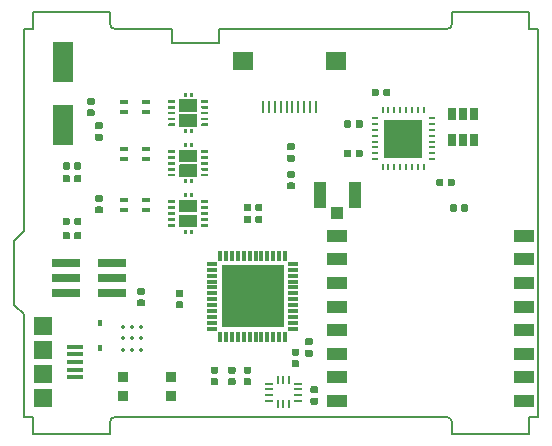
<source format=gbr>
%TF.GenerationSoftware,KiCad,Pcbnew,5.0.2-bee76a0~70~ubuntu18.04.1*%
%TF.CreationDate,2020-02-29T17:46:36-08:00*%
%TF.ProjectId,mainboard,6d61696e-626f-4617-9264-2e6b69636164,rev?*%
%TF.SameCoordinates,Original*%
%TF.FileFunction,Paste,Top*%
%TF.FilePolarity,Positive*%
%FSLAX46Y46*%
G04 Gerber Fmt 4.6, Leading zero omitted, Abs format (unit mm)*
G04 Created by KiCad (PCBNEW 5.0.2-bee76a0~70~ubuntu18.04.1) date Sat 29 Feb 2020 05:46:36 PM PST*
%MOMM*%
%LPD*%
G01*
G04 APERTURE LIST*
%ADD10C,0.150000*%
%ADD11C,0.100000*%
%ADD12R,1.800000X3.400000*%
%ADD13R,0.600000X0.240000*%
%ADD14R,0.240000X0.600000*%
%ADD15R,3.300000X3.300000*%
%ADD16C,0.590000*%
%ADD17R,0.650000X1.060000*%
%ADD18R,2.400000X0.740000*%
%ADD19R,1.050000X1.050000*%
%ADD20R,1.050000X2.250000*%
%ADD21R,0.850000X0.300000*%
%ADD22R,0.300000X0.850000*%
%ADD23R,5.250000X5.250000*%
%ADD24R,1.800000X1.000000*%
%ADD25R,0.250000X0.675000*%
%ADD26R,0.675000X0.250000*%
%ADD27R,0.250000X1.100000*%
%ADD28R,1.700000X1.500000*%
%ADD29R,0.450000X0.600000*%
%ADD30R,1.350000X0.450000*%
%ADD31R,1.550000X1.500000*%
%ADD32C,0.339999*%
%ADD33R,0.900000X0.900000*%
%ADD34R,0.750000X0.400000*%
%ADD35C,1.060000*%
%ADD36C,0.250000*%
%ADD37C,0.240000*%
G04 APERTURE END LIST*
D10*
X120902460Y-74415942D02*
X120102459Y-74415941D01*
X85102460Y-74415941D02*
G75*
G02X84602460Y-73915941I0J500000D01*
G01*
X113602459Y-73915941D02*
G75*
G02X113102459Y-74415941I-500000J0D01*
G01*
X113102459Y-107215941D02*
G75*
G02X113602459Y-107715941I0J-500000D01*
G01*
X84602460Y-107715941D02*
G75*
G02X85102460Y-107215941I500000J0D01*
G01*
X77340460Y-91475941D02*
X76502460Y-92313941D01*
X77340460Y-98555940D02*
X76502460Y-97790000D01*
X120102460Y-72915941D02*
X113602460Y-72915941D01*
X113602459Y-107715941D02*
X113602460Y-108715941D01*
X85102460Y-107215941D02*
X113102459Y-107215941D01*
X84602460Y-108715941D02*
X84602460Y-107715941D01*
X113602460Y-108715941D02*
X120102459Y-108715940D01*
X113102459Y-74415941D02*
X93872460Y-74415941D01*
X113602460Y-72915941D02*
X113602459Y-73915941D01*
X78102460Y-72915941D02*
X78102460Y-74415941D01*
X93872460Y-74415941D02*
X93872460Y-75565000D01*
X93872460Y-75565000D02*
X89872460Y-75565000D01*
X78102460Y-74415941D02*
X77340460Y-74415941D01*
X77340460Y-74415941D02*
X77340460Y-91475941D01*
X120102460Y-107215940D02*
X120902460Y-107215940D01*
X120102459Y-74415941D02*
X120102460Y-72915941D01*
X89872460Y-75565000D02*
X89872460Y-74415941D01*
X84602460Y-72915941D02*
X78102460Y-72915941D01*
X84602460Y-73915941D02*
X84602460Y-72915941D01*
X89872460Y-74415941D02*
X85102460Y-74415941D01*
X76502460Y-92313941D02*
X76502460Y-97790000D01*
X120902460Y-107215940D02*
X120902460Y-74415942D01*
X78102460Y-107215940D02*
X78102460Y-108715940D01*
X120102459Y-108715940D02*
X120102460Y-107215940D01*
X77340460Y-98555940D02*
X77340460Y-107215940D01*
X78102460Y-108715940D02*
X84602460Y-108715941D01*
X77340460Y-107215940D02*
X78102460Y-107215940D01*
D11*
G36*
X110979496Y-85192000D02*
X110979496Y-83763000D01*
X109550496Y-83763000D01*
X109550496Y-85192000D01*
X110979496Y-85192000D01*
G37*
G36*
X109550496Y-82134004D02*
X109550496Y-83563000D01*
X110979496Y-83563000D01*
X110979496Y-82134004D01*
X109550496Y-82134004D01*
G37*
G36*
X107950179Y-82126838D02*
X107950179Y-83555835D01*
X109350497Y-83563000D01*
X109350497Y-82134004D01*
X107950179Y-82126838D01*
G37*
G36*
X109350500Y-85192000D02*
X109350500Y-83763000D01*
X107921504Y-83763000D01*
X107921504Y-85192000D01*
X109350500Y-85192000D01*
G37*
D12*
X80645000Y-77200000D03*
X80645000Y-82550000D03*
D13*
X111850500Y-85413000D03*
X111850500Y-84913000D03*
X111850500Y-84413000D03*
X111850500Y-83913000D03*
X111850500Y-83412997D03*
X111850500Y-82913000D03*
X111850500Y-82413000D03*
X111850500Y-81912997D03*
D14*
X111200500Y-81263000D03*
X110700500Y-81263000D03*
X110200500Y-81263000D03*
X109700500Y-81263000D03*
X109200497Y-81263000D03*
X108700500Y-81263000D03*
X108200500Y-81263000D03*
X107700497Y-81263000D03*
D13*
X107050500Y-81913000D03*
X107050500Y-82413000D03*
X107050500Y-82913000D03*
X107050500Y-83413000D03*
X107050500Y-83913003D03*
X107050500Y-84413000D03*
X107050500Y-84913000D03*
X107050500Y-85413003D03*
D14*
X107700500Y-86063000D03*
X108200500Y-86063000D03*
X108700500Y-86063000D03*
X109200500Y-86063000D03*
X109700503Y-86063000D03*
X110200500Y-86063000D03*
X110700500Y-86063000D03*
X111200503Y-86063000D03*
D15*
X109450500Y-83663000D03*
D11*
G36*
X105880958Y-82103710D02*
X105895276Y-82105834D01*
X105909317Y-82109351D01*
X105922946Y-82114228D01*
X105936031Y-82120417D01*
X105948447Y-82127858D01*
X105960073Y-82136481D01*
X105970798Y-82146202D01*
X105980519Y-82156927D01*
X105989142Y-82168553D01*
X105996583Y-82180969D01*
X106002772Y-82194054D01*
X106007649Y-82207683D01*
X106011166Y-82221724D01*
X106013290Y-82236042D01*
X106014000Y-82250500D01*
X106014000Y-82595500D01*
X106013290Y-82609958D01*
X106011166Y-82624276D01*
X106007649Y-82638317D01*
X106002772Y-82651946D01*
X105996583Y-82665031D01*
X105989142Y-82677447D01*
X105980519Y-82689073D01*
X105970798Y-82699798D01*
X105960073Y-82709519D01*
X105948447Y-82718142D01*
X105936031Y-82725583D01*
X105922946Y-82731772D01*
X105909317Y-82736649D01*
X105895276Y-82740166D01*
X105880958Y-82742290D01*
X105866500Y-82743000D01*
X105571500Y-82743000D01*
X105557042Y-82742290D01*
X105542724Y-82740166D01*
X105528683Y-82736649D01*
X105515054Y-82731772D01*
X105501969Y-82725583D01*
X105489553Y-82718142D01*
X105477927Y-82709519D01*
X105467202Y-82699798D01*
X105457481Y-82689073D01*
X105448858Y-82677447D01*
X105441417Y-82665031D01*
X105435228Y-82651946D01*
X105430351Y-82638317D01*
X105426834Y-82624276D01*
X105424710Y-82609958D01*
X105424000Y-82595500D01*
X105424000Y-82250500D01*
X105424710Y-82236042D01*
X105426834Y-82221724D01*
X105430351Y-82207683D01*
X105435228Y-82194054D01*
X105441417Y-82180969D01*
X105448858Y-82168553D01*
X105457481Y-82156927D01*
X105467202Y-82146202D01*
X105477927Y-82136481D01*
X105489553Y-82127858D01*
X105501969Y-82120417D01*
X105515054Y-82114228D01*
X105528683Y-82109351D01*
X105542724Y-82105834D01*
X105557042Y-82103710D01*
X105571500Y-82103000D01*
X105866500Y-82103000D01*
X105880958Y-82103710D01*
X105880958Y-82103710D01*
G37*
D16*
X105719000Y-82423000D03*
D11*
G36*
X104910958Y-82103710D02*
X104925276Y-82105834D01*
X104939317Y-82109351D01*
X104952946Y-82114228D01*
X104966031Y-82120417D01*
X104978447Y-82127858D01*
X104990073Y-82136481D01*
X105000798Y-82146202D01*
X105010519Y-82156927D01*
X105019142Y-82168553D01*
X105026583Y-82180969D01*
X105032772Y-82194054D01*
X105037649Y-82207683D01*
X105041166Y-82221724D01*
X105043290Y-82236042D01*
X105044000Y-82250500D01*
X105044000Y-82595500D01*
X105043290Y-82609958D01*
X105041166Y-82624276D01*
X105037649Y-82638317D01*
X105032772Y-82651946D01*
X105026583Y-82665031D01*
X105019142Y-82677447D01*
X105010519Y-82689073D01*
X105000798Y-82699798D01*
X104990073Y-82709519D01*
X104978447Y-82718142D01*
X104966031Y-82725583D01*
X104952946Y-82731772D01*
X104939317Y-82736649D01*
X104925276Y-82740166D01*
X104910958Y-82742290D01*
X104896500Y-82743000D01*
X104601500Y-82743000D01*
X104587042Y-82742290D01*
X104572724Y-82740166D01*
X104558683Y-82736649D01*
X104545054Y-82731772D01*
X104531969Y-82725583D01*
X104519553Y-82718142D01*
X104507927Y-82709519D01*
X104497202Y-82699798D01*
X104487481Y-82689073D01*
X104478858Y-82677447D01*
X104471417Y-82665031D01*
X104465228Y-82651946D01*
X104460351Y-82638317D01*
X104456834Y-82624276D01*
X104454710Y-82609958D01*
X104454000Y-82595500D01*
X104454000Y-82250500D01*
X104454710Y-82236042D01*
X104456834Y-82221724D01*
X104460351Y-82207683D01*
X104465228Y-82194054D01*
X104471417Y-82180969D01*
X104478858Y-82168553D01*
X104487481Y-82156927D01*
X104497202Y-82146202D01*
X104507927Y-82136481D01*
X104519553Y-82127858D01*
X104531969Y-82120417D01*
X104545054Y-82114228D01*
X104558683Y-82109351D01*
X104572724Y-82105834D01*
X104587042Y-82103710D01*
X104601500Y-82103000D01*
X104896500Y-82103000D01*
X104910958Y-82103710D01*
X104910958Y-82103710D01*
G37*
D16*
X104749000Y-82423000D03*
D11*
G36*
X113676958Y-87056710D02*
X113691276Y-87058834D01*
X113705317Y-87062351D01*
X113718946Y-87067228D01*
X113732031Y-87073417D01*
X113744447Y-87080858D01*
X113756073Y-87089481D01*
X113766798Y-87099202D01*
X113776519Y-87109927D01*
X113785142Y-87121553D01*
X113792583Y-87133969D01*
X113798772Y-87147054D01*
X113803649Y-87160683D01*
X113807166Y-87174724D01*
X113809290Y-87189042D01*
X113810000Y-87203500D01*
X113810000Y-87548500D01*
X113809290Y-87562958D01*
X113807166Y-87577276D01*
X113803649Y-87591317D01*
X113798772Y-87604946D01*
X113792583Y-87618031D01*
X113785142Y-87630447D01*
X113776519Y-87642073D01*
X113766798Y-87652798D01*
X113756073Y-87662519D01*
X113744447Y-87671142D01*
X113732031Y-87678583D01*
X113718946Y-87684772D01*
X113705317Y-87689649D01*
X113691276Y-87693166D01*
X113676958Y-87695290D01*
X113662500Y-87696000D01*
X113367500Y-87696000D01*
X113353042Y-87695290D01*
X113338724Y-87693166D01*
X113324683Y-87689649D01*
X113311054Y-87684772D01*
X113297969Y-87678583D01*
X113285553Y-87671142D01*
X113273927Y-87662519D01*
X113263202Y-87652798D01*
X113253481Y-87642073D01*
X113244858Y-87630447D01*
X113237417Y-87618031D01*
X113231228Y-87604946D01*
X113226351Y-87591317D01*
X113222834Y-87577276D01*
X113220710Y-87562958D01*
X113220000Y-87548500D01*
X113220000Y-87203500D01*
X113220710Y-87189042D01*
X113222834Y-87174724D01*
X113226351Y-87160683D01*
X113231228Y-87147054D01*
X113237417Y-87133969D01*
X113244858Y-87121553D01*
X113253481Y-87109927D01*
X113263202Y-87099202D01*
X113273927Y-87089481D01*
X113285553Y-87080858D01*
X113297969Y-87073417D01*
X113311054Y-87067228D01*
X113324683Y-87062351D01*
X113338724Y-87058834D01*
X113353042Y-87056710D01*
X113367500Y-87056000D01*
X113662500Y-87056000D01*
X113676958Y-87056710D01*
X113676958Y-87056710D01*
G37*
D16*
X113515000Y-87376000D03*
D11*
G36*
X112706958Y-87056710D02*
X112721276Y-87058834D01*
X112735317Y-87062351D01*
X112748946Y-87067228D01*
X112762031Y-87073417D01*
X112774447Y-87080858D01*
X112786073Y-87089481D01*
X112796798Y-87099202D01*
X112806519Y-87109927D01*
X112815142Y-87121553D01*
X112822583Y-87133969D01*
X112828772Y-87147054D01*
X112833649Y-87160683D01*
X112837166Y-87174724D01*
X112839290Y-87189042D01*
X112840000Y-87203500D01*
X112840000Y-87548500D01*
X112839290Y-87562958D01*
X112837166Y-87577276D01*
X112833649Y-87591317D01*
X112828772Y-87604946D01*
X112822583Y-87618031D01*
X112815142Y-87630447D01*
X112806519Y-87642073D01*
X112796798Y-87652798D01*
X112786073Y-87662519D01*
X112774447Y-87671142D01*
X112762031Y-87678583D01*
X112748946Y-87684772D01*
X112735317Y-87689649D01*
X112721276Y-87693166D01*
X112706958Y-87695290D01*
X112692500Y-87696000D01*
X112397500Y-87696000D01*
X112383042Y-87695290D01*
X112368724Y-87693166D01*
X112354683Y-87689649D01*
X112341054Y-87684772D01*
X112327969Y-87678583D01*
X112315553Y-87671142D01*
X112303927Y-87662519D01*
X112293202Y-87652798D01*
X112283481Y-87642073D01*
X112274858Y-87630447D01*
X112267417Y-87618031D01*
X112261228Y-87604946D01*
X112256351Y-87591317D01*
X112252834Y-87577276D01*
X112250710Y-87562958D01*
X112250000Y-87548500D01*
X112250000Y-87203500D01*
X112250710Y-87189042D01*
X112252834Y-87174724D01*
X112256351Y-87160683D01*
X112261228Y-87147054D01*
X112267417Y-87133969D01*
X112274858Y-87121553D01*
X112283481Y-87109927D01*
X112293202Y-87099202D01*
X112303927Y-87089481D01*
X112315553Y-87080858D01*
X112327969Y-87073417D01*
X112341054Y-87067228D01*
X112354683Y-87062351D01*
X112368724Y-87058834D01*
X112383042Y-87056710D01*
X112397500Y-87056000D01*
X112692500Y-87056000D01*
X112706958Y-87056710D01*
X112706958Y-87056710D01*
G37*
D16*
X112545000Y-87376000D03*
D17*
X114490500Y-81577000D03*
X113540500Y-81577000D03*
X115440500Y-81577000D03*
X115440500Y-83777000D03*
X114490500Y-83777000D03*
X113540500Y-83777000D03*
D11*
G36*
X107245958Y-79430710D02*
X107260276Y-79432834D01*
X107274317Y-79436351D01*
X107287946Y-79441228D01*
X107301031Y-79447417D01*
X107313447Y-79454858D01*
X107325073Y-79463481D01*
X107335798Y-79473202D01*
X107345519Y-79483927D01*
X107354142Y-79495553D01*
X107361583Y-79507969D01*
X107367772Y-79521054D01*
X107372649Y-79534683D01*
X107376166Y-79548724D01*
X107378290Y-79563042D01*
X107379000Y-79577500D01*
X107379000Y-79922500D01*
X107378290Y-79936958D01*
X107376166Y-79951276D01*
X107372649Y-79965317D01*
X107367772Y-79978946D01*
X107361583Y-79992031D01*
X107354142Y-80004447D01*
X107345519Y-80016073D01*
X107335798Y-80026798D01*
X107325073Y-80036519D01*
X107313447Y-80045142D01*
X107301031Y-80052583D01*
X107287946Y-80058772D01*
X107274317Y-80063649D01*
X107260276Y-80067166D01*
X107245958Y-80069290D01*
X107231500Y-80070000D01*
X106936500Y-80070000D01*
X106922042Y-80069290D01*
X106907724Y-80067166D01*
X106893683Y-80063649D01*
X106880054Y-80058772D01*
X106866969Y-80052583D01*
X106854553Y-80045142D01*
X106842927Y-80036519D01*
X106832202Y-80026798D01*
X106822481Y-80016073D01*
X106813858Y-80004447D01*
X106806417Y-79992031D01*
X106800228Y-79978946D01*
X106795351Y-79965317D01*
X106791834Y-79951276D01*
X106789710Y-79936958D01*
X106789000Y-79922500D01*
X106789000Y-79577500D01*
X106789710Y-79563042D01*
X106791834Y-79548724D01*
X106795351Y-79534683D01*
X106800228Y-79521054D01*
X106806417Y-79507969D01*
X106813858Y-79495553D01*
X106822481Y-79483927D01*
X106832202Y-79473202D01*
X106842927Y-79463481D01*
X106854553Y-79454858D01*
X106866969Y-79447417D01*
X106880054Y-79441228D01*
X106893683Y-79436351D01*
X106907724Y-79432834D01*
X106922042Y-79430710D01*
X106936500Y-79430000D01*
X107231500Y-79430000D01*
X107245958Y-79430710D01*
X107245958Y-79430710D01*
G37*
D16*
X107084000Y-79750000D03*
D11*
G36*
X108215958Y-79430710D02*
X108230276Y-79432834D01*
X108244317Y-79436351D01*
X108257946Y-79441228D01*
X108271031Y-79447417D01*
X108283447Y-79454858D01*
X108295073Y-79463481D01*
X108305798Y-79473202D01*
X108315519Y-79483927D01*
X108324142Y-79495553D01*
X108331583Y-79507969D01*
X108337772Y-79521054D01*
X108342649Y-79534683D01*
X108346166Y-79548724D01*
X108348290Y-79563042D01*
X108349000Y-79577500D01*
X108349000Y-79922500D01*
X108348290Y-79936958D01*
X108346166Y-79951276D01*
X108342649Y-79965317D01*
X108337772Y-79978946D01*
X108331583Y-79992031D01*
X108324142Y-80004447D01*
X108315519Y-80016073D01*
X108305798Y-80026798D01*
X108295073Y-80036519D01*
X108283447Y-80045142D01*
X108271031Y-80052583D01*
X108257946Y-80058772D01*
X108244317Y-80063649D01*
X108230276Y-80067166D01*
X108215958Y-80069290D01*
X108201500Y-80070000D01*
X107906500Y-80070000D01*
X107892042Y-80069290D01*
X107877724Y-80067166D01*
X107863683Y-80063649D01*
X107850054Y-80058772D01*
X107836969Y-80052583D01*
X107824553Y-80045142D01*
X107812927Y-80036519D01*
X107802202Y-80026798D01*
X107792481Y-80016073D01*
X107783858Y-80004447D01*
X107776417Y-79992031D01*
X107770228Y-79978946D01*
X107765351Y-79965317D01*
X107761834Y-79951276D01*
X107759710Y-79936958D01*
X107759000Y-79922500D01*
X107759000Y-79577500D01*
X107759710Y-79563042D01*
X107761834Y-79548724D01*
X107765351Y-79534683D01*
X107770228Y-79521054D01*
X107776417Y-79507969D01*
X107783858Y-79495553D01*
X107792481Y-79483927D01*
X107802202Y-79473202D01*
X107812927Y-79463481D01*
X107824553Y-79454858D01*
X107836969Y-79447417D01*
X107850054Y-79441228D01*
X107863683Y-79436351D01*
X107877724Y-79432834D01*
X107892042Y-79430710D01*
X107906500Y-79430000D01*
X108201500Y-79430000D01*
X108215958Y-79430710D01*
X108215958Y-79430710D01*
G37*
D16*
X108054000Y-79750000D03*
D11*
G36*
X104910958Y-84603710D02*
X104925276Y-84605834D01*
X104939317Y-84609351D01*
X104952946Y-84614228D01*
X104966031Y-84620417D01*
X104978447Y-84627858D01*
X104990073Y-84636481D01*
X105000798Y-84646202D01*
X105010519Y-84656927D01*
X105019142Y-84668553D01*
X105026583Y-84680969D01*
X105032772Y-84694054D01*
X105037649Y-84707683D01*
X105041166Y-84721724D01*
X105043290Y-84736042D01*
X105044000Y-84750500D01*
X105044000Y-85095500D01*
X105043290Y-85109958D01*
X105041166Y-85124276D01*
X105037649Y-85138317D01*
X105032772Y-85151946D01*
X105026583Y-85165031D01*
X105019142Y-85177447D01*
X105010519Y-85189073D01*
X105000798Y-85199798D01*
X104990073Y-85209519D01*
X104978447Y-85218142D01*
X104966031Y-85225583D01*
X104952946Y-85231772D01*
X104939317Y-85236649D01*
X104925276Y-85240166D01*
X104910958Y-85242290D01*
X104896500Y-85243000D01*
X104601500Y-85243000D01*
X104587042Y-85242290D01*
X104572724Y-85240166D01*
X104558683Y-85236649D01*
X104545054Y-85231772D01*
X104531969Y-85225583D01*
X104519553Y-85218142D01*
X104507927Y-85209519D01*
X104497202Y-85199798D01*
X104487481Y-85189073D01*
X104478858Y-85177447D01*
X104471417Y-85165031D01*
X104465228Y-85151946D01*
X104460351Y-85138317D01*
X104456834Y-85124276D01*
X104454710Y-85109958D01*
X104454000Y-85095500D01*
X104454000Y-84750500D01*
X104454710Y-84736042D01*
X104456834Y-84721724D01*
X104460351Y-84707683D01*
X104465228Y-84694054D01*
X104471417Y-84680969D01*
X104478858Y-84668553D01*
X104487481Y-84656927D01*
X104497202Y-84646202D01*
X104507927Y-84636481D01*
X104519553Y-84627858D01*
X104531969Y-84620417D01*
X104545054Y-84614228D01*
X104558683Y-84609351D01*
X104572724Y-84605834D01*
X104587042Y-84603710D01*
X104601500Y-84603000D01*
X104896500Y-84603000D01*
X104910958Y-84603710D01*
X104910958Y-84603710D01*
G37*
D16*
X104749000Y-84923000D03*
D11*
G36*
X105880958Y-84603710D02*
X105895276Y-84605834D01*
X105909317Y-84609351D01*
X105922946Y-84614228D01*
X105936031Y-84620417D01*
X105948447Y-84627858D01*
X105960073Y-84636481D01*
X105970798Y-84646202D01*
X105980519Y-84656927D01*
X105989142Y-84668553D01*
X105996583Y-84680969D01*
X106002772Y-84694054D01*
X106007649Y-84707683D01*
X106011166Y-84721724D01*
X106013290Y-84736042D01*
X106014000Y-84750500D01*
X106014000Y-85095500D01*
X106013290Y-85109958D01*
X106011166Y-85124276D01*
X106007649Y-85138317D01*
X106002772Y-85151946D01*
X105996583Y-85165031D01*
X105989142Y-85177447D01*
X105980519Y-85189073D01*
X105970798Y-85199798D01*
X105960073Y-85209519D01*
X105948447Y-85218142D01*
X105936031Y-85225583D01*
X105922946Y-85231772D01*
X105909317Y-85236649D01*
X105895276Y-85240166D01*
X105880958Y-85242290D01*
X105866500Y-85243000D01*
X105571500Y-85243000D01*
X105557042Y-85242290D01*
X105542724Y-85240166D01*
X105528683Y-85236649D01*
X105515054Y-85231772D01*
X105501969Y-85225583D01*
X105489553Y-85218142D01*
X105477927Y-85209519D01*
X105467202Y-85199798D01*
X105457481Y-85189073D01*
X105448858Y-85177447D01*
X105441417Y-85165031D01*
X105435228Y-85151946D01*
X105430351Y-85138317D01*
X105426834Y-85124276D01*
X105424710Y-85109958D01*
X105424000Y-85095500D01*
X105424000Y-84750500D01*
X105424710Y-84736042D01*
X105426834Y-84721724D01*
X105430351Y-84707683D01*
X105435228Y-84694054D01*
X105441417Y-84680969D01*
X105448858Y-84668553D01*
X105457481Y-84656927D01*
X105467202Y-84646202D01*
X105477927Y-84636481D01*
X105489553Y-84627858D01*
X105501969Y-84620417D01*
X105515054Y-84614228D01*
X105528683Y-84609351D01*
X105542724Y-84605834D01*
X105557042Y-84603710D01*
X105571500Y-84603000D01*
X105866500Y-84603000D01*
X105880958Y-84603710D01*
X105880958Y-84603710D01*
G37*
D16*
X105719000Y-84923000D03*
D11*
G36*
X101659958Y-101536710D02*
X101674276Y-101538834D01*
X101688317Y-101542351D01*
X101701946Y-101547228D01*
X101715031Y-101553417D01*
X101727447Y-101560858D01*
X101739073Y-101569481D01*
X101749798Y-101579202D01*
X101759519Y-101589927D01*
X101768142Y-101601553D01*
X101775583Y-101613969D01*
X101781772Y-101627054D01*
X101786649Y-101640683D01*
X101790166Y-101654724D01*
X101792290Y-101669042D01*
X101793000Y-101683500D01*
X101793000Y-101978500D01*
X101792290Y-101992958D01*
X101790166Y-102007276D01*
X101786649Y-102021317D01*
X101781772Y-102034946D01*
X101775583Y-102048031D01*
X101768142Y-102060447D01*
X101759519Y-102072073D01*
X101749798Y-102082798D01*
X101739073Y-102092519D01*
X101727447Y-102101142D01*
X101715031Y-102108583D01*
X101701946Y-102114772D01*
X101688317Y-102119649D01*
X101674276Y-102123166D01*
X101659958Y-102125290D01*
X101645500Y-102126000D01*
X101300500Y-102126000D01*
X101286042Y-102125290D01*
X101271724Y-102123166D01*
X101257683Y-102119649D01*
X101244054Y-102114772D01*
X101230969Y-102108583D01*
X101218553Y-102101142D01*
X101206927Y-102092519D01*
X101196202Y-102082798D01*
X101186481Y-102072073D01*
X101177858Y-102060447D01*
X101170417Y-102048031D01*
X101164228Y-102034946D01*
X101159351Y-102021317D01*
X101155834Y-102007276D01*
X101153710Y-101992958D01*
X101153000Y-101978500D01*
X101153000Y-101683500D01*
X101153710Y-101669042D01*
X101155834Y-101654724D01*
X101159351Y-101640683D01*
X101164228Y-101627054D01*
X101170417Y-101613969D01*
X101177858Y-101601553D01*
X101186481Y-101589927D01*
X101196202Y-101579202D01*
X101206927Y-101569481D01*
X101218553Y-101560858D01*
X101230969Y-101553417D01*
X101244054Y-101547228D01*
X101257683Y-101542351D01*
X101271724Y-101538834D01*
X101286042Y-101536710D01*
X101300500Y-101536000D01*
X101645500Y-101536000D01*
X101659958Y-101536710D01*
X101659958Y-101536710D01*
G37*
D16*
X101473000Y-101831000D03*
D11*
G36*
X101659958Y-100566710D02*
X101674276Y-100568834D01*
X101688317Y-100572351D01*
X101701946Y-100577228D01*
X101715031Y-100583417D01*
X101727447Y-100590858D01*
X101739073Y-100599481D01*
X101749798Y-100609202D01*
X101759519Y-100619927D01*
X101768142Y-100631553D01*
X101775583Y-100643969D01*
X101781772Y-100657054D01*
X101786649Y-100670683D01*
X101790166Y-100684724D01*
X101792290Y-100699042D01*
X101793000Y-100713500D01*
X101793000Y-101008500D01*
X101792290Y-101022958D01*
X101790166Y-101037276D01*
X101786649Y-101051317D01*
X101781772Y-101064946D01*
X101775583Y-101078031D01*
X101768142Y-101090447D01*
X101759519Y-101102073D01*
X101749798Y-101112798D01*
X101739073Y-101122519D01*
X101727447Y-101131142D01*
X101715031Y-101138583D01*
X101701946Y-101144772D01*
X101688317Y-101149649D01*
X101674276Y-101153166D01*
X101659958Y-101155290D01*
X101645500Y-101156000D01*
X101300500Y-101156000D01*
X101286042Y-101155290D01*
X101271724Y-101153166D01*
X101257683Y-101149649D01*
X101244054Y-101144772D01*
X101230969Y-101138583D01*
X101218553Y-101131142D01*
X101206927Y-101122519D01*
X101196202Y-101112798D01*
X101186481Y-101102073D01*
X101177858Y-101090447D01*
X101170417Y-101078031D01*
X101164228Y-101064946D01*
X101159351Y-101051317D01*
X101155834Y-101037276D01*
X101153710Y-101022958D01*
X101153000Y-101008500D01*
X101153000Y-100713500D01*
X101153710Y-100699042D01*
X101155834Y-100684724D01*
X101159351Y-100670683D01*
X101164228Y-100657054D01*
X101170417Y-100643969D01*
X101177858Y-100631553D01*
X101186481Y-100619927D01*
X101196202Y-100609202D01*
X101206927Y-100599481D01*
X101218553Y-100590858D01*
X101230969Y-100583417D01*
X101244054Y-100577228D01*
X101257683Y-100572351D01*
X101271724Y-100568834D01*
X101286042Y-100566710D01*
X101300500Y-100566000D01*
X101645500Y-100566000D01*
X101659958Y-100566710D01*
X101659958Y-100566710D01*
G37*
D16*
X101473000Y-100861000D03*
D11*
G36*
X113849958Y-89215710D02*
X113864276Y-89217834D01*
X113878317Y-89221351D01*
X113891946Y-89226228D01*
X113905031Y-89232417D01*
X113917447Y-89239858D01*
X113929073Y-89248481D01*
X113939798Y-89258202D01*
X113949519Y-89268927D01*
X113958142Y-89280553D01*
X113965583Y-89292969D01*
X113971772Y-89306054D01*
X113976649Y-89319683D01*
X113980166Y-89333724D01*
X113982290Y-89348042D01*
X113983000Y-89362500D01*
X113983000Y-89707500D01*
X113982290Y-89721958D01*
X113980166Y-89736276D01*
X113976649Y-89750317D01*
X113971772Y-89763946D01*
X113965583Y-89777031D01*
X113958142Y-89789447D01*
X113949519Y-89801073D01*
X113939798Y-89811798D01*
X113929073Y-89821519D01*
X113917447Y-89830142D01*
X113905031Y-89837583D01*
X113891946Y-89843772D01*
X113878317Y-89848649D01*
X113864276Y-89852166D01*
X113849958Y-89854290D01*
X113835500Y-89855000D01*
X113540500Y-89855000D01*
X113526042Y-89854290D01*
X113511724Y-89852166D01*
X113497683Y-89848649D01*
X113484054Y-89843772D01*
X113470969Y-89837583D01*
X113458553Y-89830142D01*
X113446927Y-89821519D01*
X113436202Y-89811798D01*
X113426481Y-89801073D01*
X113417858Y-89789447D01*
X113410417Y-89777031D01*
X113404228Y-89763946D01*
X113399351Y-89750317D01*
X113395834Y-89736276D01*
X113393710Y-89721958D01*
X113393000Y-89707500D01*
X113393000Y-89362500D01*
X113393710Y-89348042D01*
X113395834Y-89333724D01*
X113399351Y-89319683D01*
X113404228Y-89306054D01*
X113410417Y-89292969D01*
X113417858Y-89280553D01*
X113426481Y-89268927D01*
X113436202Y-89258202D01*
X113446927Y-89248481D01*
X113458553Y-89239858D01*
X113470969Y-89232417D01*
X113484054Y-89226228D01*
X113497683Y-89221351D01*
X113511724Y-89217834D01*
X113526042Y-89215710D01*
X113540500Y-89215000D01*
X113835500Y-89215000D01*
X113849958Y-89215710D01*
X113849958Y-89215710D01*
G37*
D16*
X113688000Y-89535000D03*
D11*
G36*
X114819958Y-89215710D02*
X114834276Y-89217834D01*
X114848317Y-89221351D01*
X114861946Y-89226228D01*
X114875031Y-89232417D01*
X114887447Y-89239858D01*
X114899073Y-89248481D01*
X114909798Y-89258202D01*
X114919519Y-89268927D01*
X114928142Y-89280553D01*
X114935583Y-89292969D01*
X114941772Y-89306054D01*
X114946649Y-89319683D01*
X114950166Y-89333724D01*
X114952290Y-89348042D01*
X114953000Y-89362500D01*
X114953000Y-89707500D01*
X114952290Y-89721958D01*
X114950166Y-89736276D01*
X114946649Y-89750317D01*
X114941772Y-89763946D01*
X114935583Y-89777031D01*
X114928142Y-89789447D01*
X114919519Y-89801073D01*
X114909798Y-89811798D01*
X114899073Y-89821519D01*
X114887447Y-89830142D01*
X114875031Y-89837583D01*
X114861946Y-89843772D01*
X114848317Y-89848649D01*
X114834276Y-89852166D01*
X114819958Y-89854290D01*
X114805500Y-89855000D01*
X114510500Y-89855000D01*
X114496042Y-89854290D01*
X114481724Y-89852166D01*
X114467683Y-89848649D01*
X114454054Y-89843772D01*
X114440969Y-89837583D01*
X114428553Y-89830142D01*
X114416927Y-89821519D01*
X114406202Y-89811798D01*
X114396481Y-89801073D01*
X114387858Y-89789447D01*
X114380417Y-89777031D01*
X114374228Y-89763946D01*
X114369351Y-89750317D01*
X114365834Y-89736276D01*
X114363710Y-89721958D01*
X114363000Y-89707500D01*
X114363000Y-89362500D01*
X114363710Y-89348042D01*
X114365834Y-89333724D01*
X114369351Y-89319683D01*
X114374228Y-89306054D01*
X114380417Y-89292969D01*
X114387858Y-89280553D01*
X114396481Y-89268927D01*
X114406202Y-89258202D01*
X114416927Y-89248481D01*
X114428553Y-89239858D01*
X114440969Y-89232417D01*
X114454054Y-89226228D01*
X114467683Y-89221351D01*
X114481724Y-89217834D01*
X114496042Y-89215710D01*
X114510500Y-89215000D01*
X114805500Y-89215000D01*
X114819958Y-89215710D01*
X114819958Y-89215710D01*
G37*
D16*
X114658000Y-89535000D03*
D11*
G36*
X100516958Y-102425710D02*
X100531276Y-102427834D01*
X100545317Y-102431351D01*
X100558946Y-102436228D01*
X100572031Y-102442417D01*
X100584447Y-102449858D01*
X100596073Y-102458481D01*
X100606798Y-102468202D01*
X100616519Y-102478927D01*
X100625142Y-102490553D01*
X100632583Y-102502969D01*
X100638772Y-102516054D01*
X100643649Y-102529683D01*
X100647166Y-102543724D01*
X100649290Y-102558042D01*
X100650000Y-102572500D01*
X100650000Y-102867500D01*
X100649290Y-102881958D01*
X100647166Y-102896276D01*
X100643649Y-102910317D01*
X100638772Y-102923946D01*
X100632583Y-102937031D01*
X100625142Y-102949447D01*
X100616519Y-102961073D01*
X100606798Y-102971798D01*
X100596073Y-102981519D01*
X100584447Y-102990142D01*
X100572031Y-102997583D01*
X100558946Y-103003772D01*
X100545317Y-103008649D01*
X100531276Y-103012166D01*
X100516958Y-103014290D01*
X100502500Y-103015000D01*
X100157500Y-103015000D01*
X100143042Y-103014290D01*
X100128724Y-103012166D01*
X100114683Y-103008649D01*
X100101054Y-103003772D01*
X100087969Y-102997583D01*
X100075553Y-102990142D01*
X100063927Y-102981519D01*
X100053202Y-102971798D01*
X100043481Y-102961073D01*
X100034858Y-102949447D01*
X100027417Y-102937031D01*
X100021228Y-102923946D01*
X100016351Y-102910317D01*
X100012834Y-102896276D01*
X100010710Y-102881958D01*
X100010000Y-102867500D01*
X100010000Y-102572500D01*
X100010710Y-102558042D01*
X100012834Y-102543724D01*
X100016351Y-102529683D01*
X100021228Y-102516054D01*
X100027417Y-102502969D01*
X100034858Y-102490553D01*
X100043481Y-102478927D01*
X100053202Y-102468202D01*
X100063927Y-102458481D01*
X100075553Y-102449858D01*
X100087969Y-102442417D01*
X100101054Y-102436228D01*
X100114683Y-102431351D01*
X100128724Y-102427834D01*
X100143042Y-102425710D01*
X100157500Y-102425000D01*
X100502500Y-102425000D01*
X100516958Y-102425710D01*
X100516958Y-102425710D01*
G37*
D16*
X100330000Y-102720000D03*
D11*
G36*
X100516958Y-101455710D02*
X100531276Y-101457834D01*
X100545317Y-101461351D01*
X100558946Y-101466228D01*
X100572031Y-101472417D01*
X100584447Y-101479858D01*
X100596073Y-101488481D01*
X100606798Y-101498202D01*
X100616519Y-101508927D01*
X100625142Y-101520553D01*
X100632583Y-101532969D01*
X100638772Y-101546054D01*
X100643649Y-101559683D01*
X100647166Y-101573724D01*
X100649290Y-101588042D01*
X100650000Y-101602500D01*
X100650000Y-101897500D01*
X100649290Y-101911958D01*
X100647166Y-101926276D01*
X100643649Y-101940317D01*
X100638772Y-101953946D01*
X100632583Y-101967031D01*
X100625142Y-101979447D01*
X100616519Y-101991073D01*
X100606798Y-102001798D01*
X100596073Y-102011519D01*
X100584447Y-102020142D01*
X100572031Y-102027583D01*
X100558946Y-102033772D01*
X100545317Y-102038649D01*
X100531276Y-102042166D01*
X100516958Y-102044290D01*
X100502500Y-102045000D01*
X100157500Y-102045000D01*
X100143042Y-102044290D01*
X100128724Y-102042166D01*
X100114683Y-102038649D01*
X100101054Y-102033772D01*
X100087969Y-102027583D01*
X100075553Y-102020142D01*
X100063927Y-102011519D01*
X100053202Y-102001798D01*
X100043481Y-101991073D01*
X100034858Y-101979447D01*
X100027417Y-101967031D01*
X100021228Y-101953946D01*
X100016351Y-101940317D01*
X100012834Y-101926276D01*
X100010710Y-101911958D01*
X100010000Y-101897500D01*
X100010000Y-101602500D01*
X100010710Y-101588042D01*
X100012834Y-101573724D01*
X100016351Y-101559683D01*
X100021228Y-101546054D01*
X100027417Y-101532969D01*
X100034858Y-101520553D01*
X100043481Y-101508927D01*
X100053202Y-101498202D01*
X100063927Y-101488481D01*
X100075553Y-101479858D01*
X100087969Y-101472417D01*
X100101054Y-101466228D01*
X100114683Y-101461351D01*
X100128724Y-101457834D01*
X100143042Y-101455710D01*
X100157500Y-101455000D01*
X100502500Y-101455000D01*
X100516958Y-101455710D01*
X100516958Y-101455710D01*
G37*
D16*
X100330000Y-101750000D03*
D18*
X84817500Y-96710500D03*
X80917500Y-96710500D03*
X84817500Y-95440500D03*
X80917500Y-95440500D03*
X84817500Y-94170500D03*
X80917500Y-94170500D03*
D11*
G36*
X97396958Y-89180710D02*
X97411276Y-89182834D01*
X97425317Y-89186351D01*
X97438946Y-89191228D01*
X97452031Y-89197417D01*
X97464447Y-89204858D01*
X97476073Y-89213481D01*
X97486798Y-89223202D01*
X97496519Y-89233927D01*
X97505142Y-89245553D01*
X97512583Y-89257969D01*
X97518772Y-89271054D01*
X97523649Y-89284683D01*
X97527166Y-89298724D01*
X97529290Y-89313042D01*
X97530000Y-89327500D01*
X97530000Y-89672500D01*
X97529290Y-89686958D01*
X97527166Y-89701276D01*
X97523649Y-89715317D01*
X97518772Y-89728946D01*
X97512583Y-89742031D01*
X97505142Y-89754447D01*
X97496519Y-89766073D01*
X97486798Y-89776798D01*
X97476073Y-89786519D01*
X97464447Y-89795142D01*
X97452031Y-89802583D01*
X97438946Y-89808772D01*
X97425317Y-89813649D01*
X97411276Y-89817166D01*
X97396958Y-89819290D01*
X97382500Y-89820000D01*
X97087500Y-89820000D01*
X97073042Y-89819290D01*
X97058724Y-89817166D01*
X97044683Y-89813649D01*
X97031054Y-89808772D01*
X97017969Y-89802583D01*
X97005553Y-89795142D01*
X96993927Y-89786519D01*
X96983202Y-89776798D01*
X96973481Y-89766073D01*
X96964858Y-89754447D01*
X96957417Y-89742031D01*
X96951228Y-89728946D01*
X96946351Y-89715317D01*
X96942834Y-89701276D01*
X96940710Y-89686958D01*
X96940000Y-89672500D01*
X96940000Y-89327500D01*
X96940710Y-89313042D01*
X96942834Y-89298724D01*
X96946351Y-89284683D01*
X96951228Y-89271054D01*
X96957417Y-89257969D01*
X96964858Y-89245553D01*
X96973481Y-89233927D01*
X96983202Y-89223202D01*
X96993927Y-89213481D01*
X97005553Y-89204858D01*
X97017969Y-89197417D01*
X97031054Y-89191228D01*
X97044683Y-89186351D01*
X97058724Y-89182834D01*
X97073042Y-89180710D01*
X97087500Y-89180000D01*
X97382500Y-89180000D01*
X97396958Y-89180710D01*
X97396958Y-89180710D01*
G37*
D16*
X97235000Y-89500000D03*
D11*
G36*
X96426958Y-89180710D02*
X96441276Y-89182834D01*
X96455317Y-89186351D01*
X96468946Y-89191228D01*
X96482031Y-89197417D01*
X96494447Y-89204858D01*
X96506073Y-89213481D01*
X96516798Y-89223202D01*
X96526519Y-89233927D01*
X96535142Y-89245553D01*
X96542583Y-89257969D01*
X96548772Y-89271054D01*
X96553649Y-89284683D01*
X96557166Y-89298724D01*
X96559290Y-89313042D01*
X96560000Y-89327500D01*
X96560000Y-89672500D01*
X96559290Y-89686958D01*
X96557166Y-89701276D01*
X96553649Y-89715317D01*
X96548772Y-89728946D01*
X96542583Y-89742031D01*
X96535142Y-89754447D01*
X96526519Y-89766073D01*
X96516798Y-89776798D01*
X96506073Y-89786519D01*
X96494447Y-89795142D01*
X96482031Y-89802583D01*
X96468946Y-89808772D01*
X96455317Y-89813649D01*
X96441276Y-89817166D01*
X96426958Y-89819290D01*
X96412500Y-89820000D01*
X96117500Y-89820000D01*
X96103042Y-89819290D01*
X96088724Y-89817166D01*
X96074683Y-89813649D01*
X96061054Y-89808772D01*
X96047969Y-89802583D01*
X96035553Y-89795142D01*
X96023927Y-89786519D01*
X96013202Y-89776798D01*
X96003481Y-89766073D01*
X95994858Y-89754447D01*
X95987417Y-89742031D01*
X95981228Y-89728946D01*
X95976351Y-89715317D01*
X95972834Y-89701276D01*
X95970710Y-89686958D01*
X95970000Y-89672500D01*
X95970000Y-89327500D01*
X95970710Y-89313042D01*
X95972834Y-89298724D01*
X95976351Y-89284683D01*
X95981228Y-89271054D01*
X95987417Y-89257969D01*
X95994858Y-89245553D01*
X96003481Y-89233927D01*
X96013202Y-89223202D01*
X96023927Y-89213481D01*
X96035553Y-89204858D01*
X96047969Y-89197417D01*
X96061054Y-89191228D01*
X96074683Y-89186351D01*
X96088724Y-89182834D01*
X96103042Y-89180710D01*
X96117500Y-89180000D01*
X96412500Y-89180000D01*
X96426958Y-89180710D01*
X96426958Y-89180710D01*
G37*
D16*
X96265000Y-89500000D03*
D11*
G36*
X97396958Y-90180710D02*
X97411276Y-90182834D01*
X97425317Y-90186351D01*
X97438946Y-90191228D01*
X97452031Y-90197417D01*
X97464447Y-90204858D01*
X97476073Y-90213481D01*
X97486798Y-90223202D01*
X97496519Y-90233927D01*
X97505142Y-90245553D01*
X97512583Y-90257969D01*
X97518772Y-90271054D01*
X97523649Y-90284683D01*
X97527166Y-90298724D01*
X97529290Y-90313042D01*
X97530000Y-90327500D01*
X97530000Y-90672500D01*
X97529290Y-90686958D01*
X97527166Y-90701276D01*
X97523649Y-90715317D01*
X97518772Y-90728946D01*
X97512583Y-90742031D01*
X97505142Y-90754447D01*
X97496519Y-90766073D01*
X97486798Y-90776798D01*
X97476073Y-90786519D01*
X97464447Y-90795142D01*
X97452031Y-90802583D01*
X97438946Y-90808772D01*
X97425317Y-90813649D01*
X97411276Y-90817166D01*
X97396958Y-90819290D01*
X97382500Y-90820000D01*
X97087500Y-90820000D01*
X97073042Y-90819290D01*
X97058724Y-90817166D01*
X97044683Y-90813649D01*
X97031054Y-90808772D01*
X97017969Y-90802583D01*
X97005553Y-90795142D01*
X96993927Y-90786519D01*
X96983202Y-90776798D01*
X96973481Y-90766073D01*
X96964858Y-90754447D01*
X96957417Y-90742031D01*
X96951228Y-90728946D01*
X96946351Y-90715317D01*
X96942834Y-90701276D01*
X96940710Y-90686958D01*
X96940000Y-90672500D01*
X96940000Y-90327500D01*
X96940710Y-90313042D01*
X96942834Y-90298724D01*
X96946351Y-90284683D01*
X96951228Y-90271054D01*
X96957417Y-90257969D01*
X96964858Y-90245553D01*
X96973481Y-90233927D01*
X96983202Y-90223202D01*
X96993927Y-90213481D01*
X97005553Y-90204858D01*
X97017969Y-90197417D01*
X97031054Y-90191228D01*
X97044683Y-90186351D01*
X97058724Y-90182834D01*
X97073042Y-90180710D01*
X97087500Y-90180000D01*
X97382500Y-90180000D01*
X97396958Y-90180710D01*
X97396958Y-90180710D01*
G37*
D16*
X97235000Y-90500000D03*
D11*
G36*
X96426958Y-90180710D02*
X96441276Y-90182834D01*
X96455317Y-90186351D01*
X96468946Y-90191228D01*
X96482031Y-90197417D01*
X96494447Y-90204858D01*
X96506073Y-90213481D01*
X96516798Y-90223202D01*
X96526519Y-90233927D01*
X96535142Y-90245553D01*
X96542583Y-90257969D01*
X96548772Y-90271054D01*
X96553649Y-90284683D01*
X96557166Y-90298724D01*
X96559290Y-90313042D01*
X96560000Y-90327500D01*
X96560000Y-90672500D01*
X96559290Y-90686958D01*
X96557166Y-90701276D01*
X96553649Y-90715317D01*
X96548772Y-90728946D01*
X96542583Y-90742031D01*
X96535142Y-90754447D01*
X96526519Y-90766073D01*
X96516798Y-90776798D01*
X96506073Y-90786519D01*
X96494447Y-90795142D01*
X96482031Y-90802583D01*
X96468946Y-90808772D01*
X96455317Y-90813649D01*
X96441276Y-90817166D01*
X96426958Y-90819290D01*
X96412500Y-90820000D01*
X96117500Y-90820000D01*
X96103042Y-90819290D01*
X96088724Y-90817166D01*
X96074683Y-90813649D01*
X96061054Y-90808772D01*
X96047969Y-90802583D01*
X96035553Y-90795142D01*
X96023927Y-90786519D01*
X96013202Y-90776798D01*
X96003481Y-90766073D01*
X95994858Y-90754447D01*
X95987417Y-90742031D01*
X95981228Y-90728946D01*
X95976351Y-90715317D01*
X95972834Y-90701276D01*
X95970710Y-90686958D01*
X95970000Y-90672500D01*
X95970000Y-90327500D01*
X95970710Y-90313042D01*
X95972834Y-90298724D01*
X95976351Y-90284683D01*
X95981228Y-90271054D01*
X95987417Y-90257969D01*
X95994858Y-90245553D01*
X96003481Y-90233927D01*
X96013202Y-90223202D01*
X96023927Y-90213481D01*
X96035553Y-90204858D01*
X96047969Y-90197417D01*
X96061054Y-90191228D01*
X96074683Y-90186351D01*
X96088724Y-90182834D01*
X96103042Y-90180710D01*
X96117500Y-90180000D01*
X96412500Y-90180000D01*
X96426958Y-90180710D01*
X96426958Y-90180710D01*
G37*
D16*
X96265000Y-90500000D03*
D11*
G36*
X83879958Y-88438210D02*
X83894276Y-88440334D01*
X83908317Y-88443851D01*
X83921946Y-88448728D01*
X83935031Y-88454917D01*
X83947447Y-88462358D01*
X83959073Y-88470981D01*
X83969798Y-88480702D01*
X83979519Y-88491427D01*
X83988142Y-88503053D01*
X83995583Y-88515469D01*
X84001772Y-88528554D01*
X84006649Y-88542183D01*
X84010166Y-88556224D01*
X84012290Y-88570542D01*
X84013000Y-88585000D01*
X84013000Y-88880000D01*
X84012290Y-88894458D01*
X84010166Y-88908776D01*
X84006649Y-88922817D01*
X84001772Y-88936446D01*
X83995583Y-88949531D01*
X83988142Y-88961947D01*
X83979519Y-88973573D01*
X83969798Y-88984298D01*
X83959073Y-88994019D01*
X83947447Y-89002642D01*
X83935031Y-89010083D01*
X83921946Y-89016272D01*
X83908317Y-89021149D01*
X83894276Y-89024666D01*
X83879958Y-89026790D01*
X83865500Y-89027500D01*
X83520500Y-89027500D01*
X83506042Y-89026790D01*
X83491724Y-89024666D01*
X83477683Y-89021149D01*
X83464054Y-89016272D01*
X83450969Y-89010083D01*
X83438553Y-89002642D01*
X83426927Y-88994019D01*
X83416202Y-88984298D01*
X83406481Y-88973573D01*
X83397858Y-88961947D01*
X83390417Y-88949531D01*
X83384228Y-88936446D01*
X83379351Y-88922817D01*
X83375834Y-88908776D01*
X83373710Y-88894458D01*
X83373000Y-88880000D01*
X83373000Y-88585000D01*
X83373710Y-88570542D01*
X83375834Y-88556224D01*
X83379351Y-88542183D01*
X83384228Y-88528554D01*
X83390417Y-88515469D01*
X83397858Y-88503053D01*
X83406481Y-88491427D01*
X83416202Y-88480702D01*
X83426927Y-88470981D01*
X83438553Y-88462358D01*
X83450969Y-88454917D01*
X83464054Y-88448728D01*
X83477683Y-88443851D01*
X83491724Y-88440334D01*
X83506042Y-88438210D01*
X83520500Y-88437500D01*
X83865500Y-88437500D01*
X83879958Y-88438210D01*
X83879958Y-88438210D01*
G37*
D16*
X83693000Y-88732500D03*
D11*
G36*
X83879958Y-89408210D02*
X83894276Y-89410334D01*
X83908317Y-89413851D01*
X83921946Y-89418728D01*
X83935031Y-89424917D01*
X83947447Y-89432358D01*
X83959073Y-89440981D01*
X83969798Y-89450702D01*
X83979519Y-89461427D01*
X83988142Y-89473053D01*
X83995583Y-89485469D01*
X84001772Y-89498554D01*
X84006649Y-89512183D01*
X84010166Y-89526224D01*
X84012290Y-89540542D01*
X84013000Y-89555000D01*
X84013000Y-89850000D01*
X84012290Y-89864458D01*
X84010166Y-89878776D01*
X84006649Y-89892817D01*
X84001772Y-89906446D01*
X83995583Y-89919531D01*
X83988142Y-89931947D01*
X83979519Y-89943573D01*
X83969798Y-89954298D01*
X83959073Y-89964019D01*
X83947447Y-89972642D01*
X83935031Y-89980083D01*
X83921946Y-89986272D01*
X83908317Y-89991149D01*
X83894276Y-89994666D01*
X83879958Y-89996790D01*
X83865500Y-89997500D01*
X83520500Y-89997500D01*
X83506042Y-89996790D01*
X83491724Y-89994666D01*
X83477683Y-89991149D01*
X83464054Y-89986272D01*
X83450969Y-89980083D01*
X83438553Y-89972642D01*
X83426927Y-89964019D01*
X83416202Y-89954298D01*
X83406481Y-89943573D01*
X83397858Y-89931947D01*
X83390417Y-89919531D01*
X83384228Y-89906446D01*
X83379351Y-89892817D01*
X83375834Y-89878776D01*
X83373710Y-89864458D01*
X83373000Y-89850000D01*
X83373000Y-89555000D01*
X83373710Y-89540542D01*
X83375834Y-89526224D01*
X83379351Y-89512183D01*
X83384228Y-89498554D01*
X83390417Y-89485469D01*
X83397858Y-89473053D01*
X83406481Y-89461427D01*
X83416202Y-89450702D01*
X83426927Y-89440981D01*
X83438553Y-89432358D01*
X83450969Y-89424917D01*
X83464054Y-89418728D01*
X83477683Y-89413851D01*
X83491724Y-89410334D01*
X83506042Y-89408210D01*
X83520500Y-89407500D01*
X83865500Y-89407500D01*
X83879958Y-89408210D01*
X83879958Y-89408210D01*
G37*
D16*
X83693000Y-89702500D03*
D11*
G36*
X83879958Y-82278710D02*
X83894276Y-82280834D01*
X83908317Y-82284351D01*
X83921946Y-82289228D01*
X83935031Y-82295417D01*
X83947447Y-82302858D01*
X83959073Y-82311481D01*
X83969798Y-82321202D01*
X83979519Y-82331927D01*
X83988142Y-82343553D01*
X83995583Y-82355969D01*
X84001772Y-82369054D01*
X84006649Y-82382683D01*
X84010166Y-82396724D01*
X84012290Y-82411042D01*
X84013000Y-82425500D01*
X84013000Y-82720500D01*
X84012290Y-82734958D01*
X84010166Y-82749276D01*
X84006649Y-82763317D01*
X84001772Y-82776946D01*
X83995583Y-82790031D01*
X83988142Y-82802447D01*
X83979519Y-82814073D01*
X83969798Y-82824798D01*
X83959073Y-82834519D01*
X83947447Y-82843142D01*
X83935031Y-82850583D01*
X83921946Y-82856772D01*
X83908317Y-82861649D01*
X83894276Y-82865166D01*
X83879958Y-82867290D01*
X83865500Y-82868000D01*
X83520500Y-82868000D01*
X83506042Y-82867290D01*
X83491724Y-82865166D01*
X83477683Y-82861649D01*
X83464054Y-82856772D01*
X83450969Y-82850583D01*
X83438553Y-82843142D01*
X83426927Y-82834519D01*
X83416202Y-82824798D01*
X83406481Y-82814073D01*
X83397858Y-82802447D01*
X83390417Y-82790031D01*
X83384228Y-82776946D01*
X83379351Y-82763317D01*
X83375834Y-82749276D01*
X83373710Y-82734958D01*
X83373000Y-82720500D01*
X83373000Y-82425500D01*
X83373710Y-82411042D01*
X83375834Y-82396724D01*
X83379351Y-82382683D01*
X83384228Y-82369054D01*
X83390417Y-82355969D01*
X83397858Y-82343553D01*
X83406481Y-82331927D01*
X83416202Y-82321202D01*
X83426927Y-82311481D01*
X83438553Y-82302858D01*
X83450969Y-82295417D01*
X83464054Y-82289228D01*
X83477683Y-82284351D01*
X83491724Y-82280834D01*
X83506042Y-82278710D01*
X83520500Y-82278000D01*
X83865500Y-82278000D01*
X83879958Y-82278710D01*
X83879958Y-82278710D01*
G37*
D16*
X83693000Y-82573000D03*
D11*
G36*
X83879958Y-83248710D02*
X83894276Y-83250834D01*
X83908317Y-83254351D01*
X83921946Y-83259228D01*
X83935031Y-83265417D01*
X83947447Y-83272858D01*
X83959073Y-83281481D01*
X83969798Y-83291202D01*
X83979519Y-83301927D01*
X83988142Y-83313553D01*
X83995583Y-83325969D01*
X84001772Y-83339054D01*
X84006649Y-83352683D01*
X84010166Y-83366724D01*
X84012290Y-83381042D01*
X84013000Y-83395500D01*
X84013000Y-83690500D01*
X84012290Y-83704958D01*
X84010166Y-83719276D01*
X84006649Y-83733317D01*
X84001772Y-83746946D01*
X83995583Y-83760031D01*
X83988142Y-83772447D01*
X83979519Y-83784073D01*
X83969798Y-83794798D01*
X83959073Y-83804519D01*
X83947447Y-83813142D01*
X83935031Y-83820583D01*
X83921946Y-83826772D01*
X83908317Y-83831649D01*
X83894276Y-83835166D01*
X83879958Y-83837290D01*
X83865500Y-83838000D01*
X83520500Y-83838000D01*
X83506042Y-83837290D01*
X83491724Y-83835166D01*
X83477683Y-83831649D01*
X83464054Y-83826772D01*
X83450969Y-83820583D01*
X83438553Y-83813142D01*
X83426927Y-83804519D01*
X83416202Y-83794798D01*
X83406481Y-83784073D01*
X83397858Y-83772447D01*
X83390417Y-83760031D01*
X83384228Y-83746946D01*
X83379351Y-83733317D01*
X83375834Y-83719276D01*
X83373710Y-83704958D01*
X83373000Y-83690500D01*
X83373000Y-83395500D01*
X83373710Y-83381042D01*
X83375834Y-83366724D01*
X83379351Y-83352683D01*
X83384228Y-83339054D01*
X83390417Y-83325969D01*
X83397858Y-83313553D01*
X83406481Y-83301927D01*
X83416202Y-83291202D01*
X83426927Y-83281481D01*
X83438553Y-83272858D01*
X83450969Y-83265417D01*
X83464054Y-83259228D01*
X83477683Y-83254351D01*
X83491724Y-83250834D01*
X83506042Y-83248710D01*
X83520500Y-83248000D01*
X83865500Y-83248000D01*
X83879958Y-83248710D01*
X83879958Y-83248710D01*
G37*
D16*
X83693000Y-83543000D03*
D11*
G36*
X83186958Y-80220710D02*
X83201276Y-80222834D01*
X83215317Y-80226351D01*
X83228946Y-80231228D01*
X83242031Y-80237417D01*
X83254447Y-80244858D01*
X83266073Y-80253481D01*
X83276798Y-80263202D01*
X83286519Y-80273927D01*
X83295142Y-80285553D01*
X83302583Y-80297969D01*
X83308772Y-80311054D01*
X83313649Y-80324683D01*
X83317166Y-80338724D01*
X83319290Y-80353042D01*
X83320000Y-80367500D01*
X83320000Y-80662500D01*
X83319290Y-80676958D01*
X83317166Y-80691276D01*
X83313649Y-80705317D01*
X83308772Y-80718946D01*
X83302583Y-80732031D01*
X83295142Y-80744447D01*
X83286519Y-80756073D01*
X83276798Y-80766798D01*
X83266073Y-80776519D01*
X83254447Y-80785142D01*
X83242031Y-80792583D01*
X83228946Y-80798772D01*
X83215317Y-80803649D01*
X83201276Y-80807166D01*
X83186958Y-80809290D01*
X83172500Y-80810000D01*
X82827500Y-80810000D01*
X82813042Y-80809290D01*
X82798724Y-80807166D01*
X82784683Y-80803649D01*
X82771054Y-80798772D01*
X82757969Y-80792583D01*
X82745553Y-80785142D01*
X82733927Y-80776519D01*
X82723202Y-80766798D01*
X82713481Y-80756073D01*
X82704858Y-80744447D01*
X82697417Y-80732031D01*
X82691228Y-80718946D01*
X82686351Y-80705317D01*
X82682834Y-80691276D01*
X82680710Y-80676958D01*
X82680000Y-80662500D01*
X82680000Y-80367500D01*
X82680710Y-80353042D01*
X82682834Y-80338724D01*
X82686351Y-80324683D01*
X82691228Y-80311054D01*
X82697417Y-80297969D01*
X82704858Y-80285553D01*
X82713481Y-80273927D01*
X82723202Y-80263202D01*
X82733927Y-80253481D01*
X82745553Y-80244858D01*
X82757969Y-80237417D01*
X82771054Y-80231228D01*
X82784683Y-80226351D01*
X82798724Y-80222834D01*
X82813042Y-80220710D01*
X82827500Y-80220000D01*
X83172500Y-80220000D01*
X83186958Y-80220710D01*
X83186958Y-80220710D01*
G37*
D16*
X83000000Y-80515000D03*
D11*
G36*
X83186958Y-81190710D02*
X83201276Y-81192834D01*
X83215317Y-81196351D01*
X83228946Y-81201228D01*
X83242031Y-81207417D01*
X83254447Y-81214858D01*
X83266073Y-81223481D01*
X83276798Y-81233202D01*
X83286519Y-81243927D01*
X83295142Y-81255553D01*
X83302583Y-81267969D01*
X83308772Y-81281054D01*
X83313649Y-81294683D01*
X83317166Y-81308724D01*
X83319290Y-81323042D01*
X83320000Y-81337500D01*
X83320000Y-81632500D01*
X83319290Y-81646958D01*
X83317166Y-81661276D01*
X83313649Y-81675317D01*
X83308772Y-81688946D01*
X83302583Y-81702031D01*
X83295142Y-81714447D01*
X83286519Y-81726073D01*
X83276798Y-81736798D01*
X83266073Y-81746519D01*
X83254447Y-81755142D01*
X83242031Y-81762583D01*
X83228946Y-81768772D01*
X83215317Y-81773649D01*
X83201276Y-81777166D01*
X83186958Y-81779290D01*
X83172500Y-81780000D01*
X82827500Y-81780000D01*
X82813042Y-81779290D01*
X82798724Y-81777166D01*
X82784683Y-81773649D01*
X82771054Y-81768772D01*
X82757969Y-81762583D01*
X82745553Y-81755142D01*
X82733927Y-81746519D01*
X82723202Y-81736798D01*
X82713481Y-81726073D01*
X82704858Y-81714447D01*
X82697417Y-81702031D01*
X82691228Y-81688946D01*
X82686351Y-81675317D01*
X82682834Y-81661276D01*
X82680710Y-81646958D01*
X82680000Y-81632500D01*
X82680000Y-81337500D01*
X82680710Y-81323042D01*
X82682834Y-81308724D01*
X82686351Y-81294683D01*
X82691228Y-81281054D01*
X82697417Y-81267969D01*
X82704858Y-81255553D01*
X82713481Y-81243927D01*
X82723202Y-81233202D01*
X82733927Y-81223481D01*
X82745553Y-81214858D01*
X82757969Y-81207417D01*
X82771054Y-81201228D01*
X82784683Y-81196351D01*
X82798724Y-81192834D01*
X82813042Y-81190710D01*
X82827500Y-81190000D01*
X83172500Y-81190000D01*
X83186958Y-81190710D01*
X83186958Y-81190710D01*
G37*
D16*
X83000000Y-81485000D03*
D11*
G36*
X100135958Y-86406210D02*
X100150276Y-86408334D01*
X100164317Y-86411851D01*
X100177946Y-86416728D01*
X100191031Y-86422917D01*
X100203447Y-86430358D01*
X100215073Y-86438981D01*
X100225798Y-86448702D01*
X100235519Y-86459427D01*
X100244142Y-86471053D01*
X100251583Y-86483469D01*
X100257772Y-86496554D01*
X100262649Y-86510183D01*
X100266166Y-86524224D01*
X100268290Y-86538542D01*
X100269000Y-86553000D01*
X100269000Y-86848000D01*
X100268290Y-86862458D01*
X100266166Y-86876776D01*
X100262649Y-86890817D01*
X100257772Y-86904446D01*
X100251583Y-86917531D01*
X100244142Y-86929947D01*
X100235519Y-86941573D01*
X100225798Y-86952298D01*
X100215073Y-86962019D01*
X100203447Y-86970642D01*
X100191031Y-86978083D01*
X100177946Y-86984272D01*
X100164317Y-86989149D01*
X100150276Y-86992666D01*
X100135958Y-86994790D01*
X100121500Y-86995500D01*
X99776500Y-86995500D01*
X99762042Y-86994790D01*
X99747724Y-86992666D01*
X99733683Y-86989149D01*
X99720054Y-86984272D01*
X99706969Y-86978083D01*
X99694553Y-86970642D01*
X99682927Y-86962019D01*
X99672202Y-86952298D01*
X99662481Y-86941573D01*
X99653858Y-86929947D01*
X99646417Y-86917531D01*
X99640228Y-86904446D01*
X99635351Y-86890817D01*
X99631834Y-86876776D01*
X99629710Y-86862458D01*
X99629000Y-86848000D01*
X99629000Y-86553000D01*
X99629710Y-86538542D01*
X99631834Y-86524224D01*
X99635351Y-86510183D01*
X99640228Y-86496554D01*
X99646417Y-86483469D01*
X99653858Y-86471053D01*
X99662481Y-86459427D01*
X99672202Y-86448702D01*
X99682927Y-86438981D01*
X99694553Y-86430358D01*
X99706969Y-86422917D01*
X99720054Y-86416728D01*
X99733683Y-86411851D01*
X99747724Y-86408334D01*
X99762042Y-86406210D01*
X99776500Y-86405500D01*
X100121500Y-86405500D01*
X100135958Y-86406210D01*
X100135958Y-86406210D01*
G37*
D16*
X99949000Y-86700500D03*
D11*
G36*
X100135958Y-87376210D02*
X100150276Y-87378334D01*
X100164317Y-87381851D01*
X100177946Y-87386728D01*
X100191031Y-87392917D01*
X100203447Y-87400358D01*
X100215073Y-87408981D01*
X100225798Y-87418702D01*
X100235519Y-87429427D01*
X100244142Y-87441053D01*
X100251583Y-87453469D01*
X100257772Y-87466554D01*
X100262649Y-87480183D01*
X100266166Y-87494224D01*
X100268290Y-87508542D01*
X100269000Y-87523000D01*
X100269000Y-87818000D01*
X100268290Y-87832458D01*
X100266166Y-87846776D01*
X100262649Y-87860817D01*
X100257772Y-87874446D01*
X100251583Y-87887531D01*
X100244142Y-87899947D01*
X100235519Y-87911573D01*
X100225798Y-87922298D01*
X100215073Y-87932019D01*
X100203447Y-87940642D01*
X100191031Y-87948083D01*
X100177946Y-87954272D01*
X100164317Y-87959149D01*
X100150276Y-87962666D01*
X100135958Y-87964790D01*
X100121500Y-87965500D01*
X99776500Y-87965500D01*
X99762042Y-87964790D01*
X99747724Y-87962666D01*
X99733683Y-87959149D01*
X99720054Y-87954272D01*
X99706969Y-87948083D01*
X99694553Y-87940642D01*
X99682927Y-87932019D01*
X99672202Y-87922298D01*
X99662481Y-87911573D01*
X99653858Y-87899947D01*
X99646417Y-87887531D01*
X99640228Y-87874446D01*
X99635351Y-87860817D01*
X99631834Y-87846776D01*
X99629710Y-87832458D01*
X99629000Y-87818000D01*
X99629000Y-87523000D01*
X99629710Y-87508542D01*
X99631834Y-87494224D01*
X99635351Y-87480183D01*
X99640228Y-87466554D01*
X99646417Y-87453469D01*
X99653858Y-87441053D01*
X99662481Y-87429427D01*
X99672202Y-87418702D01*
X99682927Y-87408981D01*
X99694553Y-87400358D01*
X99706969Y-87392917D01*
X99720054Y-87386728D01*
X99733683Y-87381851D01*
X99747724Y-87378334D01*
X99762042Y-87376210D01*
X99776500Y-87375500D01*
X100121500Y-87375500D01*
X100135958Y-87376210D01*
X100135958Y-87376210D01*
G37*
D16*
X99949000Y-87670500D03*
D11*
G36*
X100135958Y-84056710D02*
X100150276Y-84058834D01*
X100164317Y-84062351D01*
X100177946Y-84067228D01*
X100191031Y-84073417D01*
X100203447Y-84080858D01*
X100215073Y-84089481D01*
X100225798Y-84099202D01*
X100235519Y-84109927D01*
X100244142Y-84121553D01*
X100251583Y-84133969D01*
X100257772Y-84147054D01*
X100262649Y-84160683D01*
X100266166Y-84174724D01*
X100268290Y-84189042D01*
X100269000Y-84203500D01*
X100269000Y-84498500D01*
X100268290Y-84512958D01*
X100266166Y-84527276D01*
X100262649Y-84541317D01*
X100257772Y-84554946D01*
X100251583Y-84568031D01*
X100244142Y-84580447D01*
X100235519Y-84592073D01*
X100225798Y-84602798D01*
X100215073Y-84612519D01*
X100203447Y-84621142D01*
X100191031Y-84628583D01*
X100177946Y-84634772D01*
X100164317Y-84639649D01*
X100150276Y-84643166D01*
X100135958Y-84645290D01*
X100121500Y-84646000D01*
X99776500Y-84646000D01*
X99762042Y-84645290D01*
X99747724Y-84643166D01*
X99733683Y-84639649D01*
X99720054Y-84634772D01*
X99706969Y-84628583D01*
X99694553Y-84621142D01*
X99682927Y-84612519D01*
X99672202Y-84602798D01*
X99662481Y-84592073D01*
X99653858Y-84580447D01*
X99646417Y-84568031D01*
X99640228Y-84554946D01*
X99635351Y-84541317D01*
X99631834Y-84527276D01*
X99629710Y-84512958D01*
X99629000Y-84498500D01*
X99629000Y-84203500D01*
X99629710Y-84189042D01*
X99631834Y-84174724D01*
X99635351Y-84160683D01*
X99640228Y-84147054D01*
X99646417Y-84133969D01*
X99653858Y-84121553D01*
X99662481Y-84109927D01*
X99672202Y-84099202D01*
X99682927Y-84089481D01*
X99694553Y-84080858D01*
X99706969Y-84073417D01*
X99720054Y-84067228D01*
X99733683Y-84062351D01*
X99747724Y-84058834D01*
X99762042Y-84056710D01*
X99776500Y-84056000D01*
X100121500Y-84056000D01*
X100135958Y-84056710D01*
X100135958Y-84056710D01*
G37*
D16*
X99949000Y-84351000D03*
D11*
G36*
X100135958Y-85026710D02*
X100150276Y-85028834D01*
X100164317Y-85032351D01*
X100177946Y-85037228D01*
X100191031Y-85043417D01*
X100203447Y-85050858D01*
X100215073Y-85059481D01*
X100225798Y-85069202D01*
X100235519Y-85079927D01*
X100244142Y-85091553D01*
X100251583Y-85103969D01*
X100257772Y-85117054D01*
X100262649Y-85130683D01*
X100266166Y-85144724D01*
X100268290Y-85159042D01*
X100269000Y-85173500D01*
X100269000Y-85468500D01*
X100268290Y-85482958D01*
X100266166Y-85497276D01*
X100262649Y-85511317D01*
X100257772Y-85524946D01*
X100251583Y-85538031D01*
X100244142Y-85550447D01*
X100235519Y-85562073D01*
X100225798Y-85572798D01*
X100215073Y-85582519D01*
X100203447Y-85591142D01*
X100191031Y-85598583D01*
X100177946Y-85604772D01*
X100164317Y-85609649D01*
X100150276Y-85613166D01*
X100135958Y-85615290D01*
X100121500Y-85616000D01*
X99776500Y-85616000D01*
X99762042Y-85615290D01*
X99747724Y-85613166D01*
X99733683Y-85609649D01*
X99720054Y-85604772D01*
X99706969Y-85598583D01*
X99694553Y-85591142D01*
X99682927Y-85582519D01*
X99672202Y-85572798D01*
X99662481Y-85562073D01*
X99653858Y-85550447D01*
X99646417Y-85538031D01*
X99640228Y-85524946D01*
X99635351Y-85511317D01*
X99631834Y-85497276D01*
X99629710Y-85482958D01*
X99629000Y-85468500D01*
X99629000Y-85173500D01*
X99629710Y-85159042D01*
X99631834Y-85144724D01*
X99635351Y-85130683D01*
X99640228Y-85117054D01*
X99646417Y-85103969D01*
X99653858Y-85091553D01*
X99662481Y-85079927D01*
X99672202Y-85069202D01*
X99682927Y-85059481D01*
X99694553Y-85050858D01*
X99706969Y-85043417D01*
X99720054Y-85037228D01*
X99733683Y-85032351D01*
X99747724Y-85028834D01*
X99762042Y-85026710D01*
X99776500Y-85026000D01*
X100121500Y-85026000D01*
X100135958Y-85026710D01*
X100135958Y-85026710D01*
G37*
D16*
X99949000Y-85321000D03*
D19*
X103886000Y-89993200D03*
D20*
X105361000Y-88468200D03*
X102411000Y-88468200D03*
D11*
G36*
X93658958Y-103949710D02*
X93673276Y-103951834D01*
X93687317Y-103955351D01*
X93700946Y-103960228D01*
X93714031Y-103966417D01*
X93726447Y-103973858D01*
X93738073Y-103982481D01*
X93748798Y-103992202D01*
X93758519Y-104002927D01*
X93767142Y-104014553D01*
X93774583Y-104026969D01*
X93780772Y-104040054D01*
X93785649Y-104053683D01*
X93789166Y-104067724D01*
X93791290Y-104082042D01*
X93792000Y-104096500D01*
X93792000Y-104391500D01*
X93791290Y-104405958D01*
X93789166Y-104420276D01*
X93785649Y-104434317D01*
X93780772Y-104447946D01*
X93774583Y-104461031D01*
X93767142Y-104473447D01*
X93758519Y-104485073D01*
X93748798Y-104495798D01*
X93738073Y-104505519D01*
X93726447Y-104514142D01*
X93714031Y-104521583D01*
X93700946Y-104527772D01*
X93687317Y-104532649D01*
X93673276Y-104536166D01*
X93658958Y-104538290D01*
X93644500Y-104539000D01*
X93299500Y-104539000D01*
X93285042Y-104538290D01*
X93270724Y-104536166D01*
X93256683Y-104532649D01*
X93243054Y-104527772D01*
X93229969Y-104521583D01*
X93217553Y-104514142D01*
X93205927Y-104505519D01*
X93195202Y-104495798D01*
X93185481Y-104485073D01*
X93176858Y-104473447D01*
X93169417Y-104461031D01*
X93163228Y-104447946D01*
X93158351Y-104434317D01*
X93154834Y-104420276D01*
X93152710Y-104405958D01*
X93152000Y-104391500D01*
X93152000Y-104096500D01*
X93152710Y-104082042D01*
X93154834Y-104067724D01*
X93158351Y-104053683D01*
X93163228Y-104040054D01*
X93169417Y-104026969D01*
X93176858Y-104014553D01*
X93185481Y-104002927D01*
X93195202Y-103992202D01*
X93205927Y-103982481D01*
X93217553Y-103973858D01*
X93229969Y-103966417D01*
X93243054Y-103960228D01*
X93256683Y-103955351D01*
X93270724Y-103951834D01*
X93285042Y-103949710D01*
X93299500Y-103949000D01*
X93644500Y-103949000D01*
X93658958Y-103949710D01*
X93658958Y-103949710D01*
G37*
D16*
X93472000Y-104244000D03*
D11*
G36*
X93658958Y-102979710D02*
X93673276Y-102981834D01*
X93687317Y-102985351D01*
X93700946Y-102990228D01*
X93714031Y-102996417D01*
X93726447Y-103003858D01*
X93738073Y-103012481D01*
X93748798Y-103022202D01*
X93758519Y-103032927D01*
X93767142Y-103044553D01*
X93774583Y-103056969D01*
X93780772Y-103070054D01*
X93785649Y-103083683D01*
X93789166Y-103097724D01*
X93791290Y-103112042D01*
X93792000Y-103126500D01*
X93792000Y-103421500D01*
X93791290Y-103435958D01*
X93789166Y-103450276D01*
X93785649Y-103464317D01*
X93780772Y-103477946D01*
X93774583Y-103491031D01*
X93767142Y-103503447D01*
X93758519Y-103515073D01*
X93748798Y-103525798D01*
X93738073Y-103535519D01*
X93726447Y-103544142D01*
X93714031Y-103551583D01*
X93700946Y-103557772D01*
X93687317Y-103562649D01*
X93673276Y-103566166D01*
X93658958Y-103568290D01*
X93644500Y-103569000D01*
X93299500Y-103569000D01*
X93285042Y-103568290D01*
X93270724Y-103566166D01*
X93256683Y-103562649D01*
X93243054Y-103557772D01*
X93229969Y-103551583D01*
X93217553Y-103544142D01*
X93205927Y-103535519D01*
X93195202Y-103525798D01*
X93185481Y-103515073D01*
X93176858Y-103503447D01*
X93169417Y-103491031D01*
X93163228Y-103477946D01*
X93158351Y-103464317D01*
X93154834Y-103450276D01*
X93152710Y-103435958D01*
X93152000Y-103421500D01*
X93152000Y-103126500D01*
X93152710Y-103112042D01*
X93154834Y-103097724D01*
X93158351Y-103083683D01*
X93163228Y-103070054D01*
X93169417Y-103056969D01*
X93176858Y-103044553D01*
X93185481Y-103032927D01*
X93195202Y-103022202D01*
X93205927Y-103012481D01*
X93217553Y-103003858D01*
X93229969Y-102996417D01*
X93243054Y-102990228D01*
X93256683Y-102985351D01*
X93270724Y-102981834D01*
X93285042Y-102979710D01*
X93299500Y-102979000D01*
X93644500Y-102979000D01*
X93658958Y-102979710D01*
X93658958Y-102979710D01*
G37*
D16*
X93472000Y-103274000D03*
D21*
X100147800Y-99765300D03*
X100147800Y-99265300D03*
X100147800Y-98765300D03*
X100147800Y-98265300D03*
X100147800Y-97765300D03*
X100147800Y-97265300D03*
X100147800Y-96765300D03*
X100147800Y-96265300D03*
X100147800Y-95765300D03*
X100147800Y-95265300D03*
X100147800Y-94765300D03*
X100147800Y-94265300D03*
D22*
X99447800Y-93565300D03*
X98947800Y-93565300D03*
X98447800Y-93565300D03*
X97947800Y-93565300D03*
X97447800Y-93565300D03*
X96947800Y-93565300D03*
X96447800Y-93565300D03*
X95947800Y-93565300D03*
X95447800Y-93565300D03*
X94947800Y-93565300D03*
X94447800Y-93565300D03*
X93947800Y-93565300D03*
D21*
X93247800Y-94265300D03*
X93247800Y-94765300D03*
X93247800Y-95265300D03*
X93247800Y-95765300D03*
X93247800Y-96265300D03*
X93247800Y-96765300D03*
X93247800Y-97265300D03*
X93247800Y-97765300D03*
X93247800Y-98265300D03*
X93247800Y-98765300D03*
X93247800Y-99265300D03*
X93247800Y-99765300D03*
D22*
X93947800Y-100465300D03*
X94447800Y-100465300D03*
X94947800Y-100465300D03*
X95447800Y-100465300D03*
X95947800Y-100465300D03*
X96447800Y-100465300D03*
X96947800Y-100465300D03*
X97447800Y-100465300D03*
X97947800Y-100465300D03*
X98447800Y-100465300D03*
X98947800Y-100465300D03*
X99447800Y-100465300D03*
D23*
X96697800Y-97015300D03*
D24*
X119660000Y-105882200D03*
X119660000Y-103882200D03*
X119660000Y-101882200D03*
X119660000Y-99882200D03*
X119660000Y-97882200D03*
X119660000Y-95882200D03*
X119660000Y-93882200D03*
X119660000Y-91882200D03*
X103860000Y-91882200D03*
X103860000Y-93882200D03*
X103860000Y-95882200D03*
X103860000Y-97882200D03*
X103860000Y-99882200D03*
X103860000Y-101882200D03*
X103860000Y-103882200D03*
X103860000Y-105882200D03*
D25*
X98814000Y-104144000D03*
X99314000Y-104144000D03*
X99814000Y-104144000D03*
D26*
X100576000Y-104406000D03*
X100576000Y-104906000D03*
X100576000Y-105406000D03*
X100576000Y-105906000D03*
D25*
X99814000Y-106168000D03*
X99314000Y-106168000D03*
X98814000Y-106168000D03*
D26*
X98052000Y-105906000D03*
X98052000Y-105406000D03*
X98052000Y-104906000D03*
X98052000Y-104406000D03*
D11*
G36*
X81083958Y-85659710D02*
X81098276Y-85661834D01*
X81112317Y-85665351D01*
X81125946Y-85670228D01*
X81139031Y-85676417D01*
X81151447Y-85683858D01*
X81163073Y-85692481D01*
X81173798Y-85702202D01*
X81183519Y-85712927D01*
X81192142Y-85724553D01*
X81199583Y-85736969D01*
X81205772Y-85750054D01*
X81210649Y-85763683D01*
X81214166Y-85777724D01*
X81216290Y-85792042D01*
X81217000Y-85806500D01*
X81217000Y-86151500D01*
X81216290Y-86165958D01*
X81214166Y-86180276D01*
X81210649Y-86194317D01*
X81205772Y-86207946D01*
X81199583Y-86221031D01*
X81192142Y-86233447D01*
X81183519Y-86245073D01*
X81173798Y-86255798D01*
X81163073Y-86265519D01*
X81151447Y-86274142D01*
X81139031Y-86281583D01*
X81125946Y-86287772D01*
X81112317Y-86292649D01*
X81098276Y-86296166D01*
X81083958Y-86298290D01*
X81069500Y-86299000D01*
X80774500Y-86299000D01*
X80760042Y-86298290D01*
X80745724Y-86296166D01*
X80731683Y-86292649D01*
X80718054Y-86287772D01*
X80704969Y-86281583D01*
X80692553Y-86274142D01*
X80680927Y-86265519D01*
X80670202Y-86255798D01*
X80660481Y-86245073D01*
X80651858Y-86233447D01*
X80644417Y-86221031D01*
X80638228Y-86207946D01*
X80633351Y-86194317D01*
X80629834Y-86180276D01*
X80627710Y-86165958D01*
X80627000Y-86151500D01*
X80627000Y-85806500D01*
X80627710Y-85792042D01*
X80629834Y-85777724D01*
X80633351Y-85763683D01*
X80638228Y-85750054D01*
X80644417Y-85736969D01*
X80651858Y-85724553D01*
X80660481Y-85712927D01*
X80670202Y-85702202D01*
X80680927Y-85692481D01*
X80692553Y-85683858D01*
X80704969Y-85676417D01*
X80718054Y-85670228D01*
X80731683Y-85665351D01*
X80745724Y-85661834D01*
X80760042Y-85659710D01*
X80774500Y-85659000D01*
X81069500Y-85659000D01*
X81083958Y-85659710D01*
X81083958Y-85659710D01*
G37*
D16*
X80922000Y-85979000D03*
D11*
G36*
X82053958Y-85659710D02*
X82068276Y-85661834D01*
X82082317Y-85665351D01*
X82095946Y-85670228D01*
X82109031Y-85676417D01*
X82121447Y-85683858D01*
X82133073Y-85692481D01*
X82143798Y-85702202D01*
X82153519Y-85712927D01*
X82162142Y-85724553D01*
X82169583Y-85736969D01*
X82175772Y-85750054D01*
X82180649Y-85763683D01*
X82184166Y-85777724D01*
X82186290Y-85792042D01*
X82187000Y-85806500D01*
X82187000Y-86151500D01*
X82186290Y-86165958D01*
X82184166Y-86180276D01*
X82180649Y-86194317D01*
X82175772Y-86207946D01*
X82169583Y-86221031D01*
X82162142Y-86233447D01*
X82153519Y-86245073D01*
X82143798Y-86255798D01*
X82133073Y-86265519D01*
X82121447Y-86274142D01*
X82109031Y-86281583D01*
X82095946Y-86287772D01*
X82082317Y-86292649D01*
X82068276Y-86296166D01*
X82053958Y-86298290D01*
X82039500Y-86299000D01*
X81744500Y-86299000D01*
X81730042Y-86298290D01*
X81715724Y-86296166D01*
X81701683Y-86292649D01*
X81688054Y-86287772D01*
X81674969Y-86281583D01*
X81662553Y-86274142D01*
X81650927Y-86265519D01*
X81640202Y-86255798D01*
X81630481Y-86245073D01*
X81621858Y-86233447D01*
X81614417Y-86221031D01*
X81608228Y-86207946D01*
X81603351Y-86194317D01*
X81599834Y-86180276D01*
X81597710Y-86165958D01*
X81597000Y-86151500D01*
X81597000Y-85806500D01*
X81597710Y-85792042D01*
X81599834Y-85777724D01*
X81603351Y-85763683D01*
X81608228Y-85750054D01*
X81614417Y-85736969D01*
X81621858Y-85724553D01*
X81630481Y-85712927D01*
X81640202Y-85702202D01*
X81650927Y-85692481D01*
X81662553Y-85683858D01*
X81674969Y-85676417D01*
X81688054Y-85670228D01*
X81701683Y-85665351D01*
X81715724Y-85661834D01*
X81730042Y-85659710D01*
X81744500Y-85659000D01*
X82039500Y-85659000D01*
X82053958Y-85659710D01*
X82053958Y-85659710D01*
G37*
D16*
X81892000Y-85979000D03*
D11*
G36*
X102104458Y-104630710D02*
X102118776Y-104632834D01*
X102132817Y-104636351D01*
X102146446Y-104641228D01*
X102159531Y-104647417D01*
X102171947Y-104654858D01*
X102183573Y-104663481D01*
X102194298Y-104673202D01*
X102204019Y-104683927D01*
X102212642Y-104695553D01*
X102220083Y-104707969D01*
X102226272Y-104721054D01*
X102231149Y-104734683D01*
X102234666Y-104748724D01*
X102236790Y-104763042D01*
X102237500Y-104777500D01*
X102237500Y-105072500D01*
X102236790Y-105086958D01*
X102234666Y-105101276D01*
X102231149Y-105115317D01*
X102226272Y-105128946D01*
X102220083Y-105142031D01*
X102212642Y-105154447D01*
X102204019Y-105166073D01*
X102194298Y-105176798D01*
X102183573Y-105186519D01*
X102171947Y-105195142D01*
X102159531Y-105202583D01*
X102146446Y-105208772D01*
X102132817Y-105213649D01*
X102118776Y-105217166D01*
X102104458Y-105219290D01*
X102090000Y-105220000D01*
X101745000Y-105220000D01*
X101730542Y-105219290D01*
X101716224Y-105217166D01*
X101702183Y-105213649D01*
X101688554Y-105208772D01*
X101675469Y-105202583D01*
X101663053Y-105195142D01*
X101651427Y-105186519D01*
X101640702Y-105176798D01*
X101630981Y-105166073D01*
X101622358Y-105154447D01*
X101614917Y-105142031D01*
X101608728Y-105128946D01*
X101603851Y-105115317D01*
X101600334Y-105101276D01*
X101598210Y-105086958D01*
X101597500Y-105072500D01*
X101597500Y-104777500D01*
X101598210Y-104763042D01*
X101600334Y-104748724D01*
X101603851Y-104734683D01*
X101608728Y-104721054D01*
X101614917Y-104707969D01*
X101622358Y-104695553D01*
X101630981Y-104683927D01*
X101640702Y-104673202D01*
X101651427Y-104663481D01*
X101663053Y-104654858D01*
X101675469Y-104647417D01*
X101688554Y-104641228D01*
X101702183Y-104636351D01*
X101716224Y-104632834D01*
X101730542Y-104630710D01*
X101745000Y-104630000D01*
X102090000Y-104630000D01*
X102104458Y-104630710D01*
X102104458Y-104630710D01*
G37*
D16*
X101917500Y-104925000D03*
D11*
G36*
X102104458Y-105600710D02*
X102118776Y-105602834D01*
X102132817Y-105606351D01*
X102146446Y-105611228D01*
X102159531Y-105617417D01*
X102171947Y-105624858D01*
X102183573Y-105633481D01*
X102194298Y-105643202D01*
X102204019Y-105653927D01*
X102212642Y-105665553D01*
X102220083Y-105677969D01*
X102226272Y-105691054D01*
X102231149Y-105704683D01*
X102234666Y-105718724D01*
X102236790Y-105733042D01*
X102237500Y-105747500D01*
X102237500Y-106042500D01*
X102236790Y-106056958D01*
X102234666Y-106071276D01*
X102231149Y-106085317D01*
X102226272Y-106098946D01*
X102220083Y-106112031D01*
X102212642Y-106124447D01*
X102204019Y-106136073D01*
X102194298Y-106146798D01*
X102183573Y-106156519D01*
X102171947Y-106165142D01*
X102159531Y-106172583D01*
X102146446Y-106178772D01*
X102132817Y-106183649D01*
X102118776Y-106187166D01*
X102104458Y-106189290D01*
X102090000Y-106190000D01*
X101745000Y-106190000D01*
X101730542Y-106189290D01*
X101716224Y-106187166D01*
X101702183Y-106183649D01*
X101688554Y-106178772D01*
X101675469Y-106172583D01*
X101663053Y-106165142D01*
X101651427Y-106156519D01*
X101640702Y-106146798D01*
X101630981Y-106136073D01*
X101622358Y-106124447D01*
X101614917Y-106112031D01*
X101608728Y-106098946D01*
X101603851Y-106085317D01*
X101600334Y-106071276D01*
X101598210Y-106056958D01*
X101597500Y-106042500D01*
X101597500Y-105747500D01*
X101598210Y-105733042D01*
X101600334Y-105718724D01*
X101603851Y-105704683D01*
X101608728Y-105691054D01*
X101614917Y-105677969D01*
X101622358Y-105665553D01*
X101630981Y-105653927D01*
X101640702Y-105643202D01*
X101651427Y-105633481D01*
X101663053Y-105624858D01*
X101675469Y-105617417D01*
X101688554Y-105611228D01*
X101702183Y-105606351D01*
X101716224Y-105602834D01*
X101730542Y-105600710D01*
X101745000Y-105600000D01*
X102090000Y-105600000D01*
X102104458Y-105600710D01*
X102104458Y-105600710D01*
G37*
D16*
X101917500Y-105895000D03*
D11*
G36*
X96452958Y-102979710D02*
X96467276Y-102981834D01*
X96481317Y-102985351D01*
X96494946Y-102990228D01*
X96508031Y-102996417D01*
X96520447Y-103003858D01*
X96532073Y-103012481D01*
X96542798Y-103022202D01*
X96552519Y-103032927D01*
X96561142Y-103044553D01*
X96568583Y-103056969D01*
X96574772Y-103070054D01*
X96579649Y-103083683D01*
X96583166Y-103097724D01*
X96585290Y-103112042D01*
X96586000Y-103126500D01*
X96586000Y-103421500D01*
X96585290Y-103435958D01*
X96583166Y-103450276D01*
X96579649Y-103464317D01*
X96574772Y-103477946D01*
X96568583Y-103491031D01*
X96561142Y-103503447D01*
X96552519Y-103515073D01*
X96542798Y-103525798D01*
X96532073Y-103535519D01*
X96520447Y-103544142D01*
X96508031Y-103551583D01*
X96494946Y-103557772D01*
X96481317Y-103562649D01*
X96467276Y-103566166D01*
X96452958Y-103568290D01*
X96438500Y-103569000D01*
X96093500Y-103569000D01*
X96079042Y-103568290D01*
X96064724Y-103566166D01*
X96050683Y-103562649D01*
X96037054Y-103557772D01*
X96023969Y-103551583D01*
X96011553Y-103544142D01*
X95999927Y-103535519D01*
X95989202Y-103525798D01*
X95979481Y-103515073D01*
X95970858Y-103503447D01*
X95963417Y-103491031D01*
X95957228Y-103477946D01*
X95952351Y-103464317D01*
X95948834Y-103450276D01*
X95946710Y-103435958D01*
X95946000Y-103421500D01*
X95946000Y-103126500D01*
X95946710Y-103112042D01*
X95948834Y-103097724D01*
X95952351Y-103083683D01*
X95957228Y-103070054D01*
X95963417Y-103056969D01*
X95970858Y-103044553D01*
X95979481Y-103032927D01*
X95989202Y-103022202D01*
X95999927Y-103012481D01*
X96011553Y-103003858D01*
X96023969Y-102996417D01*
X96037054Y-102990228D01*
X96050683Y-102985351D01*
X96064724Y-102981834D01*
X96079042Y-102979710D01*
X96093500Y-102979000D01*
X96438500Y-102979000D01*
X96452958Y-102979710D01*
X96452958Y-102979710D01*
G37*
D16*
X96266000Y-103274000D03*
D11*
G36*
X96452958Y-103949710D02*
X96467276Y-103951834D01*
X96481317Y-103955351D01*
X96494946Y-103960228D01*
X96508031Y-103966417D01*
X96520447Y-103973858D01*
X96532073Y-103982481D01*
X96542798Y-103992202D01*
X96552519Y-104002927D01*
X96561142Y-104014553D01*
X96568583Y-104026969D01*
X96574772Y-104040054D01*
X96579649Y-104053683D01*
X96583166Y-104067724D01*
X96585290Y-104082042D01*
X96586000Y-104096500D01*
X96586000Y-104391500D01*
X96585290Y-104405958D01*
X96583166Y-104420276D01*
X96579649Y-104434317D01*
X96574772Y-104447946D01*
X96568583Y-104461031D01*
X96561142Y-104473447D01*
X96552519Y-104485073D01*
X96542798Y-104495798D01*
X96532073Y-104505519D01*
X96520447Y-104514142D01*
X96508031Y-104521583D01*
X96494946Y-104527772D01*
X96481317Y-104532649D01*
X96467276Y-104536166D01*
X96452958Y-104538290D01*
X96438500Y-104539000D01*
X96093500Y-104539000D01*
X96079042Y-104538290D01*
X96064724Y-104536166D01*
X96050683Y-104532649D01*
X96037054Y-104527772D01*
X96023969Y-104521583D01*
X96011553Y-104514142D01*
X95999927Y-104505519D01*
X95989202Y-104495798D01*
X95979481Y-104485073D01*
X95970858Y-104473447D01*
X95963417Y-104461031D01*
X95957228Y-104447946D01*
X95952351Y-104434317D01*
X95948834Y-104420276D01*
X95946710Y-104405958D01*
X95946000Y-104391500D01*
X95946000Y-104096500D01*
X95946710Y-104082042D01*
X95948834Y-104067724D01*
X95952351Y-104053683D01*
X95957228Y-104040054D01*
X95963417Y-104026969D01*
X95970858Y-104014553D01*
X95979481Y-104002927D01*
X95989202Y-103992202D01*
X95999927Y-103982481D01*
X96011553Y-103973858D01*
X96023969Y-103966417D01*
X96037054Y-103960228D01*
X96050683Y-103955351D01*
X96064724Y-103951834D01*
X96079042Y-103949710D01*
X96093500Y-103949000D01*
X96438500Y-103949000D01*
X96452958Y-103949710D01*
X96452958Y-103949710D01*
G37*
D16*
X96266000Y-104244000D03*
D27*
X102072000Y-80962500D03*
X101572000Y-80962500D03*
X101072000Y-80962500D03*
X100572000Y-80962500D03*
X100072000Y-80962500D03*
X99572000Y-80962500D03*
X99072000Y-80962500D03*
X98572000Y-80962500D03*
X98072000Y-80962500D03*
X97572000Y-80962500D03*
D28*
X103722000Y-77062500D03*
X95922000Y-77062500D03*
D29*
X83820000Y-99280000D03*
X83820000Y-101380000D03*
D30*
X81662300Y-101288700D03*
X81662300Y-101938700D03*
X81662300Y-102588700D03*
X81662300Y-103238700D03*
X81662300Y-103888700D03*
D31*
X78987300Y-101588700D03*
X78987300Y-103588700D03*
X78987300Y-99538700D03*
X78987300Y-105638700D03*
D32*
X85686999Y-101583998D03*
X85686999Y-100584000D03*
X85686999Y-99583999D03*
X86486997Y-101583998D03*
X86487000Y-100584000D03*
X86486997Y-99583999D03*
X87286998Y-101583998D03*
X87286998Y-100584000D03*
X87286998Y-99583999D03*
D11*
G36*
X95119458Y-103949710D02*
X95133776Y-103951834D01*
X95147817Y-103955351D01*
X95161446Y-103960228D01*
X95174531Y-103966417D01*
X95186947Y-103973858D01*
X95198573Y-103982481D01*
X95209298Y-103992202D01*
X95219019Y-104002927D01*
X95227642Y-104014553D01*
X95235083Y-104026969D01*
X95241272Y-104040054D01*
X95246149Y-104053683D01*
X95249666Y-104067724D01*
X95251790Y-104082042D01*
X95252500Y-104096500D01*
X95252500Y-104391500D01*
X95251790Y-104405958D01*
X95249666Y-104420276D01*
X95246149Y-104434317D01*
X95241272Y-104447946D01*
X95235083Y-104461031D01*
X95227642Y-104473447D01*
X95219019Y-104485073D01*
X95209298Y-104495798D01*
X95198573Y-104505519D01*
X95186947Y-104514142D01*
X95174531Y-104521583D01*
X95161446Y-104527772D01*
X95147817Y-104532649D01*
X95133776Y-104536166D01*
X95119458Y-104538290D01*
X95105000Y-104539000D01*
X94760000Y-104539000D01*
X94745542Y-104538290D01*
X94731224Y-104536166D01*
X94717183Y-104532649D01*
X94703554Y-104527772D01*
X94690469Y-104521583D01*
X94678053Y-104514142D01*
X94666427Y-104505519D01*
X94655702Y-104495798D01*
X94645981Y-104485073D01*
X94637358Y-104473447D01*
X94629917Y-104461031D01*
X94623728Y-104447946D01*
X94618851Y-104434317D01*
X94615334Y-104420276D01*
X94613210Y-104405958D01*
X94612500Y-104391500D01*
X94612500Y-104096500D01*
X94613210Y-104082042D01*
X94615334Y-104067724D01*
X94618851Y-104053683D01*
X94623728Y-104040054D01*
X94629917Y-104026969D01*
X94637358Y-104014553D01*
X94645981Y-104002927D01*
X94655702Y-103992202D01*
X94666427Y-103982481D01*
X94678053Y-103973858D01*
X94690469Y-103966417D01*
X94703554Y-103960228D01*
X94717183Y-103955351D01*
X94731224Y-103951834D01*
X94745542Y-103949710D01*
X94760000Y-103949000D01*
X95105000Y-103949000D01*
X95119458Y-103949710D01*
X95119458Y-103949710D01*
G37*
D16*
X94932500Y-104244000D03*
D11*
G36*
X95119458Y-102979710D02*
X95133776Y-102981834D01*
X95147817Y-102985351D01*
X95161446Y-102990228D01*
X95174531Y-102996417D01*
X95186947Y-103003858D01*
X95198573Y-103012481D01*
X95209298Y-103022202D01*
X95219019Y-103032927D01*
X95227642Y-103044553D01*
X95235083Y-103056969D01*
X95241272Y-103070054D01*
X95246149Y-103083683D01*
X95249666Y-103097724D01*
X95251790Y-103112042D01*
X95252500Y-103126500D01*
X95252500Y-103421500D01*
X95251790Y-103435958D01*
X95249666Y-103450276D01*
X95246149Y-103464317D01*
X95241272Y-103477946D01*
X95235083Y-103491031D01*
X95227642Y-103503447D01*
X95219019Y-103515073D01*
X95209298Y-103525798D01*
X95198573Y-103535519D01*
X95186947Y-103544142D01*
X95174531Y-103551583D01*
X95161446Y-103557772D01*
X95147817Y-103562649D01*
X95133776Y-103566166D01*
X95119458Y-103568290D01*
X95105000Y-103569000D01*
X94760000Y-103569000D01*
X94745542Y-103568290D01*
X94731224Y-103566166D01*
X94717183Y-103562649D01*
X94703554Y-103557772D01*
X94690469Y-103551583D01*
X94678053Y-103544142D01*
X94666427Y-103535519D01*
X94655702Y-103525798D01*
X94645981Y-103515073D01*
X94637358Y-103503447D01*
X94629917Y-103491031D01*
X94623728Y-103477946D01*
X94618851Y-103464317D01*
X94615334Y-103450276D01*
X94613210Y-103435958D01*
X94612500Y-103421500D01*
X94612500Y-103126500D01*
X94613210Y-103112042D01*
X94615334Y-103097724D01*
X94618851Y-103083683D01*
X94623728Y-103070054D01*
X94629917Y-103056969D01*
X94637358Y-103044553D01*
X94645981Y-103032927D01*
X94655702Y-103022202D01*
X94666427Y-103012481D01*
X94678053Y-103003858D01*
X94690469Y-102996417D01*
X94703554Y-102990228D01*
X94717183Y-102985351D01*
X94731224Y-102981834D01*
X94745542Y-102979710D01*
X94760000Y-102979000D01*
X95105000Y-102979000D01*
X95119458Y-102979710D01*
X95119458Y-102979710D01*
G37*
D16*
X94932500Y-103274000D03*
D11*
G36*
X87435958Y-97282210D02*
X87450276Y-97284334D01*
X87464317Y-97287851D01*
X87477946Y-97292728D01*
X87491031Y-97298917D01*
X87503447Y-97306358D01*
X87515073Y-97314981D01*
X87525798Y-97324702D01*
X87535519Y-97335427D01*
X87544142Y-97347053D01*
X87551583Y-97359469D01*
X87557772Y-97372554D01*
X87562649Y-97386183D01*
X87566166Y-97400224D01*
X87568290Y-97414542D01*
X87569000Y-97429000D01*
X87569000Y-97724000D01*
X87568290Y-97738458D01*
X87566166Y-97752776D01*
X87562649Y-97766817D01*
X87557772Y-97780446D01*
X87551583Y-97793531D01*
X87544142Y-97805947D01*
X87535519Y-97817573D01*
X87525798Y-97828298D01*
X87515073Y-97838019D01*
X87503447Y-97846642D01*
X87491031Y-97854083D01*
X87477946Y-97860272D01*
X87464317Y-97865149D01*
X87450276Y-97868666D01*
X87435958Y-97870790D01*
X87421500Y-97871500D01*
X87076500Y-97871500D01*
X87062042Y-97870790D01*
X87047724Y-97868666D01*
X87033683Y-97865149D01*
X87020054Y-97860272D01*
X87006969Y-97854083D01*
X86994553Y-97846642D01*
X86982927Y-97838019D01*
X86972202Y-97828298D01*
X86962481Y-97817573D01*
X86953858Y-97805947D01*
X86946417Y-97793531D01*
X86940228Y-97780446D01*
X86935351Y-97766817D01*
X86931834Y-97752776D01*
X86929710Y-97738458D01*
X86929000Y-97724000D01*
X86929000Y-97429000D01*
X86929710Y-97414542D01*
X86931834Y-97400224D01*
X86935351Y-97386183D01*
X86940228Y-97372554D01*
X86946417Y-97359469D01*
X86953858Y-97347053D01*
X86962481Y-97335427D01*
X86972202Y-97324702D01*
X86982927Y-97314981D01*
X86994553Y-97306358D01*
X87006969Y-97298917D01*
X87020054Y-97292728D01*
X87033683Y-97287851D01*
X87047724Y-97284334D01*
X87062042Y-97282210D01*
X87076500Y-97281500D01*
X87421500Y-97281500D01*
X87435958Y-97282210D01*
X87435958Y-97282210D01*
G37*
D16*
X87249000Y-97576500D03*
D11*
G36*
X87435958Y-96312210D02*
X87450276Y-96314334D01*
X87464317Y-96317851D01*
X87477946Y-96322728D01*
X87491031Y-96328917D01*
X87503447Y-96336358D01*
X87515073Y-96344981D01*
X87525798Y-96354702D01*
X87535519Y-96365427D01*
X87544142Y-96377053D01*
X87551583Y-96389469D01*
X87557772Y-96402554D01*
X87562649Y-96416183D01*
X87566166Y-96430224D01*
X87568290Y-96444542D01*
X87569000Y-96459000D01*
X87569000Y-96754000D01*
X87568290Y-96768458D01*
X87566166Y-96782776D01*
X87562649Y-96796817D01*
X87557772Y-96810446D01*
X87551583Y-96823531D01*
X87544142Y-96835947D01*
X87535519Y-96847573D01*
X87525798Y-96858298D01*
X87515073Y-96868019D01*
X87503447Y-96876642D01*
X87491031Y-96884083D01*
X87477946Y-96890272D01*
X87464317Y-96895149D01*
X87450276Y-96898666D01*
X87435958Y-96900790D01*
X87421500Y-96901500D01*
X87076500Y-96901500D01*
X87062042Y-96900790D01*
X87047724Y-96898666D01*
X87033683Y-96895149D01*
X87020054Y-96890272D01*
X87006969Y-96884083D01*
X86994553Y-96876642D01*
X86982927Y-96868019D01*
X86972202Y-96858298D01*
X86962481Y-96847573D01*
X86953858Y-96835947D01*
X86946417Y-96823531D01*
X86940228Y-96810446D01*
X86935351Y-96796817D01*
X86931834Y-96782776D01*
X86929710Y-96768458D01*
X86929000Y-96754000D01*
X86929000Y-96459000D01*
X86929710Y-96444542D01*
X86931834Y-96430224D01*
X86935351Y-96416183D01*
X86940228Y-96402554D01*
X86946417Y-96389469D01*
X86953858Y-96377053D01*
X86962481Y-96365427D01*
X86972202Y-96354702D01*
X86982927Y-96344981D01*
X86994553Y-96336358D01*
X87006969Y-96328917D01*
X87020054Y-96322728D01*
X87033683Y-96317851D01*
X87047724Y-96314334D01*
X87062042Y-96312210D01*
X87076500Y-96311500D01*
X87421500Y-96311500D01*
X87435958Y-96312210D01*
X87435958Y-96312210D01*
G37*
D16*
X87249000Y-96606500D03*
D33*
X85707000Y-103848000D03*
X85707000Y-105448000D03*
X89807000Y-105448000D03*
X89807000Y-103848000D03*
D11*
G36*
X82053958Y-86739210D02*
X82068276Y-86741334D01*
X82082317Y-86744851D01*
X82095946Y-86749728D01*
X82109031Y-86755917D01*
X82121447Y-86763358D01*
X82133073Y-86771981D01*
X82143798Y-86781702D01*
X82153519Y-86792427D01*
X82162142Y-86804053D01*
X82169583Y-86816469D01*
X82175772Y-86829554D01*
X82180649Y-86843183D01*
X82184166Y-86857224D01*
X82186290Y-86871542D01*
X82187000Y-86886000D01*
X82187000Y-87231000D01*
X82186290Y-87245458D01*
X82184166Y-87259776D01*
X82180649Y-87273817D01*
X82175772Y-87287446D01*
X82169583Y-87300531D01*
X82162142Y-87312947D01*
X82153519Y-87324573D01*
X82143798Y-87335298D01*
X82133073Y-87345019D01*
X82121447Y-87353642D01*
X82109031Y-87361083D01*
X82095946Y-87367272D01*
X82082317Y-87372149D01*
X82068276Y-87375666D01*
X82053958Y-87377790D01*
X82039500Y-87378500D01*
X81744500Y-87378500D01*
X81730042Y-87377790D01*
X81715724Y-87375666D01*
X81701683Y-87372149D01*
X81688054Y-87367272D01*
X81674969Y-87361083D01*
X81662553Y-87353642D01*
X81650927Y-87345019D01*
X81640202Y-87335298D01*
X81630481Y-87324573D01*
X81621858Y-87312947D01*
X81614417Y-87300531D01*
X81608228Y-87287446D01*
X81603351Y-87273817D01*
X81599834Y-87259776D01*
X81597710Y-87245458D01*
X81597000Y-87231000D01*
X81597000Y-86886000D01*
X81597710Y-86871542D01*
X81599834Y-86857224D01*
X81603351Y-86843183D01*
X81608228Y-86829554D01*
X81614417Y-86816469D01*
X81621858Y-86804053D01*
X81630481Y-86792427D01*
X81640202Y-86781702D01*
X81650927Y-86771981D01*
X81662553Y-86763358D01*
X81674969Y-86755917D01*
X81688054Y-86749728D01*
X81701683Y-86744851D01*
X81715724Y-86741334D01*
X81730042Y-86739210D01*
X81744500Y-86738500D01*
X82039500Y-86738500D01*
X82053958Y-86739210D01*
X82053958Y-86739210D01*
G37*
D16*
X81892000Y-87058500D03*
D11*
G36*
X81083958Y-86739210D02*
X81098276Y-86741334D01*
X81112317Y-86744851D01*
X81125946Y-86749728D01*
X81139031Y-86755917D01*
X81151447Y-86763358D01*
X81163073Y-86771981D01*
X81173798Y-86781702D01*
X81183519Y-86792427D01*
X81192142Y-86804053D01*
X81199583Y-86816469D01*
X81205772Y-86829554D01*
X81210649Y-86843183D01*
X81214166Y-86857224D01*
X81216290Y-86871542D01*
X81217000Y-86886000D01*
X81217000Y-87231000D01*
X81216290Y-87245458D01*
X81214166Y-87259776D01*
X81210649Y-87273817D01*
X81205772Y-87287446D01*
X81199583Y-87300531D01*
X81192142Y-87312947D01*
X81183519Y-87324573D01*
X81173798Y-87335298D01*
X81163073Y-87345019D01*
X81151447Y-87353642D01*
X81139031Y-87361083D01*
X81125946Y-87367272D01*
X81112317Y-87372149D01*
X81098276Y-87375666D01*
X81083958Y-87377790D01*
X81069500Y-87378500D01*
X80774500Y-87378500D01*
X80760042Y-87377790D01*
X80745724Y-87375666D01*
X80731683Y-87372149D01*
X80718054Y-87367272D01*
X80704969Y-87361083D01*
X80692553Y-87353642D01*
X80680927Y-87345019D01*
X80670202Y-87335298D01*
X80660481Y-87324573D01*
X80651858Y-87312947D01*
X80644417Y-87300531D01*
X80638228Y-87287446D01*
X80633351Y-87273817D01*
X80629834Y-87259776D01*
X80627710Y-87245458D01*
X80627000Y-87231000D01*
X80627000Y-86886000D01*
X80627710Y-86871542D01*
X80629834Y-86857224D01*
X80633351Y-86843183D01*
X80638228Y-86829554D01*
X80644417Y-86816469D01*
X80651858Y-86804053D01*
X80660481Y-86792427D01*
X80670202Y-86781702D01*
X80680927Y-86771981D01*
X80692553Y-86763358D01*
X80704969Y-86755917D01*
X80718054Y-86749728D01*
X80731683Y-86744851D01*
X80745724Y-86741334D01*
X80760042Y-86739210D01*
X80774500Y-86738500D01*
X81069500Y-86738500D01*
X81083958Y-86739210D01*
X81083958Y-86739210D01*
G37*
D16*
X80922000Y-87058500D03*
D11*
G36*
X81083958Y-90358710D02*
X81098276Y-90360834D01*
X81112317Y-90364351D01*
X81125946Y-90369228D01*
X81139031Y-90375417D01*
X81151447Y-90382858D01*
X81163073Y-90391481D01*
X81173798Y-90401202D01*
X81183519Y-90411927D01*
X81192142Y-90423553D01*
X81199583Y-90435969D01*
X81205772Y-90449054D01*
X81210649Y-90462683D01*
X81214166Y-90476724D01*
X81216290Y-90491042D01*
X81217000Y-90505500D01*
X81217000Y-90850500D01*
X81216290Y-90864958D01*
X81214166Y-90879276D01*
X81210649Y-90893317D01*
X81205772Y-90906946D01*
X81199583Y-90920031D01*
X81192142Y-90932447D01*
X81183519Y-90944073D01*
X81173798Y-90954798D01*
X81163073Y-90964519D01*
X81151447Y-90973142D01*
X81139031Y-90980583D01*
X81125946Y-90986772D01*
X81112317Y-90991649D01*
X81098276Y-90995166D01*
X81083958Y-90997290D01*
X81069500Y-90998000D01*
X80774500Y-90998000D01*
X80760042Y-90997290D01*
X80745724Y-90995166D01*
X80731683Y-90991649D01*
X80718054Y-90986772D01*
X80704969Y-90980583D01*
X80692553Y-90973142D01*
X80680927Y-90964519D01*
X80670202Y-90954798D01*
X80660481Y-90944073D01*
X80651858Y-90932447D01*
X80644417Y-90920031D01*
X80638228Y-90906946D01*
X80633351Y-90893317D01*
X80629834Y-90879276D01*
X80627710Y-90864958D01*
X80627000Y-90850500D01*
X80627000Y-90505500D01*
X80627710Y-90491042D01*
X80629834Y-90476724D01*
X80633351Y-90462683D01*
X80638228Y-90449054D01*
X80644417Y-90435969D01*
X80651858Y-90423553D01*
X80660481Y-90411927D01*
X80670202Y-90401202D01*
X80680927Y-90391481D01*
X80692553Y-90382858D01*
X80704969Y-90375417D01*
X80718054Y-90369228D01*
X80731683Y-90364351D01*
X80745724Y-90360834D01*
X80760042Y-90358710D01*
X80774500Y-90358000D01*
X81069500Y-90358000D01*
X81083958Y-90358710D01*
X81083958Y-90358710D01*
G37*
D16*
X80922000Y-90678000D03*
D11*
G36*
X82053958Y-90358710D02*
X82068276Y-90360834D01*
X82082317Y-90364351D01*
X82095946Y-90369228D01*
X82109031Y-90375417D01*
X82121447Y-90382858D01*
X82133073Y-90391481D01*
X82143798Y-90401202D01*
X82153519Y-90411927D01*
X82162142Y-90423553D01*
X82169583Y-90435969D01*
X82175772Y-90449054D01*
X82180649Y-90462683D01*
X82184166Y-90476724D01*
X82186290Y-90491042D01*
X82187000Y-90505500D01*
X82187000Y-90850500D01*
X82186290Y-90864958D01*
X82184166Y-90879276D01*
X82180649Y-90893317D01*
X82175772Y-90906946D01*
X82169583Y-90920031D01*
X82162142Y-90932447D01*
X82153519Y-90944073D01*
X82143798Y-90954798D01*
X82133073Y-90964519D01*
X82121447Y-90973142D01*
X82109031Y-90980583D01*
X82095946Y-90986772D01*
X82082317Y-90991649D01*
X82068276Y-90995166D01*
X82053958Y-90997290D01*
X82039500Y-90998000D01*
X81744500Y-90998000D01*
X81730042Y-90997290D01*
X81715724Y-90995166D01*
X81701683Y-90991649D01*
X81688054Y-90986772D01*
X81674969Y-90980583D01*
X81662553Y-90973142D01*
X81650927Y-90964519D01*
X81640202Y-90954798D01*
X81630481Y-90944073D01*
X81621858Y-90932447D01*
X81614417Y-90920031D01*
X81608228Y-90906946D01*
X81603351Y-90893317D01*
X81599834Y-90879276D01*
X81597710Y-90864958D01*
X81597000Y-90850500D01*
X81597000Y-90505500D01*
X81597710Y-90491042D01*
X81599834Y-90476724D01*
X81603351Y-90462683D01*
X81608228Y-90449054D01*
X81614417Y-90435969D01*
X81621858Y-90423553D01*
X81630481Y-90411927D01*
X81640202Y-90401202D01*
X81650927Y-90391481D01*
X81662553Y-90382858D01*
X81674969Y-90375417D01*
X81688054Y-90369228D01*
X81701683Y-90364351D01*
X81715724Y-90360834D01*
X81730042Y-90358710D01*
X81744500Y-90358000D01*
X82039500Y-90358000D01*
X82053958Y-90358710D01*
X82053958Y-90358710D01*
G37*
D16*
X81892000Y-90678000D03*
D11*
G36*
X82053958Y-91565210D02*
X82068276Y-91567334D01*
X82082317Y-91570851D01*
X82095946Y-91575728D01*
X82109031Y-91581917D01*
X82121447Y-91589358D01*
X82133073Y-91597981D01*
X82143798Y-91607702D01*
X82153519Y-91618427D01*
X82162142Y-91630053D01*
X82169583Y-91642469D01*
X82175772Y-91655554D01*
X82180649Y-91669183D01*
X82184166Y-91683224D01*
X82186290Y-91697542D01*
X82187000Y-91712000D01*
X82187000Y-92057000D01*
X82186290Y-92071458D01*
X82184166Y-92085776D01*
X82180649Y-92099817D01*
X82175772Y-92113446D01*
X82169583Y-92126531D01*
X82162142Y-92138947D01*
X82153519Y-92150573D01*
X82143798Y-92161298D01*
X82133073Y-92171019D01*
X82121447Y-92179642D01*
X82109031Y-92187083D01*
X82095946Y-92193272D01*
X82082317Y-92198149D01*
X82068276Y-92201666D01*
X82053958Y-92203790D01*
X82039500Y-92204500D01*
X81744500Y-92204500D01*
X81730042Y-92203790D01*
X81715724Y-92201666D01*
X81701683Y-92198149D01*
X81688054Y-92193272D01*
X81674969Y-92187083D01*
X81662553Y-92179642D01*
X81650927Y-92171019D01*
X81640202Y-92161298D01*
X81630481Y-92150573D01*
X81621858Y-92138947D01*
X81614417Y-92126531D01*
X81608228Y-92113446D01*
X81603351Y-92099817D01*
X81599834Y-92085776D01*
X81597710Y-92071458D01*
X81597000Y-92057000D01*
X81597000Y-91712000D01*
X81597710Y-91697542D01*
X81599834Y-91683224D01*
X81603351Y-91669183D01*
X81608228Y-91655554D01*
X81614417Y-91642469D01*
X81621858Y-91630053D01*
X81630481Y-91618427D01*
X81640202Y-91607702D01*
X81650927Y-91597981D01*
X81662553Y-91589358D01*
X81674969Y-91581917D01*
X81688054Y-91575728D01*
X81701683Y-91570851D01*
X81715724Y-91567334D01*
X81730042Y-91565210D01*
X81744500Y-91564500D01*
X82039500Y-91564500D01*
X82053958Y-91565210D01*
X82053958Y-91565210D01*
G37*
D16*
X81892000Y-91884500D03*
D11*
G36*
X81083958Y-91565210D02*
X81098276Y-91567334D01*
X81112317Y-91570851D01*
X81125946Y-91575728D01*
X81139031Y-91581917D01*
X81151447Y-91589358D01*
X81163073Y-91597981D01*
X81173798Y-91607702D01*
X81183519Y-91618427D01*
X81192142Y-91630053D01*
X81199583Y-91642469D01*
X81205772Y-91655554D01*
X81210649Y-91669183D01*
X81214166Y-91683224D01*
X81216290Y-91697542D01*
X81217000Y-91712000D01*
X81217000Y-92057000D01*
X81216290Y-92071458D01*
X81214166Y-92085776D01*
X81210649Y-92099817D01*
X81205772Y-92113446D01*
X81199583Y-92126531D01*
X81192142Y-92138947D01*
X81183519Y-92150573D01*
X81173798Y-92161298D01*
X81163073Y-92171019D01*
X81151447Y-92179642D01*
X81139031Y-92187083D01*
X81125946Y-92193272D01*
X81112317Y-92198149D01*
X81098276Y-92201666D01*
X81083958Y-92203790D01*
X81069500Y-92204500D01*
X80774500Y-92204500D01*
X80760042Y-92203790D01*
X80745724Y-92201666D01*
X80731683Y-92198149D01*
X80718054Y-92193272D01*
X80704969Y-92187083D01*
X80692553Y-92179642D01*
X80680927Y-92171019D01*
X80670202Y-92161298D01*
X80660481Y-92150573D01*
X80651858Y-92138947D01*
X80644417Y-92126531D01*
X80638228Y-92113446D01*
X80633351Y-92099817D01*
X80629834Y-92085776D01*
X80627710Y-92071458D01*
X80627000Y-92057000D01*
X80627000Y-91712000D01*
X80627710Y-91697542D01*
X80629834Y-91683224D01*
X80633351Y-91669183D01*
X80638228Y-91655554D01*
X80644417Y-91642469D01*
X80651858Y-91630053D01*
X80660481Y-91618427D01*
X80670202Y-91607702D01*
X80680927Y-91597981D01*
X80692553Y-91589358D01*
X80704969Y-91581917D01*
X80718054Y-91575728D01*
X80731683Y-91570851D01*
X80745724Y-91567334D01*
X80760042Y-91565210D01*
X80774500Y-91564500D01*
X81069500Y-91564500D01*
X81083958Y-91565210D01*
X81083958Y-91565210D01*
G37*
D16*
X80922000Y-91884500D03*
D34*
X87675000Y-85425000D03*
X85825000Y-84575000D03*
X87675000Y-84575000D03*
X85825000Y-85425000D03*
X87675000Y-81425000D03*
X85825000Y-80575000D03*
X87675000Y-80575000D03*
X85825000Y-81425000D03*
X85825000Y-89675000D03*
X87675000Y-88825000D03*
X85825000Y-88825000D03*
X87675000Y-89675000D03*
D11*
G36*
X90686958Y-96485710D02*
X90701276Y-96487834D01*
X90715317Y-96491351D01*
X90728946Y-96496228D01*
X90742031Y-96502417D01*
X90754447Y-96509858D01*
X90766073Y-96518481D01*
X90776798Y-96528202D01*
X90786519Y-96538927D01*
X90795142Y-96550553D01*
X90802583Y-96562969D01*
X90808772Y-96576054D01*
X90813649Y-96589683D01*
X90817166Y-96603724D01*
X90819290Y-96618042D01*
X90820000Y-96632500D01*
X90820000Y-96927500D01*
X90819290Y-96941958D01*
X90817166Y-96956276D01*
X90813649Y-96970317D01*
X90808772Y-96983946D01*
X90802583Y-96997031D01*
X90795142Y-97009447D01*
X90786519Y-97021073D01*
X90776798Y-97031798D01*
X90766073Y-97041519D01*
X90754447Y-97050142D01*
X90742031Y-97057583D01*
X90728946Y-97063772D01*
X90715317Y-97068649D01*
X90701276Y-97072166D01*
X90686958Y-97074290D01*
X90672500Y-97075000D01*
X90327500Y-97075000D01*
X90313042Y-97074290D01*
X90298724Y-97072166D01*
X90284683Y-97068649D01*
X90271054Y-97063772D01*
X90257969Y-97057583D01*
X90245553Y-97050142D01*
X90233927Y-97041519D01*
X90223202Y-97031798D01*
X90213481Y-97021073D01*
X90204858Y-97009447D01*
X90197417Y-96997031D01*
X90191228Y-96983946D01*
X90186351Y-96970317D01*
X90182834Y-96956276D01*
X90180710Y-96941958D01*
X90180000Y-96927500D01*
X90180000Y-96632500D01*
X90180710Y-96618042D01*
X90182834Y-96603724D01*
X90186351Y-96589683D01*
X90191228Y-96576054D01*
X90197417Y-96562969D01*
X90204858Y-96550553D01*
X90213481Y-96538927D01*
X90223202Y-96528202D01*
X90233927Y-96518481D01*
X90245553Y-96509858D01*
X90257969Y-96502417D01*
X90271054Y-96496228D01*
X90284683Y-96491351D01*
X90298724Y-96487834D01*
X90313042Y-96485710D01*
X90327500Y-96485000D01*
X90672500Y-96485000D01*
X90686958Y-96485710D01*
X90686958Y-96485710D01*
G37*
D16*
X90500000Y-96780000D03*
D11*
G36*
X90686958Y-97455710D02*
X90701276Y-97457834D01*
X90715317Y-97461351D01*
X90728946Y-97466228D01*
X90742031Y-97472417D01*
X90754447Y-97479858D01*
X90766073Y-97488481D01*
X90776798Y-97498202D01*
X90786519Y-97508927D01*
X90795142Y-97520553D01*
X90802583Y-97532969D01*
X90808772Y-97546054D01*
X90813649Y-97559683D01*
X90817166Y-97573724D01*
X90819290Y-97588042D01*
X90820000Y-97602500D01*
X90820000Y-97897500D01*
X90819290Y-97911958D01*
X90817166Y-97926276D01*
X90813649Y-97940317D01*
X90808772Y-97953946D01*
X90802583Y-97967031D01*
X90795142Y-97979447D01*
X90786519Y-97991073D01*
X90776798Y-98001798D01*
X90766073Y-98011519D01*
X90754447Y-98020142D01*
X90742031Y-98027583D01*
X90728946Y-98033772D01*
X90715317Y-98038649D01*
X90701276Y-98042166D01*
X90686958Y-98044290D01*
X90672500Y-98045000D01*
X90327500Y-98045000D01*
X90313042Y-98044290D01*
X90298724Y-98042166D01*
X90284683Y-98038649D01*
X90271054Y-98033772D01*
X90257969Y-98027583D01*
X90245553Y-98020142D01*
X90233927Y-98011519D01*
X90223202Y-98001798D01*
X90213481Y-97991073D01*
X90204858Y-97979447D01*
X90197417Y-97967031D01*
X90191228Y-97953946D01*
X90186351Y-97940317D01*
X90182834Y-97926276D01*
X90180710Y-97911958D01*
X90180000Y-97897500D01*
X90180000Y-97602500D01*
X90180710Y-97588042D01*
X90182834Y-97573724D01*
X90186351Y-97559683D01*
X90191228Y-97546054D01*
X90197417Y-97532969D01*
X90204858Y-97520553D01*
X90213481Y-97508927D01*
X90223202Y-97498202D01*
X90233927Y-97488481D01*
X90245553Y-97479858D01*
X90257969Y-97472417D01*
X90271054Y-97466228D01*
X90284683Y-97461351D01*
X90298724Y-97457834D01*
X90313042Y-97455710D01*
X90327500Y-97455000D01*
X90672500Y-97455000D01*
X90686958Y-97455710D01*
X90686958Y-97455710D01*
G37*
D16*
X90500000Y-97750000D03*
D11*
G36*
X91971317Y-85850153D02*
X91974404Y-85850611D01*
X91977431Y-85851369D01*
X91980369Y-85852421D01*
X91983190Y-85853755D01*
X91985867Y-85855359D01*
X91988374Y-85857218D01*
X91990686Y-85859314D01*
X91992782Y-85861626D01*
X91994641Y-85864133D01*
X91996245Y-85866810D01*
X91997579Y-85869631D01*
X91998631Y-85872569D01*
X91999389Y-85875596D01*
X91999847Y-85878683D01*
X92000000Y-85881800D01*
X92000000Y-86878200D01*
X91999847Y-86881317D01*
X91999389Y-86884404D01*
X91998631Y-86887431D01*
X91997579Y-86890369D01*
X91996245Y-86893190D01*
X91994641Y-86895867D01*
X91992782Y-86898374D01*
X91990686Y-86900686D01*
X91988374Y-86902782D01*
X91985867Y-86904641D01*
X91983190Y-86906245D01*
X91980369Y-86907579D01*
X91977431Y-86908631D01*
X91974404Y-86909389D01*
X91971317Y-86909847D01*
X91968200Y-86910000D01*
X90531800Y-86910000D01*
X90528683Y-86909847D01*
X90525596Y-86909389D01*
X90522569Y-86908631D01*
X90519631Y-86907579D01*
X90516810Y-86906245D01*
X90514133Y-86904641D01*
X90511626Y-86902782D01*
X90509314Y-86900686D01*
X90507218Y-86898374D01*
X90505359Y-86895867D01*
X90503755Y-86893190D01*
X90502421Y-86890369D01*
X90501369Y-86887431D01*
X90500611Y-86884404D01*
X90500153Y-86881317D01*
X90500000Y-86878200D01*
X90500000Y-85881800D01*
X90500153Y-85878683D01*
X90500611Y-85875596D01*
X90501369Y-85872569D01*
X90502421Y-85869631D01*
X90503755Y-85866810D01*
X90505359Y-85864133D01*
X90507218Y-85861626D01*
X90509314Y-85859314D01*
X90511626Y-85857218D01*
X90514133Y-85855359D01*
X90516810Y-85853755D01*
X90519631Y-85852421D01*
X90522569Y-85851369D01*
X90525596Y-85850611D01*
X90528683Y-85850153D01*
X90531800Y-85850000D01*
X91968200Y-85850000D01*
X91971317Y-85850153D01*
X91971317Y-85850153D01*
G37*
D35*
X91250000Y-86380000D03*
D11*
G36*
X91971317Y-84590153D02*
X91974404Y-84590611D01*
X91977431Y-84591369D01*
X91980369Y-84592421D01*
X91983190Y-84593755D01*
X91985867Y-84595359D01*
X91988374Y-84597218D01*
X91990686Y-84599314D01*
X91992782Y-84601626D01*
X91994641Y-84604133D01*
X91996245Y-84606810D01*
X91997579Y-84609631D01*
X91998631Y-84612569D01*
X91999389Y-84615596D01*
X91999847Y-84618683D01*
X92000000Y-84621800D01*
X92000000Y-85618200D01*
X91999847Y-85621317D01*
X91999389Y-85624404D01*
X91998631Y-85627431D01*
X91997579Y-85630369D01*
X91996245Y-85633190D01*
X91994641Y-85635867D01*
X91992782Y-85638374D01*
X91990686Y-85640686D01*
X91988374Y-85642782D01*
X91985867Y-85644641D01*
X91983190Y-85646245D01*
X91980369Y-85647579D01*
X91977431Y-85648631D01*
X91974404Y-85649389D01*
X91971317Y-85649847D01*
X91968200Y-85650000D01*
X90531800Y-85650000D01*
X90528683Y-85649847D01*
X90525596Y-85649389D01*
X90522569Y-85648631D01*
X90519631Y-85647579D01*
X90516810Y-85646245D01*
X90514133Y-85644641D01*
X90511626Y-85642782D01*
X90509314Y-85640686D01*
X90507218Y-85638374D01*
X90505359Y-85635867D01*
X90503755Y-85633190D01*
X90502421Y-85630369D01*
X90501369Y-85627431D01*
X90500611Y-85624404D01*
X90500153Y-85621317D01*
X90500000Y-85618200D01*
X90500000Y-84621800D01*
X90500153Y-84618683D01*
X90500611Y-84615596D01*
X90501369Y-84612569D01*
X90502421Y-84609631D01*
X90503755Y-84606810D01*
X90505359Y-84604133D01*
X90507218Y-84601626D01*
X90509314Y-84599314D01*
X90511626Y-84597218D01*
X90514133Y-84595359D01*
X90516810Y-84593755D01*
X90519631Y-84592421D01*
X90522569Y-84591369D01*
X90525596Y-84590611D01*
X90528683Y-84590153D01*
X90531800Y-84590000D01*
X91968200Y-84590000D01*
X91971317Y-84590153D01*
X91971317Y-84590153D01*
G37*
D35*
X91250000Y-85120000D03*
D11*
G36*
X91118235Y-87110036D02*
X91118963Y-87110144D01*
X91119677Y-87110323D01*
X91120370Y-87110571D01*
X91121035Y-87110886D01*
X91121667Y-87111264D01*
X91122258Y-87111702D01*
X91122803Y-87112197D01*
X91123298Y-87112742D01*
X91123736Y-87113333D01*
X91124114Y-87113965D01*
X91124429Y-87114630D01*
X91124677Y-87115323D01*
X91124856Y-87116037D01*
X91124964Y-87116765D01*
X91125000Y-87117500D01*
X91125000Y-87442500D01*
X91124964Y-87443235D01*
X91124856Y-87443963D01*
X91124677Y-87444677D01*
X91124429Y-87445370D01*
X91124114Y-87446035D01*
X91123736Y-87446667D01*
X91123298Y-87447258D01*
X91122803Y-87447803D01*
X91122258Y-87448298D01*
X91121667Y-87448736D01*
X91121035Y-87449114D01*
X91120370Y-87449429D01*
X91119677Y-87449677D01*
X91118963Y-87449856D01*
X91118235Y-87449964D01*
X91117500Y-87450000D01*
X90882500Y-87450000D01*
X90881765Y-87449964D01*
X90881037Y-87449856D01*
X90880323Y-87449677D01*
X90879630Y-87449429D01*
X90878965Y-87449114D01*
X90878333Y-87448736D01*
X90877742Y-87448298D01*
X90877197Y-87447803D01*
X90876702Y-87447258D01*
X90876264Y-87446667D01*
X90875886Y-87446035D01*
X90875571Y-87445370D01*
X90875323Y-87444677D01*
X90875144Y-87443963D01*
X90875036Y-87443235D01*
X90875000Y-87442500D01*
X90875000Y-87117500D01*
X90875036Y-87116765D01*
X90875144Y-87116037D01*
X90875323Y-87115323D01*
X90875571Y-87114630D01*
X90875886Y-87113965D01*
X90876264Y-87113333D01*
X90876702Y-87112742D01*
X90877197Y-87112197D01*
X90877742Y-87111702D01*
X90878333Y-87111264D01*
X90878965Y-87110886D01*
X90879630Y-87110571D01*
X90880323Y-87110323D01*
X90881037Y-87110144D01*
X90881765Y-87110036D01*
X90882500Y-87110000D01*
X91117500Y-87110000D01*
X91118235Y-87110036D01*
X91118235Y-87110036D01*
G37*
D36*
X91000000Y-87280000D03*
D11*
G36*
X91618235Y-87110036D02*
X91618963Y-87110144D01*
X91619677Y-87110323D01*
X91620370Y-87110571D01*
X91621035Y-87110886D01*
X91621667Y-87111264D01*
X91622258Y-87111702D01*
X91622803Y-87112197D01*
X91623298Y-87112742D01*
X91623736Y-87113333D01*
X91624114Y-87113965D01*
X91624429Y-87114630D01*
X91624677Y-87115323D01*
X91624856Y-87116037D01*
X91624964Y-87116765D01*
X91625000Y-87117500D01*
X91625000Y-87442500D01*
X91624964Y-87443235D01*
X91624856Y-87443963D01*
X91624677Y-87444677D01*
X91624429Y-87445370D01*
X91624114Y-87446035D01*
X91623736Y-87446667D01*
X91623298Y-87447258D01*
X91622803Y-87447803D01*
X91622258Y-87448298D01*
X91621667Y-87448736D01*
X91621035Y-87449114D01*
X91620370Y-87449429D01*
X91619677Y-87449677D01*
X91618963Y-87449856D01*
X91618235Y-87449964D01*
X91617500Y-87450000D01*
X91382500Y-87450000D01*
X91381765Y-87449964D01*
X91381037Y-87449856D01*
X91380323Y-87449677D01*
X91379630Y-87449429D01*
X91378965Y-87449114D01*
X91378333Y-87448736D01*
X91377742Y-87448298D01*
X91377197Y-87447803D01*
X91376702Y-87447258D01*
X91376264Y-87446667D01*
X91375886Y-87446035D01*
X91375571Y-87445370D01*
X91375323Y-87444677D01*
X91375144Y-87443963D01*
X91375036Y-87443235D01*
X91375000Y-87442500D01*
X91375000Y-87117500D01*
X91375036Y-87116765D01*
X91375144Y-87116037D01*
X91375323Y-87115323D01*
X91375571Y-87114630D01*
X91375886Y-87113965D01*
X91376264Y-87113333D01*
X91376702Y-87112742D01*
X91377197Y-87112197D01*
X91377742Y-87111702D01*
X91378333Y-87111264D01*
X91378965Y-87110886D01*
X91379630Y-87110571D01*
X91380323Y-87110323D01*
X91381037Y-87110144D01*
X91381765Y-87110036D01*
X91382500Y-87110000D01*
X91617500Y-87110000D01*
X91618235Y-87110036D01*
X91618235Y-87110036D01*
G37*
D36*
X91500000Y-87280000D03*
D11*
G36*
X91118235Y-84050036D02*
X91118963Y-84050144D01*
X91119677Y-84050323D01*
X91120370Y-84050571D01*
X91121035Y-84050886D01*
X91121667Y-84051264D01*
X91122258Y-84051702D01*
X91122803Y-84052197D01*
X91123298Y-84052742D01*
X91123736Y-84053333D01*
X91124114Y-84053965D01*
X91124429Y-84054630D01*
X91124677Y-84055323D01*
X91124856Y-84056037D01*
X91124964Y-84056765D01*
X91125000Y-84057500D01*
X91125000Y-84382500D01*
X91124964Y-84383235D01*
X91124856Y-84383963D01*
X91124677Y-84384677D01*
X91124429Y-84385370D01*
X91124114Y-84386035D01*
X91123736Y-84386667D01*
X91123298Y-84387258D01*
X91122803Y-84387803D01*
X91122258Y-84388298D01*
X91121667Y-84388736D01*
X91121035Y-84389114D01*
X91120370Y-84389429D01*
X91119677Y-84389677D01*
X91118963Y-84389856D01*
X91118235Y-84389964D01*
X91117500Y-84390000D01*
X90882500Y-84390000D01*
X90881765Y-84389964D01*
X90881037Y-84389856D01*
X90880323Y-84389677D01*
X90879630Y-84389429D01*
X90878965Y-84389114D01*
X90878333Y-84388736D01*
X90877742Y-84388298D01*
X90877197Y-84387803D01*
X90876702Y-84387258D01*
X90876264Y-84386667D01*
X90875886Y-84386035D01*
X90875571Y-84385370D01*
X90875323Y-84384677D01*
X90875144Y-84383963D01*
X90875036Y-84383235D01*
X90875000Y-84382500D01*
X90875000Y-84057500D01*
X90875036Y-84056765D01*
X90875144Y-84056037D01*
X90875323Y-84055323D01*
X90875571Y-84054630D01*
X90875886Y-84053965D01*
X90876264Y-84053333D01*
X90876702Y-84052742D01*
X90877197Y-84052197D01*
X90877742Y-84051702D01*
X90878333Y-84051264D01*
X90878965Y-84050886D01*
X90879630Y-84050571D01*
X90880323Y-84050323D01*
X90881037Y-84050144D01*
X90881765Y-84050036D01*
X90882500Y-84050000D01*
X91117500Y-84050000D01*
X91118235Y-84050036D01*
X91118235Y-84050036D01*
G37*
D36*
X91000000Y-84220000D03*
D11*
G36*
X91618235Y-84050036D02*
X91618963Y-84050144D01*
X91619677Y-84050323D01*
X91620370Y-84050571D01*
X91621035Y-84050886D01*
X91621667Y-84051264D01*
X91622258Y-84051702D01*
X91622803Y-84052197D01*
X91623298Y-84052742D01*
X91623736Y-84053333D01*
X91624114Y-84053965D01*
X91624429Y-84054630D01*
X91624677Y-84055323D01*
X91624856Y-84056037D01*
X91624964Y-84056765D01*
X91625000Y-84057500D01*
X91625000Y-84382500D01*
X91624964Y-84383235D01*
X91624856Y-84383963D01*
X91624677Y-84384677D01*
X91624429Y-84385370D01*
X91624114Y-84386035D01*
X91623736Y-84386667D01*
X91623298Y-84387258D01*
X91622803Y-84387803D01*
X91622258Y-84388298D01*
X91621667Y-84388736D01*
X91621035Y-84389114D01*
X91620370Y-84389429D01*
X91619677Y-84389677D01*
X91618963Y-84389856D01*
X91618235Y-84389964D01*
X91617500Y-84390000D01*
X91382500Y-84390000D01*
X91381765Y-84389964D01*
X91381037Y-84389856D01*
X91380323Y-84389677D01*
X91379630Y-84389429D01*
X91378965Y-84389114D01*
X91378333Y-84388736D01*
X91377742Y-84388298D01*
X91377197Y-84387803D01*
X91376702Y-84387258D01*
X91376264Y-84386667D01*
X91375886Y-84386035D01*
X91375571Y-84385370D01*
X91375323Y-84384677D01*
X91375144Y-84383963D01*
X91375036Y-84383235D01*
X91375000Y-84382500D01*
X91375000Y-84057500D01*
X91375036Y-84056765D01*
X91375144Y-84056037D01*
X91375323Y-84055323D01*
X91375571Y-84054630D01*
X91375886Y-84053965D01*
X91376264Y-84053333D01*
X91376702Y-84052742D01*
X91377197Y-84052197D01*
X91377742Y-84051702D01*
X91378333Y-84051264D01*
X91378965Y-84050886D01*
X91379630Y-84050571D01*
X91380323Y-84050323D01*
X91381037Y-84050144D01*
X91381765Y-84050036D01*
X91382500Y-84050000D01*
X91617500Y-84050000D01*
X91618235Y-84050036D01*
X91618235Y-84050036D01*
G37*
D36*
X91500000Y-84220000D03*
D11*
G36*
X92906705Y-84630231D02*
X92911364Y-84630922D01*
X92915934Y-84632067D01*
X92920369Y-84633654D01*
X92924627Y-84635668D01*
X92928667Y-84638089D01*
X92932451Y-84640895D01*
X92935941Y-84644059D01*
X92939105Y-84647549D01*
X92941911Y-84651333D01*
X92944332Y-84655373D01*
X92946346Y-84659631D01*
X92947933Y-84664066D01*
X92949078Y-84668636D01*
X92949769Y-84673295D01*
X92950000Y-84678000D01*
X92950000Y-84822000D01*
X92949769Y-84826705D01*
X92949078Y-84831364D01*
X92947933Y-84835934D01*
X92946346Y-84840369D01*
X92944332Y-84844627D01*
X92941911Y-84848667D01*
X92939105Y-84852451D01*
X92935941Y-84855941D01*
X92932451Y-84859105D01*
X92928667Y-84861911D01*
X92924627Y-84864332D01*
X92920369Y-84866346D01*
X92915934Y-84867933D01*
X92911364Y-84869078D01*
X92906705Y-84869769D01*
X92902000Y-84870000D01*
X92398000Y-84870000D01*
X92393295Y-84869769D01*
X92388636Y-84869078D01*
X92384066Y-84867933D01*
X92379631Y-84866346D01*
X92375373Y-84864332D01*
X92371333Y-84861911D01*
X92367549Y-84859105D01*
X92364059Y-84855941D01*
X92360895Y-84852451D01*
X92358089Y-84848667D01*
X92355668Y-84844627D01*
X92353654Y-84840369D01*
X92352067Y-84835934D01*
X92350922Y-84831364D01*
X92350231Y-84826705D01*
X92350000Y-84822000D01*
X92350000Y-84678000D01*
X92350231Y-84673295D01*
X92350922Y-84668636D01*
X92352067Y-84664066D01*
X92353654Y-84659631D01*
X92355668Y-84655373D01*
X92358089Y-84651333D01*
X92360895Y-84647549D01*
X92364059Y-84644059D01*
X92367549Y-84640895D01*
X92371333Y-84638089D01*
X92375373Y-84635668D01*
X92379631Y-84633654D01*
X92384066Y-84632067D01*
X92388636Y-84630922D01*
X92393295Y-84630231D01*
X92398000Y-84630000D01*
X92902000Y-84630000D01*
X92906705Y-84630231D01*
X92906705Y-84630231D01*
G37*
D37*
X92650000Y-84750000D03*
D11*
G36*
X92906705Y-85130231D02*
X92911364Y-85130922D01*
X92915934Y-85132067D01*
X92920369Y-85133654D01*
X92924627Y-85135668D01*
X92928667Y-85138089D01*
X92932451Y-85140895D01*
X92935941Y-85144059D01*
X92939105Y-85147549D01*
X92941911Y-85151333D01*
X92944332Y-85155373D01*
X92946346Y-85159631D01*
X92947933Y-85164066D01*
X92949078Y-85168636D01*
X92949769Y-85173295D01*
X92950000Y-85178000D01*
X92950000Y-85322000D01*
X92949769Y-85326705D01*
X92949078Y-85331364D01*
X92947933Y-85335934D01*
X92946346Y-85340369D01*
X92944332Y-85344627D01*
X92941911Y-85348667D01*
X92939105Y-85352451D01*
X92935941Y-85355941D01*
X92932451Y-85359105D01*
X92928667Y-85361911D01*
X92924627Y-85364332D01*
X92920369Y-85366346D01*
X92915934Y-85367933D01*
X92911364Y-85369078D01*
X92906705Y-85369769D01*
X92902000Y-85370000D01*
X92398000Y-85370000D01*
X92393295Y-85369769D01*
X92388636Y-85369078D01*
X92384066Y-85367933D01*
X92379631Y-85366346D01*
X92375373Y-85364332D01*
X92371333Y-85361911D01*
X92367549Y-85359105D01*
X92364059Y-85355941D01*
X92360895Y-85352451D01*
X92358089Y-85348667D01*
X92355668Y-85344627D01*
X92353654Y-85340369D01*
X92352067Y-85335934D01*
X92350922Y-85331364D01*
X92350231Y-85326705D01*
X92350000Y-85322000D01*
X92350000Y-85178000D01*
X92350231Y-85173295D01*
X92350922Y-85168636D01*
X92352067Y-85164066D01*
X92353654Y-85159631D01*
X92355668Y-85155373D01*
X92358089Y-85151333D01*
X92360895Y-85147549D01*
X92364059Y-85144059D01*
X92367549Y-85140895D01*
X92371333Y-85138089D01*
X92375373Y-85135668D01*
X92379631Y-85133654D01*
X92384066Y-85132067D01*
X92388636Y-85130922D01*
X92393295Y-85130231D01*
X92398000Y-85130000D01*
X92902000Y-85130000D01*
X92906705Y-85130231D01*
X92906705Y-85130231D01*
G37*
D37*
X92650000Y-85250000D03*
D11*
G36*
X92906705Y-85630231D02*
X92911364Y-85630922D01*
X92915934Y-85632067D01*
X92920369Y-85633654D01*
X92924627Y-85635668D01*
X92928667Y-85638089D01*
X92932451Y-85640895D01*
X92935941Y-85644059D01*
X92939105Y-85647549D01*
X92941911Y-85651333D01*
X92944332Y-85655373D01*
X92946346Y-85659631D01*
X92947933Y-85664066D01*
X92949078Y-85668636D01*
X92949769Y-85673295D01*
X92950000Y-85678000D01*
X92950000Y-85822000D01*
X92949769Y-85826705D01*
X92949078Y-85831364D01*
X92947933Y-85835934D01*
X92946346Y-85840369D01*
X92944332Y-85844627D01*
X92941911Y-85848667D01*
X92939105Y-85852451D01*
X92935941Y-85855941D01*
X92932451Y-85859105D01*
X92928667Y-85861911D01*
X92924627Y-85864332D01*
X92920369Y-85866346D01*
X92915934Y-85867933D01*
X92911364Y-85869078D01*
X92906705Y-85869769D01*
X92902000Y-85870000D01*
X92398000Y-85870000D01*
X92393295Y-85869769D01*
X92388636Y-85869078D01*
X92384066Y-85867933D01*
X92379631Y-85866346D01*
X92375373Y-85864332D01*
X92371333Y-85861911D01*
X92367549Y-85859105D01*
X92364059Y-85855941D01*
X92360895Y-85852451D01*
X92358089Y-85848667D01*
X92355668Y-85844627D01*
X92353654Y-85840369D01*
X92352067Y-85835934D01*
X92350922Y-85831364D01*
X92350231Y-85826705D01*
X92350000Y-85822000D01*
X92350000Y-85678000D01*
X92350231Y-85673295D01*
X92350922Y-85668636D01*
X92352067Y-85664066D01*
X92353654Y-85659631D01*
X92355668Y-85655373D01*
X92358089Y-85651333D01*
X92360895Y-85647549D01*
X92364059Y-85644059D01*
X92367549Y-85640895D01*
X92371333Y-85638089D01*
X92375373Y-85635668D01*
X92379631Y-85633654D01*
X92384066Y-85632067D01*
X92388636Y-85630922D01*
X92393295Y-85630231D01*
X92398000Y-85630000D01*
X92902000Y-85630000D01*
X92906705Y-85630231D01*
X92906705Y-85630231D01*
G37*
D37*
X92650000Y-85750000D03*
D11*
G36*
X92906705Y-86130231D02*
X92911364Y-86130922D01*
X92915934Y-86132067D01*
X92920369Y-86133654D01*
X92924627Y-86135668D01*
X92928667Y-86138089D01*
X92932451Y-86140895D01*
X92935941Y-86144059D01*
X92939105Y-86147549D01*
X92941911Y-86151333D01*
X92944332Y-86155373D01*
X92946346Y-86159631D01*
X92947933Y-86164066D01*
X92949078Y-86168636D01*
X92949769Y-86173295D01*
X92950000Y-86178000D01*
X92950000Y-86322000D01*
X92949769Y-86326705D01*
X92949078Y-86331364D01*
X92947933Y-86335934D01*
X92946346Y-86340369D01*
X92944332Y-86344627D01*
X92941911Y-86348667D01*
X92939105Y-86352451D01*
X92935941Y-86355941D01*
X92932451Y-86359105D01*
X92928667Y-86361911D01*
X92924627Y-86364332D01*
X92920369Y-86366346D01*
X92915934Y-86367933D01*
X92911364Y-86369078D01*
X92906705Y-86369769D01*
X92902000Y-86370000D01*
X92398000Y-86370000D01*
X92393295Y-86369769D01*
X92388636Y-86369078D01*
X92384066Y-86367933D01*
X92379631Y-86366346D01*
X92375373Y-86364332D01*
X92371333Y-86361911D01*
X92367549Y-86359105D01*
X92364059Y-86355941D01*
X92360895Y-86352451D01*
X92358089Y-86348667D01*
X92355668Y-86344627D01*
X92353654Y-86340369D01*
X92352067Y-86335934D01*
X92350922Y-86331364D01*
X92350231Y-86326705D01*
X92350000Y-86322000D01*
X92350000Y-86178000D01*
X92350231Y-86173295D01*
X92350922Y-86168636D01*
X92352067Y-86164066D01*
X92353654Y-86159631D01*
X92355668Y-86155373D01*
X92358089Y-86151333D01*
X92360895Y-86147549D01*
X92364059Y-86144059D01*
X92367549Y-86140895D01*
X92371333Y-86138089D01*
X92375373Y-86135668D01*
X92379631Y-86133654D01*
X92384066Y-86132067D01*
X92388636Y-86130922D01*
X92393295Y-86130231D01*
X92398000Y-86130000D01*
X92902000Y-86130000D01*
X92906705Y-86130231D01*
X92906705Y-86130231D01*
G37*
D37*
X92650000Y-86250000D03*
D11*
G36*
X92906705Y-86630231D02*
X92911364Y-86630922D01*
X92915934Y-86632067D01*
X92920369Y-86633654D01*
X92924627Y-86635668D01*
X92928667Y-86638089D01*
X92932451Y-86640895D01*
X92935941Y-86644059D01*
X92939105Y-86647549D01*
X92941911Y-86651333D01*
X92944332Y-86655373D01*
X92946346Y-86659631D01*
X92947933Y-86664066D01*
X92949078Y-86668636D01*
X92949769Y-86673295D01*
X92950000Y-86678000D01*
X92950000Y-86822000D01*
X92949769Y-86826705D01*
X92949078Y-86831364D01*
X92947933Y-86835934D01*
X92946346Y-86840369D01*
X92944332Y-86844627D01*
X92941911Y-86848667D01*
X92939105Y-86852451D01*
X92935941Y-86855941D01*
X92932451Y-86859105D01*
X92928667Y-86861911D01*
X92924627Y-86864332D01*
X92920369Y-86866346D01*
X92915934Y-86867933D01*
X92911364Y-86869078D01*
X92906705Y-86869769D01*
X92902000Y-86870000D01*
X92398000Y-86870000D01*
X92393295Y-86869769D01*
X92388636Y-86869078D01*
X92384066Y-86867933D01*
X92379631Y-86866346D01*
X92375373Y-86864332D01*
X92371333Y-86861911D01*
X92367549Y-86859105D01*
X92364059Y-86855941D01*
X92360895Y-86852451D01*
X92358089Y-86848667D01*
X92355668Y-86844627D01*
X92353654Y-86840369D01*
X92352067Y-86835934D01*
X92350922Y-86831364D01*
X92350231Y-86826705D01*
X92350000Y-86822000D01*
X92350000Y-86678000D01*
X92350231Y-86673295D01*
X92350922Y-86668636D01*
X92352067Y-86664066D01*
X92353654Y-86659631D01*
X92355668Y-86655373D01*
X92358089Y-86651333D01*
X92360895Y-86647549D01*
X92364059Y-86644059D01*
X92367549Y-86640895D01*
X92371333Y-86638089D01*
X92375373Y-86635668D01*
X92379631Y-86633654D01*
X92384066Y-86632067D01*
X92388636Y-86630922D01*
X92393295Y-86630231D01*
X92398000Y-86630000D01*
X92902000Y-86630000D01*
X92906705Y-86630231D01*
X92906705Y-86630231D01*
G37*
D37*
X92650000Y-86750000D03*
D11*
G36*
X90106705Y-86630231D02*
X90111364Y-86630922D01*
X90115934Y-86632067D01*
X90120369Y-86633654D01*
X90124627Y-86635668D01*
X90128667Y-86638089D01*
X90132451Y-86640895D01*
X90135941Y-86644059D01*
X90139105Y-86647549D01*
X90141911Y-86651333D01*
X90144332Y-86655373D01*
X90146346Y-86659631D01*
X90147933Y-86664066D01*
X90149078Y-86668636D01*
X90149769Y-86673295D01*
X90150000Y-86678000D01*
X90150000Y-86822000D01*
X90149769Y-86826705D01*
X90149078Y-86831364D01*
X90147933Y-86835934D01*
X90146346Y-86840369D01*
X90144332Y-86844627D01*
X90141911Y-86848667D01*
X90139105Y-86852451D01*
X90135941Y-86855941D01*
X90132451Y-86859105D01*
X90128667Y-86861911D01*
X90124627Y-86864332D01*
X90120369Y-86866346D01*
X90115934Y-86867933D01*
X90111364Y-86869078D01*
X90106705Y-86869769D01*
X90102000Y-86870000D01*
X89598000Y-86870000D01*
X89593295Y-86869769D01*
X89588636Y-86869078D01*
X89584066Y-86867933D01*
X89579631Y-86866346D01*
X89575373Y-86864332D01*
X89571333Y-86861911D01*
X89567549Y-86859105D01*
X89564059Y-86855941D01*
X89560895Y-86852451D01*
X89558089Y-86848667D01*
X89555668Y-86844627D01*
X89553654Y-86840369D01*
X89552067Y-86835934D01*
X89550922Y-86831364D01*
X89550231Y-86826705D01*
X89550000Y-86822000D01*
X89550000Y-86678000D01*
X89550231Y-86673295D01*
X89550922Y-86668636D01*
X89552067Y-86664066D01*
X89553654Y-86659631D01*
X89555668Y-86655373D01*
X89558089Y-86651333D01*
X89560895Y-86647549D01*
X89564059Y-86644059D01*
X89567549Y-86640895D01*
X89571333Y-86638089D01*
X89575373Y-86635668D01*
X89579631Y-86633654D01*
X89584066Y-86632067D01*
X89588636Y-86630922D01*
X89593295Y-86630231D01*
X89598000Y-86630000D01*
X90102000Y-86630000D01*
X90106705Y-86630231D01*
X90106705Y-86630231D01*
G37*
D37*
X89850000Y-86750000D03*
D11*
G36*
X90106705Y-86130231D02*
X90111364Y-86130922D01*
X90115934Y-86132067D01*
X90120369Y-86133654D01*
X90124627Y-86135668D01*
X90128667Y-86138089D01*
X90132451Y-86140895D01*
X90135941Y-86144059D01*
X90139105Y-86147549D01*
X90141911Y-86151333D01*
X90144332Y-86155373D01*
X90146346Y-86159631D01*
X90147933Y-86164066D01*
X90149078Y-86168636D01*
X90149769Y-86173295D01*
X90150000Y-86178000D01*
X90150000Y-86322000D01*
X90149769Y-86326705D01*
X90149078Y-86331364D01*
X90147933Y-86335934D01*
X90146346Y-86340369D01*
X90144332Y-86344627D01*
X90141911Y-86348667D01*
X90139105Y-86352451D01*
X90135941Y-86355941D01*
X90132451Y-86359105D01*
X90128667Y-86361911D01*
X90124627Y-86364332D01*
X90120369Y-86366346D01*
X90115934Y-86367933D01*
X90111364Y-86369078D01*
X90106705Y-86369769D01*
X90102000Y-86370000D01*
X89598000Y-86370000D01*
X89593295Y-86369769D01*
X89588636Y-86369078D01*
X89584066Y-86367933D01*
X89579631Y-86366346D01*
X89575373Y-86364332D01*
X89571333Y-86361911D01*
X89567549Y-86359105D01*
X89564059Y-86355941D01*
X89560895Y-86352451D01*
X89558089Y-86348667D01*
X89555668Y-86344627D01*
X89553654Y-86340369D01*
X89552067Y-86335934D01*
X89550922Y-86331364D01*
X89550231Y-86326705D01*
X89550000Y-86322000D01*
X89550000Y-86178000D01*
X89550231Y-86173295D01*
X89550922Y-86168636D01*
X89552067Y-86164066D01*
X89553654Y-86159631D01*
X89555668Y-86155373D01*
X89558089Y-86151333D01*
X89560895Y-86147549D01*
X89564059Y-86144059D01*
X89567549Y-86140895D01*
X89571333Y-86138089D01*
X89575373Y-86135668D01*
X89579631Y-86133654D01*
X89584066Y-86132067D01*
X89588636Y-86130922D01*
X89593295Y-86130231D01*
X89598000Y-86130000D01*
X90102000Y-86130000D01*
X90106705Y-86130231D01*
X90106705Y-86130231D01*
G37*
D37*
X89850000Y-86250000D03*
D11*
G36*
X90106705Y-85630231D02*
X90111364Y-85630922D01*
X90115934Y-85632067D01*
X90120369Y-85633654D01*
X90124627Y-85635668D01*
X90128667Y-85638089D01*
X90132451Y-85640895D01*
X90135941Y-85644059D01*
X90139105Y-85647549D01*
X90141911Y-85651333D01*
X90144332Y-85655373D01*
X90146346Y-85659631D01*
X90147933Y-85664066D01*
X90149078Y-85668636D01*
X90149769Y-85673295D01*
X90150000Y-85678000D01*
X90150000Y-85822000D01*
X90149769Y-85826705D01*
X90149078Y-85831364D01*
X90147933Y-85835934D01*
X90146346Y-85840369D01*
X90144332Y-85844627D01*
X90141911Y-85848667D01*
X90139105Y-85852451D01*
X90135941Y-85855941D01*
X90132451Y-85859105D01*
X90128667Y-85861911D01*
X90124627Y-85864332D01*
X90120369Y-85866346D01*
X90115934Y-85867933D01*
X90111364Y-85869078D01*
X90106705Y-85869769D01*
X90102000Y-85870000D01*
X89598000Y-85870000D01*
X89593295Y-85869769D01*
X89588636Y-85869078D01*
X89584066Y-85867933D01*
X89579631Y-85866346D01*
X89575373Y-85864332D01*
X89571333Y-85861911D01*
X89567549Y-85859105D01*
X89564059Y-85855941D01*
X89560895Y-85852451D01*
X89558089Y-85848667D01*
X89555668Y-85844627D01*
X89553654Y-85840369D01*
X89552067Y-85835934D01*
X89550922Y-85831364D01*
X89550231Y-85826705D01*
X89550000Y-85822000D01*
X89550000Y-85678000D01*
X89550231Y-85673295D01*
X89550922Y-85668636D01*
X89552067Y-85664066D01*
X89553654Y-85659631D01*
X89555668Y-85655373D01*
X89558089Y-85651333D01*
X89560895Y-85647549D01*
X89564059Y-85644059D01*
X89567549Y-85640895D01*
X89571333Y-85638089D01*
X89575373Y-85635668D01*
X89579631Y-85633654D01*
X89584066Y-85632067D01*
X89588636Y-85630922D01*
X89593295Y-85630231D01*
X89598000Y-85630000D01*
X90102000Y-85630000D01*
X90106705Y-85630231D01*
X90106705Y-85630231D01*
G37*
D37*
X89850000Y-85750000D03*
D11*
G36*
X90106705Y-85130231D02*
X90111364Y-85130922D01*
X90115934Y-85132067D01*
X90120369Y-85133654D01*
X90124627Y-85135668D01*
X90128667Y-85138089D01*
X90132451Y-85140895D01*
X90135941Y-85144059D01*
X90139105Y-85147549D01*
X90141911Y-85151333D01*
X90144332Y-85155373D01*
X90146346Y-85159631D01*
X90147933Y-85164066D01*
X90149078Y-85168636D01*
X90149769Y-85173295D01*
X90150000Y-85178000D01*
X90150000Y-85322000D01*
X90149769Y-85326705D01*
X90149078Y-85331364D01*
X90147933Y-85335934D01*
X90146346Y-85340369D01*
X90144332Y-85344627D01*
X90141911Y-85348667D01*
X90139105Y-85352451D01*
X90135941Y-85355941D01*
X90132451Y-85359105D01*
X90128667Y-85361911D01*
X90124627Y-85364332D01*
X90120369Y-85366346D01*
X90115934Y-85367933D01*
X90111364Y-85369078D01*
X90106705Y-85369769D01*
X90102000Y-85370000D01*
X89598000Y-85370000D01*
X89593295Y-85369769D01*
X89588636Y-85369078D01*
X89584066Y-85367933D01*
X89579631Y-85366346D01*
X89575373Y-85364332D01*
X89571333Y-85361911D01*
X89567549Y-85359105D01*
X89564059Y-85355941D01*
X89560895Y-85352451D01*
X89558089Y-85348667D01*
X89555668Y-85344627D01*
X89553654Y-85340369D01*
X89552067Y-85335934D01*
X89550922Y-85331364D01*
X89550231Y-85326705D01*
X89550000Y-85322000D01*
X89550000Y-85178000D01*
X89550231Y-85173295D01*
X89550922Y-85168636D01*
X89552067Y-85164066D01*
X89553654Y-85159631D01*
X89555668Y-85155373D01*
X89558089Y-85151333D01*
X89560895Y-85147549D01*
X89564059Y-85144059D01*
X89567549Y-85140895D01*
X89571333Y-85138089D01*
X89575373Y-85135668D01*
X89579631Y-85133654D01*
X89584066Y-85132067D01*
X89588636Y-85130922D01*
X89593295Y-85130231D01*
X89598000Y-85130000D01*
X90102000Y-85130000D01*
X90106705Y-85130231D01*
X90106705Y-85130231D01*
G37*
D37*
X89850000Y-85250000D03*
D11*
G36*
X90106705Y-84630231D02*
X90111364Y-84630922D01*
X90115934Y-84632067D01*
X90120369Y-84633654D01*
X90124627Y-84635668D01*
X90128667Y-84638089D01*
X90132451Y-84640895D01*
X90135941Y-84644059D01*
X90139105Y-84647549D01*
X90141911Y-84651333D01*
X90144332Y-84655373D01*
X90146346Y-84659631D01*
X90147933Y-84664066D01*
X90149078Y-84668636D01*
X90149769Y-84673295D01*
X90150000Y-84678000D01*
X90150000Y-84822000D01*
X90149769Y-84826705D01*
X90149078Y-84831364D01*
X90147933Y-84835934D01*
X90146346Y-84840369D01*
X90144332Y-84844627D01*
X90141911Y-84848667D01*
X90139105Y-84852451D01*
X90135941Y-84855941D01*
X90132451Y-84859105D01*
X90128667Y-84861911D01*
X90124627Y-84864332D01*
X90120369Y-84866346D01*
X90115934Y-84867933D01*
X90111364Y-84869078D01*
X90106705Y-84869769D01*
X90102000Y-84870000D01*
X89598000Y-84870000D01*
X89593295Y-84869769D01*
X89588636Y-84869078D01*
X89584066Y-84867933D01*
X89579631Y-84866346D01*
X89575373Y-84864332D01*
X89571333Y-84861911D01*
X89567549Y-84859105D01*
X89564059Y-84855941D01*
X89560895Y-84852451D01*
X89558089Y-84848667D01*
X89555668Y-84844627D01*
X89553654Y-84840369D01*
X89552067Y-84835934D01*
X89550922Y-84831364D01*
X89550231Y-84826705D01*
X89550000Y-84822000D01*
X89550000Y-84678000D01*
X89550231Y-84673295D01*
X89550922Y-84668636D01*
X89552067Y-84664066D01*
X89553654Y-84659631D01*
X89555668Y-84655373D01*
X89558089Y-84651333D01*
X89560895Y-84647549D01*
X89564059Y-84644059D01*
X89567549Y-84640895D01*
X89571333Y-84638089D01*
X89575373Y-84635668D01*
X89579631Y-84633654D01*
X89584066Y-84632067D01*
X89588636Y-84630922D01*
X89593295Y-84630231D01*
X89598000Y-84630000D01*
X90102000Y-84630000D01*
X90106705Y-84630231D01*
X90106705Y-84630231D01*
G37*
D37*
X89850000Y-84750000D03*
D11*
G36*
X90106705Y-80380231D02*
X90111364Y-80380922D01*
X90115934Y-80382067D01*
X90120369Y-80383654D01*
X90124627Y-80385668D01*
X90128667Y-80388089D01*
X90132451Y-80390895D01*
X90135941Y-80394059D01*
X90139105Y-80397549D01*
X90141911Y-80401333D01*
X90144332Y-80405373D01*
X90146346Y-80409631D01*
X90147933Y-80414066D01*
X90149078Y-80418636D01*
X90149769Y-80423295D01*
X90150000Y-80428000D01*
X90150000Y-80572000D01*
X90149769Y-80576705D01*
X90149078Y-80581364D01*
X90147933Y-80585934D01*
X90146346Y-80590369D01*
X90144332Y-80594627D01*
X90141911Y-80598667D01*
X90139105Y-80602451D01*
X90135941Y-80605941D01*
X90132451Y-80609105D01*
X90128667Y-80611911D01*
X90124627Y-80614332D01*
X90120369Y-80616346D01*
X90115934Y-80617933D01*
X90111364Y-80619078D01*
X90106705Y-80619769D01*
X90102000Y-80620000D01*
X89598000Y-80620000D01*
X89593295Y-80619769D01*
X89588636Y-80619078D01*
X89584066Y-80617933D01*
X89579631Y-80616346D01*
X89575373Y-80614332D01*
X89571333Y-80611911D01*
X89567549Y-80609105D01*
X89564059Y-80605941D01*
X89560895Y-80602451D01*
X89558089Y-80598667D01*
X89555668Y-80594627D01*
X89553654Y-80590369D01*
X89552067Y-80585934D01*
X89550922Y-80581364D01*
X89550231Y-80576705D01*
X89550000Y-80572000D01*
X89550000Y-80428000D01*
X89550231Y-80423295D01*
X89550922Y-80418636D01*
X89552067Y-80414066D01*
X89553654Y-80409631D01*
X89555668Y-80405373D01*
X89558089Y-80401333D01*
X89560895Y-80397549D01*
X89564059Y-80394059D01*
X89567549Y-80390895D01*
X89571333Y-80388089D01*
X89575373Y-80385668D01*
X89579631Y-80383654D01*
X89584066Y-80382067D01*
X89588636Y-80380922D01*
X89593295Y-80380231D01*
X89598000Y-80380000D01*
X90102000Y-80380000D01*
X90106705Y-80380231D01*
X90106705Y-80380231D01*
G37*
D37*
X89850000Y-80500000D03*
D11*
G36*
X90106705Y-80880231D02*
X90111364Y-80880922D01*
X90115934Y-80882067D01*
X90120369Y-80883654D01*
X90124627Y-80885668D01*
X90128667Y-80888089D01*
X90132451Y-80890895D01*
X90135941Y-80894059D01*
X90139105Y-80897549D01*
X90141911Y-80901333D01*
X90144332Y-80905373D01*
X90146346Y-80909631D01*
X90147933Y-80914066D01*
X90149078Y-80918636D01*
X90149769Y-80923295D01*
X90150000Y-80928000D01*
X90150000Y-81072000D01*
X90149769Y-81076705D01*
X90149078Y-81081364D01*
X90147933Y-81085934D01*
X90146346Y-81090369D01*
X90144332Y-81094627D01*
X90141911Y-81098667D01*
X90139105Y-81102451D01*
X90135941Y-81105941D01*
X90132451Y-81109105D01*
X90128667Y-81111911D01*
X90124627Y-81114332D01*
X90120369Y-81116346D01*
X90115934Y-81117933D01*
X90111364Y-81119078D01*
X90106705Y-81119769D01*
X90102000Y-81120000D01*
X89598000Y-81120000D01*
X89593295Y-81119769D01*
X89588636Y-81119078D01*
X89584066Y-81117933D01*
X89579631Y-81116346D01*
X89575373Y-81114332D01*
X89571333Y-81111911D01*
X89567549Y-81109105D01*
X89564059Y-81105941D01*
X89560895Y-81102451D01*
X89558089Y-81098667D01*
X89555668Y-81094627D01*
X89553654Y-81090369D01*
X89552067Y-81085934D01*
X89550922Y-81081364D01*
X89550231Y-81076705D01*
X89550000Y-81072000D01*
X89550000Y-80928000D01*
X89550231Y-80923295D01*
X89550922Y-80918636D01*
X89552067Y-80914066D01*
X89553654Y-80909631D01*
X89555668Y-80905373D01*
X89558089Y-80901333D01*
X89560895Y-80897549D01*
X89564059Y-80894059D01*
X89567549Y-80890895D01*
X89571333Y-80888089D01*
X89575373Y-80885668D01*
X89579631Y-80883654D01*
X89584066Y-80882067D01*
X89588636Y-80880922D01*
X89593295Y-80880231D01*
X89598000Y-80880000D01*
X90102000Y-80880000D01*
X90106705Y-80880231D01*
X90106705Y-80880231D01*
G37*
D37*
X89850000Y-81000000D03*
D11*
G36*
X90106705Y-81380231D02*
X90111364Y-81380922D01*
X90115934Y-81382067D01*
X90120369Y-81383654D01*
X90124627Y-81385668D01*
X90128667Y-81388089D01*
X90132451Y-81390895D01*
X90135941Y-81394059D01*
X90139105Y-81397549D01*
X90141911Y-81401333D01*
X90144332Y-81405373D01*
X90146346Y-81409631D01*
X90147933Y-81414066D01*
X90149078Y-81418636D01*
X90149769Y-81423295D01*
X90150000Y-81428000D01*
X90150000Y-81572000D01*
X90149769Y-81576705D01*
X90149078Y-81581364D01*
X90147933Y-81585934D01*
X90146346Y-81590369D01*
X90144332Y-81594627D01*
X90141911Y-81598667D01*
X90139105Y-81602451D01*
X90135941Y-81605941D01*
X90132451Y-81609105D01*
X90128667Y-81611911D01*
X90124627Y-81614332D01*
X90120369Y-81616346D01*
X90115934Y-81617933D01*
X90111364Y-81619078D01*
X90106705Y-81619769D01*
X90102000Y-81620000D01*
X89598000Y-81620000D01*
X89593295Y-81619769D01*
X89588636Y-81619078D01*
X89584066Y-81617933D01*
X89579631Y-81616346D01*
X89575373Y-81614332D01*
X89571333Y-81611911D01*
X89567549Y-81609105D01*
X89564059Y-81605941D01*
X89560895Y-81602451D01*
X89558089Y-81598667D01*
X89555668Y-81594627D01*
X89553654Y-81590369D01*
X89552067Y-81585934D01*
X89550922Y-81581364D01*
X89550231Y-81576705D01*
X89550000Y-81572000D01*
X89550000Y-81428000D01*
X89550231Y-81423295D01*
X89550922Y-81418636D01*
X89552067Y-81414066D01*
X89553654Y-81409631D01*
X89555668Y-81405373D01*
X89558089Y-81401333D01*
X89560895Y-81397549D01*
X89564059Y-81394059D01*
X89567549Y-81390895D01*
X89571333Y-81388089D01*
X89575373Y-81385668D01*
X89579631Y-81383654D01*
X89584066Y-81382067D01*
X89588636Y-81380922D01*
X89593295Y-81380231D01*
X89598000Y-81380000D01*
X90102000Y-81380000D01*
X90106705Y-81380231D01*
X90106705Y-81380231D01*
G37*
D37*
X89850000Y-81500000D03*
D11*
G36*
X90106705Y-81880231D02*
X90111364Y-81880922D01*
X90115934Y-81882067D01*
X90120369Y-81883654D01*
X90124627Y-81885668D01*
X90128667Y-81888089D01*
X90132451Y-81890895D01*
X90135941Y-81894059D01*
X90139105Y-81897549D01*
X90141911Y-81901333D01*
X90144332Y-81905373D01*
X90146346Y-81909631D01*
X90147933Y-81914066D01*
X90149078Y-81918636D01*
X90149769Y-81923295D01*
X90150000Y-81928000D01*
X90150000Y-82072000D01*
X90149769Y-82076705D01*
X90149078Y-82081364D01*
X90147933Y-82085934D01*
X90146346Y-82090369D01*
X90144332Y-82094627D01*
X90141911Y-82098667D01*
X90139105Y-82102451D01*
X90135941Y-82105941D01*
X90132451Y-82109105D01*
X90128667Y-82111911D01*
X90124627Y-82114332D01*
X90120369Y-82116346D01*
X90115934Y-82117933D01*
X90111364Y-82119078D01*
X90106705Y-82119769D01*
X90102000Y-82120000D01*
X89598000Y-82120000D01*
X89593295Y-82119769D01*
X89588636Y-82119078D01*
X89584066Y-82117933D01*
X89579631Y-82116346D01*
X89575373Y-82114332D01*
X89571333Y-82111911D01*
X89567549Y-82109105D01*
X89564059Y-82105941D01*
X89560895Y-82102451D01*
X89558089Y-82098667D01*
X89555668Y-82094627D01*
X89553654Y-82090369D01*
X89552067Y-82085934D01*
X89550922Y-82081364D01*
X89550231Y-82076705D01*
X89550000Y-82072000D01*
X89550000Y-81928000D01*
X89550231Y-81923295D01*
X89550922Y-81918636D01*
X89552067Y-81914066D01*
X89553654Y-81909631D01*
X89555668Y-81905373D01*
X89558089Y-81901333D01*
X89560895Y-81897549D01*
X89564059Y-81894059D01*
X89567549Y-81890895D01*
X89571333Y-81888089D01*
X89575373Y-81885668D01*
X89579631Y-81883654D01*
X89584066Y-81882067D01*
X89588636Y-81880922D01*
X89593295Y-81880231D01*
X89598000Y-81880000D01*
X90102000Y-81880000D01*
X90106705Y-81880231D01*
X90106705Y-81880231D01*
G37*
D37*
X89850000Y-82000000D03*
D11*
G36*
X90106705Y-82380231D02*
X90111364Y-82380922D01*
X90115934Y-82382067D01*
X90120369Y-82383654D01*
X90124627Y-82385668D01*
X90128667Y-82388089D01*
X90132451Y-82390895D01*
X90135941Y-82394059D01*
X90139105Y-82397549D01*
X90141911Y-82401333D01*
X90144332Y-82405373D01*
X90146346Y-82409631D01*
X90147933Y-82414066D01*
X90149078Y-82418636D01*
X90149769Y-82423295D01*
X90150000Y-82428000D01*
X90150000Y-82572000D01*
X90149769Y-82576705D01*
X90149078Y-82581364D01*
X90147933Y-82585934D01*
X90146346Y-82590369D01*
X90144332Y-82594627D01*
X90141911Y-82598667D01*
X90139105Y-82602451D01*
X90135941Y-82605941D01*
X90132451Y-82609105D01*
X90128667Y-82611911D01*
X90124627Y-82614332D01*
X90120369Y-82616346D01*
X90115934Y-82617933D01*
X90111364Y-82619078D01*
X90106705Y-82619769D01*
X90102000Y-82620000D01*
X89598000Y-82620000D01*
X89593295Y-82619769D01*
X89588636Y-82619078D01*
X89584066Y-82617933D01*
X89579631Y-82616346D01*
X89575373Y-82614332D01*
X89571333Y-82611911D01*
X89567549Y-82609105D01*
X89564059Y-82605941D01*
X89560895Y-82602451D01*
X89558089Y-82598667D01*
X89555668Y-82594627D01*
X89553654Y-82590369D01*
X89552067Y-82585934D01*
X89550922Y-82581364D01*
X89550231Y-82576705D01*
X89550000Y-82572000D01*
X89550000Y-82428000D01*
X89550231Y-82423295D01*
X89550922Y-82418636D01*
X89552067Y-82414066D01*
X89553654Y-82409631D01*
X89555668Y-82405373D01*
X89558089Y-82401333D01*
X89560895Y-82397549D01*
X89564059Y-82394059D01*
X89567549Y-82390895D01*
X89571333Y-82388089D01*
X89575373Y-82385668D01*
X89579631Y-82383654D01*
X89584066Y-82382067D01*
X89588636Y-82380922D01*
X89593295Y-82380231D01*
X89598000Y-82380000D01*
X90102000Y-82380000D01*
X90106705Y-82380231D01*
X90106705Y-82380231D01*
G37*
D37*
X89850000Y-82500000D03*
D11*
G36*
X92906705Y-82380231D02*
X92911364Y-82380922D01*
X92915934Y-82382067D01*
X92920369Y-82383654D01*
X92924627Y-82385668D01*
X92928667Y-82388089D01*
X92932451Y-82390895D01*
X92935941Y-82394059D01*
X92939105Y-82397549D01*
X92941911Y-82401333D01*
X92944332Y-82405373D01*
X92946346Y-82409631D01*
X92947933Y-82414066D01*
X92949078Y-82418636D01*
X92949769Y-82423295D01*
X92950000Y-82428000D01*
X92950000Y-82572000D01*
X92949769Y-82576705D01*
X92949078Y-82581364D01*
X92947933Y-82585934D01*
X92946346Y-82590369D01*
X92944332Y-82594627D01*
X92941911Y-82598667D01*
X92939105Y-82602451D01*
X92935941Y-82605941D01*
X92932451Y-82609105D01*
X92928667Y-82611911D01*
X92924627Y-82614332D01*
X92920369Y-82616346D01*
X92915934Y-82617933D01*
X92911364Y-82619078D01*
X92906705Y-82619769D01*
X92902000Y-82620000D01*
X92398000Y-82620000D01*
X92393295Y-82619769D01*
X92388636Y-82619078D01*
X92384066Y-82617933D01*
X92379631Y-82616346D01*
X92375373Y-82614332D01*
X92371333Y-82611911D01*
X92367549Y-82609105D01*
X92364059Y-82605941D01*
X92360895Y-82602451D01*
X92358089Y-82598667D01*
X92355668Y-82594627D01*
X92353654Y-82590369D01*
X92352067Y-82585934D01*
X92350922Y-82581364D01*
X92350231Y-82576705D01*
X92350000Y-82572000D01*
X92350000Y-82428000D01*
X92350231Y-82423295D01*
X92350922Y-82418636D01*
X92352067Y-82414066D01*
X92353654Y-82409631D01*
X92355668Y-82405373D01*
X92358089Y-82401333D01*
X92360895Y-82397549D01*
X92364059Y-82394059D01*
X92367549Y-82390895D01*
X92371333Y-82388089D01*
X92375373Y-82385668D01*
X92379631Y-82383654D01*
X92384066Y-82382067D01*
X92388636Y-82380922D01*
X92393295Y-82380231D01*
X92398000Y-82380000D01*
X92902000Y-82380000D01*
X92906705Y-82380231D01*
X92906705Y-82380231D01*
G37*
D37*
X92650000Y-82500000D03*
D11*
G36*
X92906705Y-81880231D02*
X92911364Y-81880922D01*
X92915934Y-81882067D01*
X92920369Y-81883654D01*
X92924627Y-81885668D01*
X92928667Y-81888089D01*
X92932451Y-81890895D01*
X92935941Y-81894059D01*
X92939105Y-81897549D01*
X92941911Y-81901333D01*
X92944332Y-81905373D01*
X92946346Y-81909631D01*
X92947933Y-81914066D01*
X92949078Y-81918636D01*
X92949769Y-81923295D01*
X92950000Y-81928000D01*
X92950000Y-82072000D01*
X92949769Y-82076705D01*
X92949078Y-82081364D01*
X92947933Y-82085934D01*
X92946346Y-82090369D01*
X92944332Y-82094627D01*
X92941911Y-82098667D01*
X92939105Y-82102451D01*
X92935941Y-82105941D01*
X92932451Y-82109105D01*
X92928667Y-82111911D01*
X92924627Y-82114332D01*
X92920369Y-82116346D01*
X92915934Y-82117933D01*
X92911364Y-82119078D01*
X92906705Y-82119769D01*
X92902000Y-82120000D01*
X92398000Y-82120000D01*
X92393295Y-82119769D01*
X92388636Y-82119078D01*
X92384066Y-82117933D01*
X92379631Y-82116346D01*
X92375373Y-82114332D01*
X92371333Y-82111911D01*
X92367549Y-82109105D01*
X92364059Y-82105941D01*
X92360895Y-82102451D01*
X92358089Y-82098667D01*
X92355668Y-82094627D01*
X92353654Y-82090369D01*
X92352067Y-82085934D01*
X92350922Y-82081364D01*
X92350231Y-82076705D01*
X92350000Y-82072000D01*
X92350000Y-81928000D01*
X92350231Y-81923295D01*
X92350922Y-81918636D01*
X92352067Y-81914066D01*
X92353654Y-81909631D01*
X92355668Y-81905373D01*
X92358089Y-81901333D01*
X92360895Y-81897549D01*
X92364059Y-81894059D01*
X92367549Y-81890895D01*
X92371333Y-81888089D01*
X92375373Y-81885668D01*
X92379631Y-81883654D01*
X92384066Y-81882067D01*
X92388636Y-81880922D01*
X92393295Y-81880231D01*
X92398000Y-81880000D01*
X92902000Y-81880000D01*
X92906705Y-81880231D01*
X92906705Y-81880231D01*
G37*
D37*
X92650000Y-82000000D03*
D11*
G36*
X92906705Y-81380231D02*
X92911364Y-81380922D01*
X92915934Y-81382067D01*
X92920369Y-81383654D01*
X92924627Y-81385668D01*
X92928667Y-81388089D01*
X92932451Y-81390895D01*
X92935941Y-81394059D01*
X92939105Y-81397549D01*
X92941911Y-81401333D01*
X92944332Y-81405373D01*
X92946346Y-81409631D01*
X92947933Y-81414066D01*
X92949078Y-81418636D01*
X92949769Y-81423295D01*
X92950000Y-81428000D01*
X92950000Y-81572000D01*
X92949769Y-81576705D01*
X92949078Y-81581364D01*
X92947933Y-81585934D01*
X92946346Y-81590369D01*
X92944332Y-81594627D01*
X92941911Y-81598667D01*
X92939105Y-81602451D01*
X92935941Y-81605941D01*
X92932451Y-81609105D01*
X92928667Y-81611911D01*
X92924627Y-81614332D01*
X92920369Y-81616346D01*
X92915934Y-81617933D01*
X92911364Y-81619078D01*
X92906705Y-81619769D01*
X92902000Y-81620000D01*
X92398000Y-81620000D01*
X92393295Y-81619769D01*
X92388636Y-81619078D01*
X92384066Y-81617933D01*
X92379631Y-81616346D01*
X92375373Y-81614332D01*
X92371333Y-81611911D01*
X92367549Y-81609105D01*
X92364059Y-81605941D01*
X92360895Y-81602451D01*
X92358089Y-81598667D01*
X92355668Y-81594627D01*
X92353654Y-81590369D01*
X92352067Y-81585934D01*
X92350922Y-81581364D01*
X92350231Y-81576705D01*
X92350000Y-81572000D01*
X92350000Y-81428000D01*
X92350231Y-81423295D01*
X92350922Y-81418636D01*
X92352067Y-81414066D01*
X92353654Y-81409631D01*
X92355668Y-81405373D01*
X92358089Y-81401333D01*
X92360895Y-81397549D01*
X92364059Y-81394059D01*
X92367549Y-81390895D01*
X92371333Y-81388089D01*
X92375373Y-81385668D01*
X92379631Y-81383654D01*
X92384066Y-81382067D01*
X92388636Y-81380922D01*
X92393295Y-81380231D01*
X92398000Y-81380000D01*
X92902000Y-81380000D01*
X92906705Y-81380231D01*
X92906705Y-81380231D01*
G37*
D37*
X92650000Y-81500000D03*
D11*
G36*
X92906705Y-80880231D02*
X92911364Y-80880922D01*
X92915934Y-80882067D01*
X92920369Y-80883654D01*
X92924627Y-80885668D01*
X92928667Y-80888089D01*
X92932451Y-80890895D01*
X92935941Y-80894059D01*
X92939105Y-80897549D01*
X92941911Y-80901333D01*
X92944332Y-80905373D01*
X92946346Y-80909631D01*
X92947933Y-80914066D01*
X92949078Y-80918636D01*
X92949769Y-80923295D01*
X92950000Y-80928000D01*
X92950000Y-81072000D01*
X92949769Y-81076705D01*
X92949078Y-81081364D01*
X92947933Y-81085934D01*
X92946346Y-81090369D01*
X92944332Y-81094627D01*
X92941911Y-81098667D01*
X92939105Y-81102451D01*
X92935941Y-81105941D01*
X92932451Y-81109105D01*
X92928667Y-81111911D01*
X92924627Y-81114332D01*
X92920369Y-81116346D01*
X92915934Y-81117933D01*
X92911364Y-81119078D01*
X92906705Y-81119769D01*
X92902000Y-81120000D01*
X92398000Y-81120000D01*
X92393295Y-81119769D01*
X92388636Y-81119078D01*
X92384066Y-81117933D01*
X92379631Y-81116346D01*
X92375373Y-81114332D01*
X92371333Y-81111911D01*
X92367549Y-81109105D01*
X92364059Y-81105941D01*
X92360895Y-81102451D01*
X92358089Y-81098667D01*
X92355668Y-81094627D01*
X92353654Y-81090369D01*
X92352067Y-81085934D01*
X92350922Y-81081364D01*
X92350231Y-81076705D01*
X92350000Y-81072000D01*
X92350000Y-80928000D01*
X92350231Y-80923295D01*
X92350922Y-80918636D01*
X92352067Y-80914066D01*
X92353654Y-80909631D01*
X92355668Y-80905373D01*
X92358089Y-80901333D01*
X92360895Y-80897549D01*
X92364059Y-80894059D01*
X92367549Y-80890895D01*
X92371333Y-80888089D01*
X92375373Y-80885668D01*
X92379631Y-80883654D01*
X92384066Y-80882067D01*
X92388636Y-80880922D01*
X92393295Y-80880231D01*
X92398000Y-80880000D01*
X92902000Y-80880000D01*
X92906705Y-80880231D01*
X92906705Y-80880231D01*
G37*
D37*
X92650000Y-81000000D03*
D11*
G36*
X92906705Y-80380231D02*
X92911364Y-80380922D01*
X92915934Y-80382067D01*
X92920369Y-80383654D01*
X92924627Y-80385668D01*
X92928667Y-80388089D01*
X92932451Y-80390895D01*
X92935941Y-80394059D01*
X92939105Y-80397549D01*
X92941911Y-80401333D01*
X92944332Y-80405373D01*
X92946346Y-80409631D01*
X92947933Y-80414066D01*
X92949078Y-80418636D01*
X92949769Y-80423295D01*
X92950000Y-80428000D01*
X92950000Y-80572000D01*
X92949769Y-80576705D01*
X92949078Y-80581364D01*
X92947933Y-80585934D01*
X92946346Y-80590369D01*
X92944332Y-80594627D01*
X92941911Y-80598667D01*
X92939105Y-80602451D01*
X92935941Y-80605941D01*
X92932451Y-80609105D01*
X92928667Y-80611911D01*
X92924627Y-80614332D01*
X92920369Y-80616346D01*
X92915934Y-80617933D01*
X92911364Y-80619078D01*
X92906705Y-80619769D01*
X92902000Y-80620000D01*
X92398000Y-80620000D01*
X92393295Y-80619769D01*
X92388636Y-80619078D01*
X92384066Y-80617933D01*
X92379631Y-80616346D01*
X92375373Y-80614332D01*
X92371333Y-80611911D01*
X92367549Y-80609105D01*
X92364059Y-80605941D01*
X92360895Y-80602451D01*
X92358089Y-80598667D01*
X92355668Y-80594627D01*
X92353654Y-80590369D01*
X92352067Y-80585934D01*
X92350922Y-80581364D01*
X92350231Y-80576705D01*
X92350000Y-80572000D01*
X92350000Y-80428000D01*
X92350231Y-80423295D01*
X92350922Y-80418636D01*
X92352067Y-80414066D01*
X92353654Y-80409631D01*
X92355668Y-80405373D01*
X92358089Y-80401333D01*
X92360895Y-80397549D01*
X92364059Y-80394059D01*
X92367549Y-80390895D01*
X92371333Y-80388089D01*
X92375373Y-80385668D01*
X92379631Y-80383654D01*
X92384066Y-80382067D01*
X92388636Y-80380922D01*
X92393295Y-80380231D01*
X92398000Y-80380000D01*
X92902000Y-80380000D01*
X92906705Y-80380231D01*
X92906705Y-80380231D01*
G37*
D37*
X92650000Y-80500000D03*
D11*
G36*
X91618235Y-79800036D02*
X91618963Y-79800144D01*
X91619677Y-79800323D01*
X91620370Y-79800571D01*
X91621035Y-79800886D01*
X91621667Y-79801264D01*
X91622258Y-79801702D01*
X91622803Y-79802197D01*
X91623298Y-79802742D01*
X91623736Y-79803333D01*
X91624114Y-79803965D01*
X91624429Y-79804630D01*
X91624677Y-79805323D01*
X91624856Y-79806037D01*
X91624964Y-79806765D01*
X91625000Y-79807500D01*
X91625000Y-80132500D01*
X91624964Y-80133235D01*
X91624856Y-80133963D01*
X91624677Y-80134677D01*
X91624429Y-80135370D01*
X91624114Y-80136035D01*
X91623736Y-80136667D01*
X91623298Y-80137258D01*
X91622803Y-80137803D01*
X91622258Y-80138298D01*
X91621667Y-80138736D01*
X91621035Y-80139114D01*
X91620370Y-80139429D01*
X91619677Y-80139677D01*
X91618963Y-80139856D01*
X91618235Y-80139964D01*
X91617500Y-80140000D01*
X91382500Y-80140000D01*
X91381765Y-80139964D01*
X91381037Y-80139856D01*
X91380323Y-80139677D01*
X91379630Y-80139429D01*
X91378965Y-80139114D01*
X91378333Y-80138736D01*
X91377742Y-80138298D01*
X91377197Y-80137803D01*
X91376702Y-80137258D01*
X91376264Y-80136667D01*
X91375886Y-80136035D01*
X91375571Y-80135370D01*
X91375323Y-80134677D01*
X91375144Y-80133963D01*
X91375036Y-80133235D01*
X91375000Y-80132500D01*
X91375000Y-79807500D01*
X91375036Y-79806765D01*
X91375144Y-79806037D01*
X91375323Y-79805323D01*
X91375571Y-79804630D01*
X91375886Y-79803965D01*
X91376264Y-79803333D01*
X91376702Y-79802742D01*
X91377197Y-79802197D01*
X91377742Y-79801702D01*
X91378333Y-79801264D01*
X91378965Y-79800886D01*
X91379630Y-79800571D01*
X91380323Y-79800323D01*
X91381037Y-79800144D01*
X91381765Y-79800036D01*
X91382500Y-79800000D01*
X91617500Y-79800000D01*
X91618235Y-79800036D01*
X91618235Y-79800036D01*
G37*
D36*
X91500000Y-79970000D03*
D11*
G36*
X91118235Y-79800036D02*
X91118963Y-79800144D01*
X91119677Y-79800323D01*
X91120370Y-79800571D01*
X91121035Y-79800886D01*
X91121667Y-79801264D01*
X91122258Y-79801702D01*
X91122803Y-79802197D01*
X91123298Y-79802742D01*
X91123736Y-79803333D01*
X91124114Y-79803965D01*
X91124429Y-79804630D01*
X91124677Y-79805323D01*
X91124856Y-79806037D01*
X91124964Y-79806765D01*
X91125000Y-79807500D01*
X91125000Y-80132500D01*
X91124964Y-80133235D01*
X91124856Y-80133963D01*
X91124677Y-80134677D01*
X91124429Y-80135370D01*
X91124114Y-80136035D01*
X91123736Y-80136667D01*
X91123298Y-80137258D01*
X91122803Y-80137803D01*
X91122258Y-80138298D01*
X91121667Y-80138736D01*
X91121035Y-80139114D01*
X91120370Y-80139429D01*
X91119677Y-80139677D01*
X91118963Y-80139856D01*
X91118235Y-80139964D01*
X91117500Y-80140000D01*
X90882500Y-80140000D01*
X90881765Y-80139964D01*
X90881037Y-80139856D01*
X90880323Y-80139677D01*
X90879630Y-80139429D01*
X90878965Y-80139114D01*
X90878333Y-80138736D01*
X90877742Y-80138298D01*
X90877197Y-80137803D01*
X90876702Y-80137258D01*
X90876264Y-80136667D01*
X90875886Y-80136035D01*
X90875571Y-80135370D01*
X90875323Y-80134677D01*
X90875144Y-80133963D01*
X90875036Y-80133235D01*
X90875000Y-80132500D01*
X90875000Y-79807500D01*
X90875036Y-79806765D01*
X90875144Y-79806037D01*
X90875323Y-79805323D01*
X90875571Y-79804630D01*
X90875886Y-79803965D01*
X90876264Y-79803333D01*
X90876702Y-79802742D01*
X90877197Y-79802197D01*
X90877742Y-79801702D01*
X90878333Y-79801264D01*
X90878965Y-79800886D01*
X90879630Y-79800571D01*
X90880323Y-79800323D01*
X90881037Y-79800144D01*
X90881765Y-79800036D01*
X90882500Y-79800000D01*
X91117500Y-79800000D01*
X91118235Y-79800036D01*
X91118235Y-79800036D01*
G37*
D36*
X91000000Y-79970000D03*
D11*
G36*
X91618235Y-82860036D02*
X91618963Y-82860144D01*
X91619677Y-82860323D01*
X91620370Y-82860571D01*
X91621035Y-82860886D01*
X91621667Y-82861264D01*
X91622258Y-82861702D01*
X91622803Y-82862197D01*
X91623298Y-82862742D01*
X91623736Y-82863333D01*
X91624114Y-82863965D01*
X91624429Y-82864630D01*
X91624677Y-82865323D01*
X91624856Y-82866037D01*
X91624964Y-82866765D01*
X91625000Y-82867500D01*
X91625000Y-83192500D01*
X91624964Y-83193235D01*
X91624856Y-83193963D01*
X91624677Y-83194677D01*
X91624429Y-83195370D01*
X91624114Y-83196035D01*
X91623736Y-83196667D01*
X91623298Y-83197258D01*
X91622803Y-83197803D01*
X91622258Y-83198298D01*
X91621667Y-83198736D01*
X91621035Y-83199114D01*
X91620370Y-83199429D01*
X91619677Y-83199677D01*
X91618963Y-83199856D01*
X91618235Y-83199964D01*
X91617500Y-83200000D01*
X91382500Y-83200000D01*
X91381765Y-83199964D01*
X91381037Y-83199856D01*
X91380323Y-83199677D01*
X91379630Y-83199429D01*
X91378965Y-83199114D01*
X91378333Y-83198736D01*
X91377742Y-83198298D01*
X91377197Y-83197803D01*
X91376702Y-83197258D01*
X91376264Y-83196667D01*
X91375886Y-83196035D01*
X91375571Y-83195370D01*
X91375323Y-83194677D01*
X91375144Y-83193963D01*
X91375036Y-83193235D01*
X91375000Y-83192500D01*
X91375000Y-82867500D01*
X91375036Y-82866765D01*
X91375144Y-82866037D01*
X91375323Y-82865323D01*
X91375571Y-82864630D01*
X91375886Y-82863965D01*
X91376264Y-82863333D01*
X91376702Y-82862742D01*
X91377197Y-82862197D01*
X91377742Y-82861702D01*
X91378333Y-82861264D01*
X91378965Y-82860886D01*
X91379630Y-82860571D01*
X91380323Y-82860323D01*
X91381037Y-82860144D01*
X91381765Y-82860036D01*
X91382500Y-82860000D01*
X91617500Y-82860000D01*
X91618235Y-82860036D01*
X91618235Y-82860036D01*
G37*
D36*
X91500000Y-83030000D03*
D11*
G36*
X91118235Y-82860036D02*
X91118963Y-82860144D01*
X91119677Y-82860323D01*
X91120370Y-82860571D01*
X91121035Y-82860886D01*
X91121667Y-82861264D01*
X91122258Y-82861702D01*
X91122803Y-82862197D01*
X91123298Y-82862742D01*
X91123736Y-82863333D01*
X91124114Y-82863965D01*
X91124429Y-82864630D01*
X91124677Y-82865323D01*
X91124856Y-82866037D01*
X91124964Y-82866765D01*
X91125000Y-82867500D01*
X91125000Y-83192500D01*
X91124964Y-83193235D01*
X91124856Y-83193963D01*
X91124677Y-83194677D01*
X91124429Y-83195370D01*
X91124114Y-83196035D01*
X91123736Y-83196667D01*
X91123298Y-83197258D01*
X91122803Y-83197803D01*
X91122258Y-83198298D01*
X91121667Y-83198736D01*
X91121035Y-83199114D01*
X91120370Y-83199429D01*
X91119677Y-83199677D01*
X91118963Y-83199856D01*
X91118235Y-83199964D01*
X91117500Y-83200000D01*
X90882500Y-83200000D01*
X90881765Y-83199964D01*
X90881037Y-83199856D01*
X90880323Y-83199677D01*
X90879630Y-83199429D01*
X90878965Y-83199114D01*
X90878333Y-83198736D01*
X90877742Y-83198298D01*
X90877197Y-83197803D01*
X90876702Y-83197258D01*
X90876264Y-83196667D01*
X90875886Y-83196035D01*
X90875571Y-83195370D01*
X90875323Y-83194677D01*
X90875144Y-83193963D01*
X90875036Y-83193235D01*
X90875000Y-83192500D01*
X90875000Y-82867500D01*
X90875036Y-82866765D01*
X90875144Y-82866037D01*
X90875323Y-82865323D01*
X90875571Y-82864630D01*
X90875886Y-82863965D01*
X90876264Y-82863333D01*
X90876702Y-82862742D01*
X90877197Y-82862197D01*
X90877742Y-82861702D01*
X90878333Y-82861264D01*
X90878965Y-82860886D01*
X90879630Y-82860571D01*
X90880323Y-82860323D01*
X90881037Y-82860144D01*
X90881765Y-82860036D01*
X90882500Y-82860000D01*
X91117500Y-82860000D01*
X91118235Y-82860036D01*
X91118235Y-82860036D01*
G37*
D36*
X91000000Y-83030000D03*
D11*
G36*
X91971317Y-80340153D02*
X91974404Y-80340611D01*
X91977431Y-80341369D01*
X91980369Y-80342421D01*
X91983190Y-80343755D01*
X91985867Y-80345359D01*
X91988374Y-80347218D01*
X91990686Y-80349314D01*
X91992782Y-80351626D01*
X91994641Y-80354133D01*
X91996245Y-80356810D01*
X91997579Y-80359631D01*
X91998631Y-80362569D01*
X91999389Y-80365596D01*
X91999847Y-80368683D01*
X92000000Y-80371800D01*
X92000000Y-81368200D01*
X91999847Y-81371317D01*
X91999389Y-81374404D01*
X91998631Y-81377431D01*
X91997579Y-81380369D01*
X91996245Y-81383190D01*
X91994641Y-81385867D01*
X91992782Y-81388374D01*
X91990686Y-81390686D01*
X91988374Y-81392782D01*
X91985867Y-81394641D01*
X91983190Y-81396245D01*
X91980369Y-81397579D01*
X91977431Y-81398631D01*
X91974404Y-81399389D01*
X91971317Y-81399847D01*
X91968200Y-81400000D01*
X90531800Y-81400000D01*
X90528683Y-81399847D01*
X90525596Y-81399389D01*
X90522569Y-81398631D01*
X90519631Y-81397579D01*
X90516810Y-81396245D01*
X90514133Y-81394641D01*
X90511626Y-81392782D01*
X90509314Y-81390686D01*
X90507218Y-81388374D01*
X90505359Y-81385867D01*
X90503755Y-81383190D01*
X90502421Y-81380369D01*
X90501369Y-81377431D01*
X90500611Y-81374404D01*
X90500153Y-81371317D01*
X90500000Y-81368200D01*
X90500000Y-80371800D01*
X90500153Y-80368683D01*
X90500611Y-80365596D01*
X90501369Y-80362569D01*
X90502421Y-80359631D01*
X90503755Y-80356810D01*
X90505359Y-80354133D01*
X90507218Y-80351626D01*
X90509314Y-80349314D01*
X90511626Y-80347218D01*
X90514133Y-80345359D01*
X90516810Y-80343755D01*
X90519631Y-80342421D01*
X90522569Y-80341369D01*
X90525596Y-80340611D01*
X90528683Y-80340153D01*
X90531800Y-80340000D01*
X91968200Y-80340000D01*
X91971317Y-80340153D01*
X91971317Y-80340153D01*
G37*
D35*
X91250000Y-80870000D03*
D11*
G36*
X91971317Y-81600153D02*
X91974404Y-81600611D01*
X91977431Y-81601369D01*
X91980369Y-81602421D01*
X91983190Y-81603755D01*
X91985867Y-81605359D01*
X91988374Y-81607218D01*
X91990686Y-81609314D01*
X91992782Y-81611626D01*
X91994641Y-81614133D01*
X91996245Y-81616810D01*
X91997579Y-81619631D01*
X91998631Y-81622569D01*
X91999389Y-81625596D01*
X91999847Y-81628683D01*
X92000000Y-81631800D01*
X92000000Y-82628200D01*
X91999847Y-82631317D01*
X91999389Y-82634404D01*
X91998631Y-82637431D01*
X91997579Y-82640369D01*
X91996245Y-82643190D01*
X91994641Y-82645867D01*
X91992782Y-82648374D01*
X91990686Y-82650686D01*
X91988374Y-82652782D01*
X91985867Y-82654641D01*
X91983190Y-82656245D01*
X91980369Y-82657579D01*
X91977431Y-82658631D01*
X91974404Y-82659389D01*
X91971317Y-82659847D01*
X91968200Y-82660000D01*
X90531800Y-82660000D01*
X90528683Y-82659847D01*
X90525596Y-82659389D01*
X90522569Y-82658631D01*
X90519631Y-82657579D01*
X90516810Y-82656245D01*
X90514133Y-82654641D01*
X90511626Y-82652782D01*
X90509314Y-82650686D01*
X90507218Y-82648374D01*
X90505359Y-82645867D01*
X90503755Y-82643190D01*
X90502421Y-82640369D01*
X90501369Y-82637431D01*
X90500611Y-82634404D01*
X90500153Y-82631317D01*
X90500000Y-82628200D01*
X90500000Y-81631800D01*
X90500153Y-81628683D01*
X90500611Y-81625596D01*
X90501369Y-81622569D01*
X90502421Y-81619631D01*
X90503755Y-81616810D01*
X90505359Y-81614133D01*
X90507218Y-81611626D01*
X90509314Y-81609314D01*
X90511626Y-81607218D01*
X90514133Y-81605359D01*
X90516810Y-81603755D01*
X90519631Y-81602421D01*
X90522569Y-81601369D01*
X90525596Y-81600611D01*
X90528683Y-81600153D01*
X90531800Y-81600000D01*
X91968200Y-81600000D01*
X91971317Y-81600153D01*
X91971317Y-81600153D01*
G37*
D35*
X91250000Y-82130000D03*
D11*
G36*
X90106705Y-88880231D02*
X90111364Y-88880922D01*
X90115934Y-88882067D01*
X90120369Y-88883654D01*
X90124627Y-88885668D01*
X90128667Y-88888089D01*
X90132451Y-88890895D01*
X90135941Y-88894059D01*
X90139105Y-88897549D01*
X90141911Y-88901333D01*
X90144332Y-88905373D01*
X90146346Y-88909631D01*
X90147933Y-88914066D01*
X90149078Y-88918636D01*
X90149769Y-88923295D01*
X90150000Y-88928000D01*
X90150000Y-89072000D01*
X90149769Y-89076705D01*
X90149078Y-89081364D01*
X90147933Y-89085934D01*
X90146346Y-89090369D01*
X90144332Y-89094627D01*
X90141911Y-89098667D01*
X90139105Y-89102451D01*
X90135941Y-89105941D01*
X90132451Y-89109105D01*
X90128667Y-89111911D01*
X90124627Y-89114332D01*
X90120369Y-89116346D01*
X90115934Y-89117933D01*
X90111364Y-89119078D01*
X90106705Y-89119769D01*
X90102000Y-89120000D01*
X89598000Y-89120000D01*
X89593295Y-89119769D01*
X89588636Y-89119078D01*
X89584066Y-89117933D01*
X89579631Y-89116346D01*
X89575373Y-89114332D01*
X89571333Y-89111911D01*
X89567549Y-89109105D01*
X89564059Y-89105941D01*
X89560895Y-89102451D01*
X89558089Y-89098667D01*
X89555668Y-89094627D01*
X89553654Y-89090369D01*
X89552067Y-89085934D01*
X89550922Y-89081364D01*
X89550231Y-89076705D01*
X89550000Y-89072000D01*
X89550000Y-88928000D01*
X89550231Y-88923295D01*
X89550922Y-88918636D01*
X89552067Y-88914066D01*
X89553654Y-88909631D01*
X89555668Y-88905373D01*
X89558089Y-88901333D01*
X89560895Y-88897549D01*
X89564059Y-88894059D01*
X89567549Y-88890895D01*
X89571333Y-88888089D01*
X89575373Y-88885668D01*
X89579631Y-88883654D01*
X89584066Y-88882067D01*
X89588636Y-88880922D01*
X89593295Y-88880231D01*
X89598000Y-88880000D01*
X90102000Y-88880000D01*
X90106705Y-88880231D01*
X90106705Y-88880231D01*
G37*
D37*
X89850000Y-89000000D03*
D11*
G36*
X90106705Y-89380231D02*
X90111364Y-89380922D01*
X90115934Y-89382067D01*
X90120369Y-89383654D01*
X90124627Y-89385668D01*
X90128667Y-89388089D01*
X90132451Y-89390895D01*
X90135941Y-89394059D01*
X90139105Y-89397549D01*
X90141911Y-89401333D01*
X90144332Y-89405373D01*
X90146346Y-89409631D01*
X90147933Y-89414066D01*
X90149078Y-89418636D01*
X90149769Y-89423295D01*
X90150000Y-89428000D01*
X90150000Y-89572000D01*
X90149769Y-89576705D01*
X90149078Y-89581364D01*
X90147933Y-89585934D01*
X90146346Y-89590369D01*
X90144332Y-89594627D01*
X90141911Y-89598667D01*
X90139105Y-89602451D01*
X90135941Y-89605941D01*
X90132451Y-89609105D01*
X90128667Y-89611911D01*
X90124627Y-89614332D01*
X90120369Y-89616346D01*
X90115934Y-89617933D01*
X90111364Y-89619078D01*
X90106705Y-89619769D01*
X90102000Y-89620000D01*
X89598000Y-89620000D01*
X89593295Y-89619769D01*
X89588636Y-89619078D01*
X89584066Y-89617933D01*
X89579631Y-89616346D01*
X89575373Y-89614332D01*
X89571333Y-89611911D01*
X89567549Y-89609105D01*
X89564059Y-89605941D01*
X89560895Y-89602451D01*
X89558089Y-89598667D01*
X89555668Y-89594627D01*
X89553654Y-89590369D01*
X89552067Y-89585934D01*
X89550922Y-89581364D01*
X89550231Y-89576705D01*
X89550000Y-89572000D01*
X89550000Y-89428000D01*
X89550231Y-89423295D01*
X89550922Y-89418636D01*
X89552067Y-89414066D01*
X89553654Y-89409631D01*
X89555668Y-89405373D01*
X89558089Y-89401333D01*
X89560895Y-89397549D01*
X89564059Y-89394059D01*
X89567549Y-89390895D01*
X89571333Y-89388089D01*
X89575373Y-89385668D01*
X89579631Y-89383654D01*
X89584066Y-89382067D01*
X89588636Y-89380922D01*
X89593295Y-89380231D01*
X89598000Y-89380000D01*
X90102000Y-89380000D01*
X90106705Y-89380231D01*
X90106705Y-89380231D01*
G37*
D37*
X89850000Y-89500000D03*
D11*
G36*
X90106705Y-89880231D02*
X90111364Y-89880922D01*
X90115934Y-89882067D01*
X90120369Y-89883654D01*
X90124627Y-89885668D01*
X90128667Y-89888089D01*
X90132451Y-89890895D01*
X90135941Y-89894059D01*
X90139105Y-89897549D01*
X90141911Y-89901333D01*
X90144332Y-89905373D01*
X90146346Y-89909631D01*
X90147933Y-89914066D01*
X90149078Y-89918636D01*
X90149769Y-89923295D01*
X90150000Y-89928000D01*
X90150000Y-90072000D01*
X90149769Y-90076705D01*
X90149078Y-90081364D01*
X90147933Y-90085934D01*
X90146346Y-90090369D01*
X90144332Y-90094627D01*
X90141911Y-90098667D01*
X90139105Y-90102451D01*
X90135941Y-90105941D01*
X90132451Y-90109105D01*
X90128667Y-90111911D01*
X90124627Y-90114332D01*
X90120369Y-90116346D01*
X90115934Y-90117933D01*
X90111364Y-90119078D01*
X90106705Y-90119769D01*
X90102000Y-90120000D01*
X89598000Y-90120000D01*
X89593295Y-90119769D01*
X89588636Y-90119078D01*
X89584066Y-90117933D01*
X89579631Y-90116346D01*
X89575373Y-90114332D01*
X89571333Y-90111911D01*
X89567549Y-90109105D01*
X89564059Y-90105941D01*
X89560895Y-90102451D01*
X89558089Y-90098667D01*
X89555668Y-90094627D01*
X89553654Y-90090369D01*
X89552067Y-90085934D01*
X89550922Y-90081364D01*
X89550231Y-90076705D01*
X89550000Y-90072000D01*
X89550000Y-89928000D01*
X89550231Y-89923295D01*
X89550922Y-89918636D01*
X89552067Y-89914066D01*
X89553654Y-89909631D01*
X89555668Y-89905373D01*
X89558089Y-89901333D01*
X89560895Y-89897549D01*
X89564059Y-89894059D01*
X89567549Y-89890895D01*
X89571333Y-89888089D01*
X89575373Y-89885668D01*
X89579631Y-89883654D01*
X89584066Y-89882067D01*
X89588636Y-89880922D01*
X89593295Y-89880231D01*
X89598000Y-89880000D01*
X90102000Y-89880000D01*
X90106705Y-89880231D01*
X90106705Y-89880231D01*
G37*
D37*
X89850000Y-90000000D03*
D11*
G36*
X90106705Y-90380231D02*
X90111364Y-90380922D01*
X90115934Y-90382067D01*
X90120369Y-90383654D01*
X90124627Y-90385668D01*
X90128667Y-90388089D01*
X90132451Y-90390895D01*
X90135941Y-90394059D01*
X90139105Y-90397549D01*
X90141911Y-90401333D01*
X90144332Y-90405373D01*
X90146346Y-90409631D01*
X90147933Y-90414066D01*
X90149078Y-90418636D01*
X90149769Y-90423295D01*
X90150000Y-90428000D01*
X90150000Y-90572000D01*
X90149769Y-90576705D01*
X90149078Y-90581364D01*
X90147933Y-90585934D01*
X90146346Y-90590369D01*
X90144332Y-90594627D01*
X90141911Y-90598667D01*
X90139105Y-90602451D01*
X90135941Y-90605941D01*
X90132451Y-90609105D01*
X90128667Y-90611911D01*
X90124627Y-90614332D01*
X90120369Y-90616346D01*
X90115934Y-90617933D01*
X90111364Y-90619078D01*
X90106705Y-90619769D01*
X90102000Y-90620000D01*
X89598000Y-90620000D01*
X89593295Y-90619769D01*
X89588636Y-90619078D01*
X89584066Y-90617933D01*
X89579631Y-90616346D01*
X89575373Y-90614332D01*
X89571333Y-90611911D01*
X89567549Y-90609105D01*
X89564059Y-90605941D01*
X89560895Y-90602451D01*
X89558089Y-90598667D01*
X89555668Y-90594627D01*
X89553654Y-90590369D01*
X89552067Y-90585934D01*
X89550922Y-90581364D01*
X89550231Y-90576705D01*
X89550000Y-90572000D01*
X89550000Y-90428000D01*
X89550231Y-90423295D01*
X89550922Y-90418636D01*
X89552067Y-90414066D01*
X89553654Y-90409631D01*
X89555668Y-90405373D01*
X89558089Y-90401333D01*
X89560895Y-90397549D01*
X89564059Y-90394059D01*
X89567549Y-90390895D01*
X89571333Y-90388089D01*
X89575373Y-90385668D01*
X89579631Y-90383654D01*
X89584066Y-90382067D01*
X89588636Y-90380922D01*
X89593295Y-90380231D01*
X89598000Y-90380000D01*
X90102000Y-90380000D01*
X90106705Y-90380231D01*
X90106705Y-90380231D01*
G37*
D37*
X89850000Y-90500000D03*
D11*
G36*
X90106705Y-90880231D02*
X90111364Y-90880922D01*
X90115934Y-90882067D01*
X90120369Y-90883654D01*
X90124627Y-90885668D01*
X90128667Y-90888089D01*
X90132451Y-90890895D01*
X90135941Y-90894059D01*
X90139105Y-90897549D01*
X90141911Y-90901333D01*
X90144332Y-90905373D01*
X90146346Y-90909631D01*
X90147933Y-90914066D01*
X90149078Y-90918636D01*
X90149769Y-90923295D01*
X90150000Y-90928000D01*
X90150000Y-91072000D01*
X90149769Y-91076705D01*
X90149078Y-91081364D01*
X90147933Y-91085934D01*
X90146346Y-91090369D01*
X90144332Y-91094627D01*
X90141911Y-91098667D01*
X90139105Y-91102451D01*
X90135941Y-91105941D01*
X90132451Y-91109105D01*
X90128667Y-91111911D01*
X90124627Y-91114332D01*
X90120369Y-91116346D01*
X90115934Y-91117933D01*
X90111364Y-91119078D01*
X90106705Y-91119769D01*
X90102000Y-91120000D01*
X89598000Y-91120000D01*
X89593295Y-91119769D01*
X89588636Y-91119078D01*
X89584066Y-91117933D01*
X89579631Y-91116346D01*
X89575373Y-91114332D01*
X89571333Y-91111911D01*
X89567549Y-91109105D01*
X89564059Y-91105941D01*
X89560895Y-91102451D01*
X89558089Y-91098667D01*
X89555668Y-91094627D01*
X89553654Y-91090369D01*
X89552067Y-91085934D01*
X89550922Y-91081364D01*
X89550231Y-91076705D01*
X89550000Y-91072000D01*
X89550000Y-90928000D01*
X89550231Y-90923295D01*
X89550922Y-90918636D01*
X89552067Y-90914066D01*
X89553654Y-90909631D01*
X89555668Y-90905373D01*
X89558089Y-90901333D01*
X89560895Y-90897549D01*
X89564059Y-90894059D01*
X89567549Y-90890895D01*
X89571333Y-90888089D01*
X89575373Y-90885668D01*
X89579631Y-90883654D01*
X89584066Y-90882067D01*
X89588636Y-90880922D01*
X89593295Y-90880231D01*
X89598000Y-90880000D01*
X90102000Y-90880000D01*
X90106705Y-90880231D01*
X90106705Y-90880231D01*
G37*
D37*
X89850000Y-91000000D03*
D11*
G36*
X92906705Y-90880231D02*
X92911364Y-90880922D01*
X92915934Y-90882067D01*
X92920369Y-90883654D01*
X92924627Y-90885668D01*
X92928667Y-90888089D01*
X92932451Y-90890895D01*
X92935941Y-90894059D01*
X92939105Y-90897549D01*
X92941911Y-90901333D01*
X92944332Y-90905373D01*
X92946346Y-90909631D01*
X92947933Y-90914066D01*
X92949078Y-90918636D01*
X92949769Y-90923295D01*
X92950000Y-90928000D01*
X92950000Y-91072000D01*
X92949769Y-91076705D01*
X92949078Y-91081364D01*
X92947933Y-91085934D01*
X92946346Y-91090369D01*
X92944332Y-91094627D01*
X92941911Y-91098667D01*
X92939105Y-91102451D01*
X92935941Y-91105941D01*
X92932451Y-91109105D01*
X92928667Y-91111911D01*
X92924627Y-91114332D01*
X92920369Y-91116346D01*
X92915934Y-91117933D01*
X92911364Y-91119078D01*
X92906705Y-91119769D01*
X92902000Y-91120000D01*
X92398000Y-91120000D01*
X92393295Y-91119769D01*
X92388636Y-91119078D01*
X92384066Y-91117933D01*
X92379631Y-91116346D01*
X92375373Y-91114332D01*
X92371333Y-91111911D01*
X92367549Y-91109105D01*
X92364059Y-91105941D01*
X92360895Y-91102451D01*
X92358089Y-91098667D01*
X92355668Y-91094627D01*
X92353654Y-91090369D01*
X92352067Y-91085934D01*
X92350922Y-91081364D01*
X92350231Y-91076705D01*
X92350000Y-91072000D01*
X92350000Y-90928000D01*
X92350231Y-90923295D01*
X92350922Y-90918636D01*
X92352067Y-90914066D01*
X92353654Y-90909631D01*
X92355668Y-90905373D01*
X92358089Y-90901333D01*
X92360895Y-90897549D01*
X92364059Y-90894059D01*
X92367549Y-90890895D01*
X92371333Y-90888089D01*
X92375373Y-90885668D01*
X92379631Y-90883654D01*
X92384066Y-90882067D01*
X92388636Y-90880922D01*
X92393295Y-90880231D01*
X92398000Y-90880000D01*
X92902000Y-90880000D01*
X92906705Y-90880231D01*
X92906705Y-90880231D01*
G37*
D37*
X92650000Y-91000000D03*
D11*
G36*
X92906705Y-90380231D02*
X92911364Y-90380922D01*
X92915934Y-90382067D01*
X92920369Y-90383654D01*
X92924627Y-90385668D01*
X92928667Y-90388089D01*
X92932451Y-90390895D01*
X92935941Y-90394059D01*
X92939105Y-90397549D01*
X92941911Y-90401333D01*
X92944332Y-90405373D01*
X92946346Y-90409631D01*
X92947933Y-90414066D01*
X92949078Y-90418636D01*
X92949769Y-90423295D01*
X92950000Y-90428000D01*
X92950000Y-90572000D01*
X92949769Y-90576705D01*
X92949078Y-90581364D01*
X92947933Y-90585934D01*
X92946346Y-90590369D01*
X92944332Y-90594627D01*
X92941911Y-90598667D01*
X92939105Y-90602451D01*
X92935941Y-90605941D01*
X92932451Y-90609105D01*
X92928667Y-90611911D01*
X92924627Y-90614332D01*
X92920369Y-90616346D01*
X92915934Y-90617933D01*
X92911364Y-90619078D01*
X92906705Y-90619769D01*
X92902000Y-90620000D01*
X92398000Y-90620000D01*
X92393295Y-90619769D01*
X92388636Y-90619078D01*
X92384066Y-90617933D01*
X92379631Y-90616346D01*
X92375373Y-90614332D01*
X92371333Y-90611911D01*
X92367549Y-90609105D01*
X92364059Y-90605941D01*
X92360895Y-90602451D01*
X92358089Y-90598667D01*
X92355668Y-90594627D01*
X92353654Y-90590369D01*
X92352067Y-90585934D01*
X92350922Y-90581364D01*
X92350231Y-90576705D01*
X92350000Y-90572000D01*
X92350000Y-90428000D01*
X92350231Y-90423295D01*
X92350922Y-90418636D01*
X92352067Y-90414066D01*
X92353654Y-90409631D01*
X92355668Y-90405373D01*
X92358089Y-90401333D01*
X92360895Y-90397549D01*
X92364059Y-90394059D01*
X92367549Y-90390895D01*
X92371333Y-90388089D01*
X92375373Y-90385668D01*
X92379631Y-90383654D01*
X92384066Y-90382067D01*
X92388636Y-90380922D01*
X92393295Y-90380231D01*
X92398000Y-90380000D01*
X92902000Y-90380000D01*
X92906705Y-90380231D01*
X92906705Y-90380231D01*
G37*
D37*
X92650000Y-90500000D03*
D11*
G36*
X92906705Y-89880231D02*
X92911364Y-89880922D01*
X92915934Y-89882067D01*
X92920369Y-89883654D01*
X92924627Y-89885668D01*
X92928667Y-89888089D01*
X92932451Y-89890895D01*
X92935941Y-89894059D01*
X92939105Y-89897549D01*
X92941911Y-89901333D01*
X92944332Y-89905373D01*
X92946346Y-89909631D01*
X92947933Y-89914066D01*
X92949078Y-89918636D01*
X92949769Y-89923295D01*
X92950000Y-89928000D01*
X92950000Y-90072000D01*
X92949769Y-90076705D01*
X92949078Y-90081364D01*
X92947933Y-90085934D01*
X92946346Y-90090369D01*
X92944332Y-90094627D01*
X92941911Y-90098667D01*
X92939105Y-90102451D01*
X92935941Y-90105941D01*
X92932451Y-90109105D01*
X92928667Y-90111911D01*
X92924627Y-90114332D01*
X92920369Y-90116346D01*
X92915934Y-90117933D01*
X92911364Y-90119078D01*
X92906705Y-90119769D01*
X92902000Y-90120000D01*
X92398000Y-90120000D01*
X92393295Y-90119769D01*
X92388636Y-90119078D01*
X92384066Y-90117933D01*
X92379631Y-90116346D01*
X92375373Y-90114332D01*
X92371333Y-90111911D01*
X92367549Y-90109105D01*
X92364059Y-90105941D01*
X92360895Y-90102451D01*
X92358089Y-90098667D01*
X92355668Y-90094627D01*
X92353654Y-90090369D01*
X92352067Y-90085934D01*
X92350922Y-90081364D01*
X92350231Y-90076705D01*
X92350000Y-90072000D01*
X92350000Y-89928000D01*
X92350231Y-89923295D01*
X92350922Y-89918636D01*
X92352067Y-89914066D01*
X92353654Y-89909631D01*
X92355668Y-89905373D01*
X92358089Y-89901333D01*
X92360895Y-89897549D01*
X92364059Y-89894059D01*
X92367549Y-89890895D01*
X92371333Y-89888089D01*
X92375373Y-89885668D01*
X92379631Y-89883654D01*
X92384066Y-89882067D01*
X92388636Y-89880922D01*
X92393295Y-89880231D01*
X92398000Y-89880000D01*
X92902000Y-89880000D01*
X92906705Y-89880231D01*
X92906705Y-89880231D01*
G37*
D37*
X92650000Y-90000000D03*
D11*
G36*
X92906705Y-89380231D02*
X92911364Y-89380922D01*
X92915934Y-89382067D01*
X92920369Y-89383654D01*
X92924627Y-89385668D01*
X92928667Y-89388089D01*
X92932451Y-89390895D01*
X92935941Y-89394059D01*
X92939105Y-89397549D01*
X92941911Y-89401333D01*
X92944332Y-89405373D01*
X92946346Y-89409631D01*
X92947933Y-89414066D01*
X92949078Y-89418636D01*
X92949769Y-89423295D01*
X92950000Y-89428000D01*
X92950000Y-89572000D01*
X92949769Y-89576705D01*
X92949078Y-89581364D01*
X92947933Y-89585934D01*
X92946346Y-89590369D01*
X92944332Y-89594627D01*
X92941911Y-89598667D01*
X92939105Y-89602451D01*
X92935941Y-89605941D01*
X92932451Y-89609105D01*
X92928667Y-89611911D01*
X92924627Y-89614332D01*
X92920369Y-89616346D01*
X92915934Y-89617933D01*
X92911364Y-89619078D01*
X92906705Y-89619769D01*
X92902000Y-89620000D01*
X92398000Y-89620000D01*
X92393295Y-89619769D01*
X92388636Y-89619078D01*
X92384066Y-89617933D01*
X92379631Y-89616346D01*
X92375373Y-89614332D01*
X92371333Y-89611911D01*
X92367549Y-89609105D01*
X92364059Y-89605941D01*
X92360895Y-89602451D01*
X92358089Y-89598667D01*
X92355668Y-89594627D01*
X92353654Y-89590369D01*
X92352067Y-89585934D01*
X92350922Y-89581364D01*
X92350231Y-89576705D01*
X92350000Y-89572000D01*
X92350000Y-89428000D01*
X92350231Y-89423295D01*
X92350922Y-89418636D01*
X92352067Y-89414066D01*
X92353654Y-89409631D01*
X92355668Y-89405373D01*
X92358089Y-89401333D01*
X92360895Y-89397549D01*
X92364059Y-89394059D01*
X92367549Y-89390895D01*
X92371333Y-89388089D01*
X92375373Y-89385668D01*
X92379631Y-89383654D01*
X92384066Y-89382067D01*
X92388636Y-89380922D01*
X92393295Y-89380231D01*
X92398000Y-89380000D01*
X92902000Y-89380000D01*
X92906705Y-89380231D01*
X92906705Y-89380231D01*
G37*
D37*
X92650000Y-89500000D03*
D11*
G36*
X92906705Y-88880231D02*
X92911364Y-88880922D01*
X92915934Y-88882067D01*
X92920369Y-88883654D01*
X92924627Y-88885668D01*
X92928667Y-88888089D01*
X92932451Y-88890895D01*
X92935941Y-88894059D01*
X92939105Y-88897549D01*
X92941911Y-88901333D01*
X92944332Y-88905373D01*
X92946346Y-88909631D01*
X92947933Y-88914066D01*
X92949078Y-88918636D01*
X92949769Y-88923295D01*
X92950000Y-88928000D01*
X92950000Y-89072000D01*
X92949769Y-89076705D01*
X92949078Y-89081364D01*
X92947933Y-89085934D01*
X92946346Y-89090369D01*
X92944332Y-89094627D01*
X92941911Y-89098667D01*
X92939105Y-89102451D01*
X92935941Y-89105941D01*
X92932451Y-89109105D01*
X92928667Y-89111911D01*
X92924627Y-89114332D01*
X92920369Y-89116346D01*
X92915934Y-89117933D01*
X92911364Y-89119078D01*
X92906705Y-89119769D01*
X92902000Y-89120000D01*
X92398000Y-89120000D01*
X92393295Y-89119769D01*
X92388636Y-89119078D01*
X92384066Y-89117933D01*
X92379631Y-89116346D01*
X92375373Y-89114332D01*
X92371333Y-89111911D01*
X92367549Y-89109105D01*
X92364059Y-89105941D01*
X92360895Y-89102451D01*
X92358089Y-89098667D01*
X92355668Y-89094627D01*
X92353654Y-89090369D01*
X92352067Y-89085934D01*
X92350922Y-89081364D01*
X92350231Y-89076705D01*
X92350000Y-89072000D01*
X92350000Y-88928000D01*
X92350231Y-88923295D01*
X92350922Y-88918636D01*
X92352067Y-88914066D01*
X92353654Y-88909631D01*
X92355668Y-88905373D01*
X92358089Y-88901333D01*
X92360895Y-88897549D01*
X92364059Y-88894059D01*
X92367549Y-88890895D01*
X92371333Y-88888089D01*
X92375373Y-88885668D01*
X92379631Y-88883654D01*
X92384066Y-88882067D01*
X92388636Y-88880922D01*
X92393295Y-88880231D01*
X92398000Y-88880000D01*
X92902000Y-88880000D01*
X92906705Y-88880231D01*
X92906705Y-88880231D01*
G37*
D37*
X92650000Y-89000000D03*
D11*
G36*
X91618235Y-88300036D02*
X91618963Y-88300144D01*
X91619677Y-88300323D01*
X91620370Y-88300571D01*
X91621035Y-88300886D01*
X91621667Y-88301264D01*
X91622258Y-88301702D01*
X91622803Y-88302197D01*
X91623298Y-88302742D01*
X91623736Y-88303333D01*
X91624114Y-88303965D01*
X91624429Y-88304630D01*
X91624677Y-88305323D01*
X91624856Y-88306037D01*
X91624964Y-88306765D01*
X91625000Y-88307500D01*
X91625000Y-88632500D01*
X91624964Y-88633235D01*
X91624856Y-88633963D01*
X91624677Y-88634677D01*
X91624429Y-88635370D01*
X91624114Y-88636035D01*
X91623736Y-88636667D01*
X91623298Y-88637258D01*
X91622803Y-88637803D01*
X91622258Y-88638298D01*
X91621667Y-88638736D01*
X91621035Y-88639114D01*
X91620370Y-88639429D01*
X91619677Y-88639677D01*
X91618963Y-88639856D01*
X91618235Y-88639964D01*
X91617500Y-88640000D01*
X91382500Y-88640000D01*
X91381765Y-88639964D01*
X91381037Y-88639856D01*
X91380323Y-88639677D01*
X91379630Y-88639429D01*
X91378965Y-88639114D01*
X91378333Y-88638736D01*
X91377742Y-88638298D01*
X91377197Y-88637803D01*
X91376702Y-88637258D01*
X91376264Y-88636667D01*
X91375886Y-88636035D01*
X91375571Y-88635370D01*
X91375323Y-88634677D01*
X91375144Y-88633963D01*
X91375036Y-88633235D01*
X91375000Y-88632500D01*
X91375000Y-88307500D01*
X91375036Y-88306765D01*
X91375144Y-88306037D01*
X91375323Y-88305323D01*
X91375571Y-88304630D01*
X91375886Y-88303965D01*
X91376264Y-88303333D01*
X91376702Y-88302742D01*
X91377197Y-88302197D01*
X91377742Y-88301702D01*
X91378333Y-88301264D01*
X91378965Y-88300886D01*
X91379630Y-88300571D01*
X91380323Y-88300323D01*
X91381037Y-88300144D01*
X91381765Y-88300036D01*
X91382500Y-88300000D01*
X91617500Y-88300000D01*
X91618235Y-88300036D01*
X91618235Y-88300036D01*
G37*
D36*
X91500000Y-88470000D03*
D11*
G36*
X91118235Y-88300036D02*
X91118963Y-88300144D01*
X91119677Y-88300323D01*
X91120370Y-88300571D01*
X91121035Y-88300886D01*
X91121667Y-88301264D01*
X91122258Y-88301702D01*
X91122803Y-88302197D01*
X91123298Y-88302742D01*
X91123736Y-88303333D01*
X91124114Y-88303965D01*
X91124429Y-88304630D01*
X91124677Y-88305323D01*
X91124856Y-88306037D01*
X91124964Y-88306765D01*
X91125000Y-88307500D01*
X91125000Y-88632500D01*
X91124964Y-88633235D01*
X91124856Y-88633963D01*
X91124677Y-88634677D01*
X91124429Y-88635370D01*
X91124114Y-88636035D01*
X91123736Y-88636667D01*
X91123298Y-88637258D01*
X91122803Y-88637803D01*
X91122258Y-88638298D01*
X91121667Y-88638736D01*
X91121035Y-88639114D01*
X91120370Y-88639429D01*
X91119677Y-88639677D01*
X91118963Y-88639856D01*
X91118235Y-88639964D01*
X91117500Y-88640000D01*
X90882500Y-88640000D01*
X90881765Y-88639964D01*
X90881037Y-88639856D01*
X90880323Y-88639677D01*
X90879630Y-88639429D01*
X90878965Y-88639114D01*
X90878333Y-88638736D01*
X90877742Y-88638298D01*
X90877197Y-88637803D01*
X90876702Y-88637258D01*
X90876264Y-88636667D01*
X90875886Y-88636035D01*
X90875571Y-88635370D01*
X90875323Y-88634677D01*
X90875144Y-88633963D01*
X90875036Y-88633235D01*
X90875000Y-88632500D01*
X90875000Y-88307500D01*
X90875036Y-88306765D01*
X90875144Y-88306037D01*
X90875323Y-88305323D01*
X90875571Y-88304630D01*
X90875886Y-88303965D01*
X90876264Y-88303333D01*
X90876702Y-88302742D01*
X90877197Y-88302197D01*
X90877742Y-88301702D01*
X90878333Y-88301264D01*
X90878965Y-88300886D01*
X90879630Y-88300571D01*
X90880323Y-88300323D01*
X90881037Y-88300144D01*
X90881765Y-88300036D01*
X90882500Y-88300000D01*
X91117500Y-88300000D01*
X91118235Y-88300036D01*
X91118235Y-88300036D01*
G37*
D36*
X91000000Y-88470000D03*
D11*
G36*
X91618235Y-91360036D02*
X91618963Y-91360144D01*
X91619677Y-91360323D01*
X91620370Y-91360571D01*
X91621035Y-91360886D01*
X91621667Y-91361264D01*
X91622258Y-91361702D01*
X91622803Y-91362197D01*
X91623298Y-91362742D01*
X91623736Y-91363333D01*
X91624114Y-91363965D01*
X91624429Y-91364630D01*
X91624677Y-91365323D01*
X91624856Y-91366037D01*
X91624964Y-91366765D01*
X91625000Y-91367500D01*
X91625000Y-91692500D01*
X91624964Y-91693235D01*
X91624856Y-91693963D01*
X91624677Y-91694677D01*
X91624429Y-91695370D01*
X91624114Y-91696035D01*
X91623736Y-91696667D01*
X91623298Y-91697258D01*
X91622803Y-91697803D01*
X91622258Y-91698298D01*
X91621667Y-91698736D01*
X91621035Y-91699114D01*
X91620370Y-91699429D01*
X91619677Y-91699677D01*
X91618963Y-91699856D01*
X91618235Y-91699964D01*
X91617500Y-91700000D01*
X91382500Y-91700000D01*
X91381765Y-91699964D01*
X91381037Y-91699856D01*
X91380323Y-91699677D01*
X91379630Y-91699429D01*
X91378965Y-91699114D01*
X91378333Y-91698736D01*
X91377742Y-91698298D01*
X91377197Y-91697803D01*
X91376702Y-91697258D01*
X91376264Y-91696667D01*
X91375886Y-91696035D01*
X91375571Y-91695370D01*
X91375323Y-91694677D01*
X91375144Y-91693963D01*
X91375036Y-91693235D01*
X91375000Y-91692500D01*
X91375000Y-91367500D01*
X91375036Y-91366765D01*
X91375144Y-91366037D01*
X91375323Y-91365323D01*
X91375571Y-91364630D01*
X91375886Y-91363965D01*
X91376264Y-91363333D01*
X91376702Y-91362742D01*
X91377197Y-91362197D01*
X91377742Y-91361702D01*
X91378333Y-91361264D01*
X91378965Y-91360886D01*
X91379630Y-91360571D01*
X91380323Y-91360323D01*
X91381037Y-91360144D01*
X91381765Y-91360036D01*
X91382500Y-91360000D01*
X91617500Y-91360000D01*
X91618235Y-91360036D01*
X91618235Y-91360036D01*
G37*
D36*
X91500000Y-91530000D03*
D11*
G36*
X91118235Y-91360036D02*
X91118963Y-91360144D01*
X91119677Y-91360323D01*
X91120370Y-91360571D01*
X91121035Y-91360886D01*
X91121667Y-91361264D01*
X91122258Y-91361702D01*
X91122803Y-91362197D01*
X91123298Y-91362742D01*
X91123736Y-91363333D01*
X91124114Y-91363965D01*
X91124429Y-91364630D01*
X91124677Y-91365323D01*
X91124856Y-91366037D01*
X91124964Y-91366765D01*
X91125000Y-91367500D01*
X91125000Y-91692500D01*
X91124964Y-91693235D01*
X91124856Y-91693963D01*
X91124677Y-91694677D01*
X91124429Y-91695370D01*
X91124114Y-91696035D01*
X91123736Y-91696667D01*
X91123298Y-91697258D01*
X91122803Y-91697803D01*
X91122258Y-91698298D01*
X91121667Y-91698736D01*
X91121035Y-91699114D01*
X91120370Y-91699429D01*
X91119677Y-91699677D01*
X91118963Y-91699856D01*
X91118235Y-91699964D01*
X91117500Y-91700000D01*
X90882500Y-91700000D01*
X90881765Y-91699964D01*
X90881037Y-91699856D01*
X90880323Y-91699677D01*
X90879630Y-91699429D01*
X90878965Y-91699114D01*
X90878333Y-91698736D01*
X90877742Y-91698298D01*
X90877197Y-91697803D01*
X90876702Y-91697258D01*
X90876264Y-91696667D01*
X90875886Y-91696035D01*
X90875571Y-91695370D01*
X90875323Y-91694677D01*
X90875144Y-91693963D01*
X90875036Y-91693235D01*
X90875000Y-91692500D01*
X90875000Y-91367500D01*
X90875036Y-91366765D01*
X90875144Y-91366037D01*
X90875323Y-91365323D01*
X90875571Y-91364630D01*
X90875886Y-91363965D01*
X90876264Y-91363333D01*
X90876702Y-91362742D01*
X90877197Y-91362197D01*
X90877742Y-91361702D01*
X90878333Y-91361264D01*
X90878965Y-91360886D01*
X90879630Y-91360571D01*
X90880323Y-91360323D01*
X90881037Y-91360144D01*
X90881765Y-91360036D01*
X90882500Y-91360000D01*
X91117500Y-91360000D01*
X91118235Y-91360036D01*
X91118235Y-91360036D01*
G37*
D36*
X91000000Y-91530000D03*
D11*
G36*
X91971317Y-88840153D02*
X91974404Y-88840611D01*
X91977431Y-88841369D01*
X91980369Y-88842421D01*
X91983190Y-88843755D01*
X91985867Y-88845359D01*
X91988374Y-88847218D01*
X91990686Y-88849314D01*
X91992782Y-88851626D01*
X91994641Y-88854133D01*
X91996245Y-88856810D01*
X91997579Y-88859631D01*
X91998631Y-88862569D01*
X91999389Y-88865596D01*
X91999847Y-88868683D01*
X92000000Y-88871800D01*
X92000000Y-89868200D01*
X91999847Y-89871317D01*
X91999389Y-89874404D01*
X91998631Y-89877431D01*
X91997579Y-89880369D01*
X91996245Y-89883190D01*
X91994641Y-89885867D01*
X91992782Y-89888374D01*
X91990686Y-89890686D01*
X91988374Y-89892782D01*
X91985867Y-89894641D01*
X91983190Y-89896245D01*
X91980369Y-89897579D01*
X91977431Y-89898631D01*
X91974404Y-89899389D01*
X91971317Y-89899847D01*
X91968200Y-89900000D01*
X90531800Y-89900000D01*
X90528683Y-89899847D01*
X90525596Y-89899389D01*
X90522569Y-89898631D01*
X90519631Y-89897579D01*
X90516810Y-89896245D01*
X90514133Y-89894641D01*
X90511626Y-89892782D01*
X90509314Y-89890686D01*
X90507218Y-89888374D01*
X90505359Y-89885867D01*
X90503755Y-89883190D01*
X90502421Y-89880369D01*
X90501369Y-89877431D01*
X90500611Y-89874404D01*
X90500153Y-89871317D01*
X90500000Y-89868200D01*
X90500000Y-88871800D01*
X90500153Y-88868683D01*
X90500611Y-88865596D01*
X90501369Y-88862569D01*
X90502421Y-88859631D01*
X90503755Y-88856810D01*
X90505359Y-88854133D01*
X90507218Y-88851626D01*
X90509314Y-88849314D01*
X90511626Y-88847218D01*
X90514133Y-88845359D01*
X90516810Y-88843755D01*
X90519631Y-88842421D01*
X90522569Y-88841369D01*
X90525596Y-88840611D01*
X90528683Y-88840153D01*
X90531800Y-88840000D01*
X91968200Y-88840000D01*
X91971317Y-88840153D01*
X91971317Y-88840153D01*
G37*
D35*
X91250000Y-89370000D03*
D11*
G36*
X91971317Y-90100153D02*
X91974404Y-90100611D01*
X91977431Y-90101369D01*
X91980369Y-90102421D01*
X91983190Y-90103755D01*
X91985867Y-90105359D01*
X91988374Y-90107218D01*
X91990686Y-90109314D01*
X91992782Y-90111626D01*
X91994641Y-90114133D01*
X91996245Y-90116810D01*
X91997579Y-90119631D01*
X91998631Y-90122569D01*
X91999389Y-90125596D01*
X91999847Y-90128683D01*
X92000000Y-90131800D01*
X92000000Y-91128200D01*
X91999847Y-91131317D01*
X91999389Y-91134404D01*
X91998631Y-91137431D01*
X91997579Y-91140369D01*
X91996245Y-91143190D01*
X91994641Y-91145867D01*
X91992782Y-91148374D01*
X91990686Y-91150686D01*
X91988374Y-91152782D01*
X91985867Y-91154641D01*
X91983190Y-91156245D01*
X91980369Y-91157579D01*
X91977431Y-91158631D01*
X91974404Y-91159389D01*
X91971317Y-91159847D01*
X91968200Y-91160000D01*
X90531800Y-91160000D01*
X90528683Y-91159847D01*
X90525596Y-91159389D01*
X90522569Y-91158631D01*
X90519631Y-91157579D01*
X90516810Y-91156245D01*
X90514133Y-91154641D01*
X90511626Y-91152782D01*
X90509314Y-91150686D01*
X90507218Y-91148374D01*
X90505359Y-91145867D01*
X90503755Y-91143190D01*
X90502421Y-91140369D01*
X90501369Y-91137431D01*
X90500611Y-91134404D01*
X90500153Y-91131317D01*
X90500000Y-91128200D01*
X90500000Y-90131800D01*
X90500153Y-90128683D01*
X90500611Y-90125596D01*
X90501369Y-90122569D01*
X90502421Y-90119631D01*
X90503755Y-90116810D01*
X90505359Y-90114133D01*
X90507218Y-90111626D01*
X90509314Y-90109314D01*
X90511626Y-90107218D01*
X90514133Y-90105359D01*
X90516810Y-90103755D01*
X90519631Y-90102421D01*
X90522569Y-90101369D01*
X90525596Y-90100611D01*
X90528683Y-90100153D01*
X90531800Y-90100000D01*
X91968200Y-90100000D01*
X91971317Y-90100153D01*
X91971317Y-90100153D01*
G37*
D35*
X91250000Y-90630000D03*
M02*

</source>
